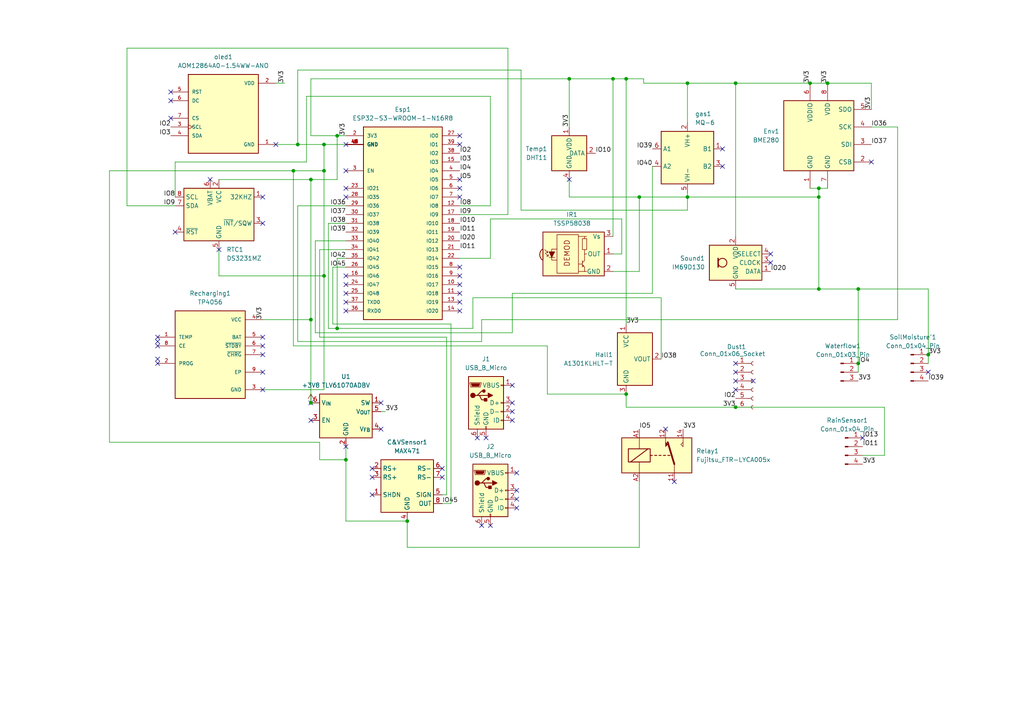
<source format=kicad_sch>
(kicad_sch
	(version 20231120)
	(generator "eeschema")
	(generator_version "8.0")
	(uuid "20967c0d-0dd2-48d7-95aa-d37bfae799a1")
	(paper "A4")
	(lib_symbols
		(symbol "AOM12864A0-1.54WW-ANO:AOM12864A0-1.54WW-ANO"
			(pin_names
				(offset 1.016)
			)
			(exclude_from_sim no)
			(in_bom yes)
			(on_board yes)
			(property "Reference" "DS"
				(at -10.16 10.922 0)
				(effects
					(font
						(size 1.27 1.27)
					)
					(justify left bottom)
				)
			)
			(property "Value" "AOM12864A0-1.54WW-ANO"
				(at -10.16 -15.24 0)
				(effects
					(font
						(size 1.27 1.27)
					)
					(justify left bottom)
				)
			)
			(property "Footprint" "AOM12864A0-1.54WW-ANO:LCD_AOM12864A0-1.54WW-ANO"
				(at 0 0 0)
				(effects
					(font
						(size 1.27 1.27)
					)
					(justify bottom)
					(hide yes)
				)
			)
			(property "Datasheet" ""
				(at 0 0 0)
				(effects
					(font
						(size 1.27 1.27)
					)
					(hide yes)
				)
			)
			(property "Description" ""
				(at 0 0 0)
				(effects
					(font
						(size 1.27 1.27)
					)
					(hide yes)
				)
			)
			(property "MF" "Orient Display"
				(at 0 0 0)
				(effects
					(font
						(size 1.27 1.27)
					)
					(justify bottom)
					(hide yes)
				)
			)
			(property "MAXIMUM_PACKAGE_HEIGHT" "5.5mm"
				(at 0 0 0)
				(effects
					(font
						(size 1.27 1.27)
					)
					(justify bottom)
					(hide yes)
				)
			)
			(property "Package" "None"
				(at 0 0 0)
				(effects
					(font
						(size 1.27 1.27)
					)
					(justify bottom)
					(hide yes)
				)
			)
			(property "Price" "None"
				(at 0 0 0)
				(effects
					(font
						(size 1.27 1.27)
					)
					(justify bottom)
					(hide yes)
				)
			)
			(property "Check_prices" "https://www.snapeda.com/parts/AOM12864A0-1.54WW-ANO/Orient+Display/view-part/?ref=eda"
				(at 0 0 0)
				(effects
					(font
						(size 1.27 1.27)
					)
					(justify bottom)
					(hide yes)
				)
			)
			(property "STANDARD" "Manufacturer Recommendations"
				(at 0 0 0)
				(effects
					(font
						(size 1.27 1.27)
					)
					(justify bottom)
					(hide yes)
				)
			)
			(property "PARTREV" "O"
				(at 0 0 0)
				(effects
					(font
						(size 1.27 1.27)
					)
					(justify bottom)
					(hide yes)
				)
			)
			(property "SnapEDA_Link" "https://www.snapeda.com/parts/AOM12864A0-1.54WW-ANO/Orient+Display/view-part/?ref=snap"
				(at 0 0 0)
				(effects
					(font
						(size 1.27 1.27)
					)
					(justify bottom)
					(hide yes)
				)
			)
			(property "MP" "AOM12864A0-1.54WW-ANO"
				(at 0 0 0)
				(effects
					(font
						(size 1.27 1.27)
					)
					(justify bottom)
					(hide yes)
				)
			)
			(property "Description_1" "\n                        \n                            Non-Touch Graphic LCD Display Module - White OLED SPI 1.54 (39.12mm) 128 x 64\n                        \n"
				(at 0 0 0)
				(effects
					(font
						(size 1.27 1.27)
					)
					(justify bottom)
					(hide yes)
				)
			)
			(property "Availability" "In Stock"
				(at 0 0 0)
				(effects
					(font
						(size 1.27 1.27)
					)
					(justify bottom)
					(hide yes)
				)
			)
			(property "MANUFACTURER" "Orient Display"
				(at 0 0 0)
				(effects
					(font
						(size 1.27 1.27)
					)
					(justify bottom)
					(hide yes)
				)
			)
			(symbol "AOM12864A0-1.54WW-ANO_0_0"
				(rectangle
					(start -10.16 -12.7)
					(end 10.16 10.16)
					(stroke
						(width 0.254)
						(type default)
					)
					(fill
						(type background)
					)
				)
				(pin power_in line
					(at 15.24 -10.16 180)
					(length 5.08)
					(name "GND"
						(effects
							(font
								(size 1.016 1.016)
							)
						)
					)
					(number "1"
						(effects
							(font
								(size 1.016 1.016)
							)
						)
					)
				)
				(pin power_in line
					(at 15.24 7.62 180)
					(length 5.08)
					(name "VDD"
						(effects
							(font
								(size 1.016 1.016)
							)
						)
					)
					(number "2"
						(effects
							(font
								(size 1.016 1.016)
							)
						)
					)
				)
				(pin input clock
					(at -15.24 -5.08 0)
					(length 5.08)
					(name "SCL"
						(effects
							(font
								(size 1.016 1.016)
							)
						)
					)
					(number "3"
						(effects
							(font
								(size 1.016 1.016)
							)
						)
					)
				)
				(pin bidirectional line
					(at -15.24 -7.62 0)
					(length 5.08)
					(name "SDA"
						(effects
							(font
								(size 1.016 1.016)
							)
						)
					)
					(number "4"
						(effects
							(font
								(size 1.016 1.016)
							)
						)
					)
				)
				(pin input line
					(at -15.24 5.08 0)
					(length 5.08)
					(name "RST"
						(effects
							(font
								(size 1.016 1.016)
							)
						)
					)
					(number "5"
						(effects
							(font
								(size 1.016 1.016)
							)
						)
					)
				)
				(pin input line
					(at -15.24 2.54 0)
					(length 5.08)
					(name "DC"
						(effects
							(font
								(size 1.016 1.016)
							)
						)
					)
					(number "6"
						(effects
							(font
								(size 1.016 1.016)
							)
						)
					)
				)
				(pin input line
					(at -15.24 -2.54 0)
					(length 5.08)
					(name "CS"
						(effects
							(font
								(size 1.016 1.016)
							)
						)
					)
					(number "7"
						(effects
							(font
								(size 1.016 1.016)
							)
						)
					)
				)
			)
		)
		(symbol "Amplifier_Current:MAX471"
			(exclude_from_sim no)
			(in_bom yes)
			(on_board yes)
			(property "Reference" "U"
				(at -7.62 8.89 0)
				(effects
					(font
						(size 1.27 1.27)
					)
					(justify left)
				)
			)
			(property "Value" "MAX471"
				(at 0 8.89 0)
				(effects
					(font
						(size 1.27 1.27)
					)
					(justify left)
				)
			)
			(property "Footprint" ""
				(at 0 0 0)
				(effects
					(font
						(size 1.27 1.27)
					)
					(hide yes)
				)
			)
			(property "Datasheet" "http://pdfserv.maximintegrated.com/en/ds/MAX471-MAX472.pdf"
				(at 0 0 0)
				(effects
					(font
						(size 1.27 1.27)
					)
					(hide yes)
				)
			)
			(property "Description" "Precision, High-Side, Current-Sense Amplifiers, DIP-8/SOIC-8"
				(at 0 0 0)
				(effects
					(font
						(size 1.27 1.27)
					)
					(hide yes)
				)
			)
			(property "ki_keywords" "current sense amplifier"
				(at 0 0 0)
				(effects
					(font
						(size 1.27 1.27)
					)
					(hide yes)
				)
			)
			(property "ki_fp_filters" "SOIC*3.9x4.9mm*P1.27mm* DIP*W7.62mm*"
				(at 0 0 0)
				(effects
					(font
						(size 1.27 1.27)
					)
					(hide yes)
				)
			)
			(symbol "MAX471_0_1"
				(rectangle
					(start -7.62 7.62)
					(end 7.62 -7.62)
					(stroke
						(width 0.254)
						(type default)
					)
					(fill
						(type background)
					)
				)
			)
			(symbol "MAX471_1_1"
				(pin input line
					(at -10.16 -2.54 0)
					(length 2.54)
					(name "SHDN"
						(effects
							(font
								(size 1.27 1.27)
							)
						)
					)
					(number "1"
						(effects
							(font
								(size 1.27 1.27)
							)
						)
					)
				)
				(pin input line
					(at -10.16 5.08 0)
					(length 2.54)
					(name "RS+"
						(effects
							(font
								(size 1.27 1.27)
							)
						)
					)
					(number "2"
						(effects
							(font
								(size 1.27 1.27)
							)
						)
					)
				)
				(pin input line
					(at -10.16 2.54 0)
					(length 2.54)
					(name "RS+"
						(effects
							(font
								(size 1.27 1.27)
							)
						)
					)
					(number "3"
						(effects
							(font
								(size 1.27 1.27)
							)
						)
					)
				)
				(pin power_in line
					(at 0 -10.16 90)
					(length 2.54)
					(name "GND"
						(effects
							(font
								(size 1.27 1.27)
							)
						)
					)
					(number "4"
						(effects
							(font
								(size 1.27 1.27)
							)
						)
					)
				)
				(pin open_collector line
					(at 10.16 -2.54 180)
					(length 2.54)
					(name "SIGN"
						(effects
							(font
								(size 1.27 1.27)
							)
						)
					)
					(number "5"
						(effects
							(font
								(size 1.27 1.27)
							)
						)
					)
				)
				(pin input line
					(at 10.16 5.08 180)
					(length 2.54)
					(name "RS-"
						(effects
							(font
								(size 1.27 1.27)
							)
						)
					)
					(number "6"
						(effects
							(font
								(size 1.27 1.27)
							)
						)
					)
				)
				(pin input line
					(at 10.16 2.54 180)
					(length 2.54)
					(name "RS-"
						(effects
							(font
								(size 1.27 1.27)
							)
						)
					)
					(number "7"
						(effects
							(font
								(size 1.27 1.27)
							)
						)
					)
				)
				(pin output line
					(at 10.16 -5.08 180)
					(length 2.54)
					(name "OUT"
						(effects
							(font
								(size 1.27 1.27)
							)
						)
					)
					(number "8"
						(effects
							(font
								(size 1.27 1.27)
							)
						)
					)
				)
			)
		)
		(symbol "Connector:Conn_01x03_Pin"
			(pin_names
				(offset 1.016) hide)
			(exclude_from_sim no)
			(in_bom yes)
			(on_board yes)
			(property "Reference" "J"
				(at 0 5.08 0)
				(effects
					(font
						(size 1.27 1.27)
					)
				)
			)
			(property "Value" "Conn_01x03_Pin"
				(at 0 -5.08 0)
				(effects
					(font
						(size 1.27 1.27)
					)
				)
			)
			(property "Footprint" ""
				(at 0 0 0)
				(effects
					(font
						(size 1.27 1.27)
					)
					(hide yes)
				)
			)
			(property "Datasheet" "~"
				(at 0 0 0)
				(effects
					(font
						(size 1.27 1.27)
					)
					(hide yes)
				)
			)
			(property "Description" "Generic connector, single row, 01x03, script generated"
				(at 0 0 0)
				(effects
					(font
						(size 1.27 1.27)
					)
					(hide yes)
				)
			)
			(property "ki_locked" ""
				(at 0 0 0)
				(effects
					(font
						(size 1.27 1.27)
					)
				)
			)
			(property "ki_keywords" "connector"
				(at 0 0 0)
				(effects
					(font
						(size 1.27 1.27)
					)
					(hide yes)
				)
			)
			(property "ki_fp_filters" "Connector*:*_1x??_*"
				(at 0 0 0)
				(effects
					(font
						(size 1.27 1.27)
					)
					(hide yes)
				)
			)
			(symbol "Conn_01x03_Pin_1_1"
				(polyline
					(pts
						(xy 1.27 -2.54) (xy 0.8636 -2.54)
					)
					(stroke
						(width 0.1524)
						(type default)
					)
					(fill
						(type none)
					)
				)
				(polyline
					(pts
						(xy 1.27 0) (xy 0.8636 0)
					)
					(stroke
						(width 0.1524)
						(type default)
					)
					(fill
						(type none)
					)
				)
				(polyline
					(pts
						(xy 1.27 2.54) (xy 0.8636 2.54)
					)
					(stroke
						(width 0.1524)
						(type default)
					)
					(fill
						(type none)
					)
				)
				(rectangle
					(start 0.8636 -2.413)
					(end 0 -2.667)
					(stroke
						(width 0.1524)
						(type default)
					)
					(fill
						(type outline)
					)
				)
				(rectangle
					(start 0.8636 0.127)
					(end 0 -0.127)
					(stroke
						(width 0.1524)
						(type default)
					)
					(fill
						(type outline)
					)
				)
				(rectangle
					(start 0.8636 2.667)
					(end 0 2.413)
					(stroke
						(width 0.1524)
						(type default)
					)
					(fill
						(type outline)
					)
				)
				(pin passive line
					(at 5.08 2.54 180)
					(length 3.81)
					(name "Pin_1"
						(effects
							(font
								(size 1.27 1.27)
							)
						)
					)
					(number "1"
						(effects
							(font
								(size 1.27 1.27)
							)
						)
					)
				)
				(pin passive line
					(at 5.08 0 180)
					(length 3.81)
					(name "Pin_2"
						(effects
							(font
								(size 1.27 1.27)
							)
						)
					)
					(number "2"
						(effects
							(font
								(size 1.27 1.27)
							)
						)
					)
				)
				(pin passive line
					(at 5.08 -2.54 180)
					(length 3.81)
					(name "Pin_3"
						(effects
							(font
								(size 1.27 1.27)
							)
						)
					)
					(number "3"
						(effects
							(font
								(size 1.27 1.27)
							)
						)
					)
				)
			)
		)
		(symbol "Connector:Conn_01x04_Pin"
			(pin_names
				(offset 1.016) hide)
			(exclude_from_sim no)
			(in_bom yes)
			(on_board yes)
			(property "Reference" "J"
				(at 0 5.08 0)
				(effects
					(font
						(size 1.27 1.27)
					)
				)
			)
			(property "Value" "Conn_01x04_Pin"
				(at 0 -7.62 0)
				(effects
					(font
						(size 1.27 1.27)
					)
				)
			)
			(property "Footprint" ""
				(at 0 0 0)
				(effects
					(font
						(size 1.27 1.27)
					)
					(hide yes)
				)
			)
			(property "Datasheet" "~"
				(at 0 0 0)
				(effects
					(font
						(size 1.27 1.27)
					)
					(hide yes)
				)
			)
			(property "Description" "Generic connector, single row, 01x04, script generated"
				(at 0 0 0)
				(effects
					(font
						(size 1.27 1.27)
					)
					(hide yes)
				)
			)
			(property "ki_locked" ""
				(at 0 0 0)
				(effects
					(font
						(size 1.27 1.27)
					)
				)
			)
			(property "ki_keywords" "connector"
				(at 0 0 0)
				(effects
					(font
						(size 1.27 1.27)
					)
					(hide yes)
				)
			)
			(property "ki_fp_filters" "Connector*:*_1x??_*"
				(at 0 0 0)
				(effects
					(font
						(size 1.27 1.27)
					)
					(hide yes)
				)
			)
			(symbol "Conn_01x04_Pin_1_1"
				(polyline
					(pts
						(xy 1.27 -5.08) (xy 0.8636 -5.08)
					)
					(stroke
						(width 0.1524)
						(type default)
					)
					(fill
						(type none)
					)
				)
				(polyline
					(pts
						(xy 1.27 -2.54) (xy 0.8636 -2.54)
					)
					(stroke
						(width 0.1524)
						(type default)
					)
					(fill
						(type none)
					)
				)
				(polyline
					(pts
						(xy 1.27 0) (xy 0.8636 0)
					)
					(stroke
						(width 0.1524)
						(type default)
					)
					(fill
						(type none)
					)
				)
				(polyline
					(pts
						(xy 1.27 2.54) (xy 0.8636 2.54)
					)
					(stroke
						(width 0.1524)
						(type default)
					)
					(fill
						(type none)
					)
				)
				(rectangle
					(start 0.8636 -4.953)
					(end 0 -5.207)
					(stroke
						(width 0.1524)
						(type default)
					)
					(fill
						(type outline)
					)
				)
				(rectangle
					(start 0.8636 -2.413)
					(end 0 -2.667)
					(stroke
						(width 0.1524)
						(type default)
					)
					(fill
						(type outline)
					)
				)
				(rectangle
					(start 0.8636 0.127)
					(end 0 -0.127)
					(stroke
						(width 0.1524)
						(type default)
					)
					(fill
						(type outline)
					)
				)
				(rectangle
					(start 0.8636 2.667)
					(end 0 2.413)
					(stroke
						(width 0.1524)
						(type default)
					)
					(fill
						(type outline)
					)
				)
				(pin passive line
					(at 5.08 2.54 180)
					(length 3.81)
					(name "Pin_1"
						(effects
							(font
								(size 1.27 1.27)
							)
						)
					)
					(number "1"
						(effects
							(font
								(size 1.27 1.27)
							)
						)
					)
				)
				(pin passive line
					(at 5.08 0 180)
					(length 3.81)
					(name "Pin_2"
						(effects
							(font
								(size 1.27 1.27)
							)
						)
					)
					(number "2"
						(effects
							(font
								(size 1.27 1.27)
							)
						)
					)
				)
				(pin passive line
					(at 5.08 -2.54 180)
					(length 3.81)
					(name "Pin_3"
						(effects
							(font
								(size 1.27 1.27)
							)
						)
					)
					(number "3"
						(effects
							(font
								(size 1.27 1.27)
							)
						)
					)
				)
				(pin passive line
					(at 5.08 -5.08 180)
					(length 3.81)
					(name "Pin_4"
						(effects
							(font
								(size 1.27 1.27)
							)
						)
					)
					(number "4"
						(effects
							(font
								(size 1.27 1.27)
							)
						)
					)
				)
			)
		)
		(symbol "Connector:Conn_01x06_Socket"
			(pin_names
				(offset 1.016) hide)
			(exclude_from_sim no)
			(in_bom yes)
			(on_board yes)
			(property "Reference" "J"
				(at 0 7.62 0)
				(effects
					(font
						(size 1.27 1.27)
					)
				)
			)
			(property "Value" "Conn_01x06_Socket"
				(at 0 -10.16 0)
				(effects
					(font
						(size 1.27 1.27)
					)
				)
			)
			(property "Footprint" ""
				(at 0 0 0)
				(effects
					(font
						(size 1.27 1.27)
					)
					(hide yes)
				)
			)
			(property "Datasheet" "~"
				(at 0 0 0)
				(effects
					(font
						(size 1.27 1.27)
					)
					(hide yes)
				)
			)
			(property "Description" "Generic connector, single row, 01x06, script generated"
				(at 0 0 0)
				(effects
					(font
						(size 1.27 1.27)
					)
					(hide yes)
				)
			)
			(property "ki_locked" ""
				(at 0 0 0)
				(effects
					(font
						(size 1.27 1.27)
					)
				)
			)
			(property "ki_keywords" "connector"
				(at 0 0 0)
				(effects
					(font
						(size 1.27 1.27)
					)
					(hide yes)
				)
			)
			(property "ki_fp_filters" "Connector*:*_1x??_*"
				(at 0 0 0)
				(effects
					(font
						(size 1.27 1.27)
					)
					(hide yes)
				)
			)
			(symbol "Conn_01x06_Socket_1_1"
				(arc
					(start 0 -7.112)
					(mid -0.5058 -7.62)
					(end 0 -8.128)
					(stroke
						(width 0.1524)
						(type default)
					)
					(fill
						(type none)
					)
				)
				(arc
					(start 0 -4.572)
					(mid -0.5058 -5.08)
					(end 0 -5.588)
					(stroke
						(width 0.1524)
						(type default)
					)
					(fill
						(type none)
					)
				)
				(arc
					(start 0 -2.032)
					(mid -0.5058 -2.54)
					(end 0 -3.048)
					(stroke
						(width 0.1524)
						(type default)
					)
					(fill
						(type none)
					)
				)
				(polyline
					(pts
						(xy -1.27 -7.62) (xy -0.508 -7.62)
					)
					(stroke
						(width 0.1524)
						(type default)
					)
					(fill
						(type none)
					)
				)
				(polyline
					(pts
						(xy -1.27 -5.08) (xy -0.508 -5.08)
					)
					(stroke
						(width 0.1524)
						(type default)
					)
					(fill
						(type none)
					)
				)
				(polyline
					(pts
						(xy -1.27 -2.54) (xy -0.508 -2.54)
					)
					(stroke
						(width 0.1524)
						(type default)
					)
					(fill
						(type none)
					)
				)
				(polyline
					(pts
						(xy -1.27 0) (xy -0.508 0)
					)
					(stroke
						(width 0.1524)
						(type default)
					)
					(fill
						(type none)
					)
				)
				(polyline
					(pts
						(xy -1.27 2.54) (xy -0.508 2.54)
					)
					(stroke
						(width 0.1524)
						(type default)
					)
					(fill
						(type none)
					)
				)
				(polyline
					(pts
						(xy -1.27 5.08) (xy -0.508 5.08)
					)
					(stroke
						(width 0.1524)
						(type default)
					)
					(fill
						(type none)
					)
				)
				(arc
					(start 0 0.508)
					(mid -0.5058 0)
					(end 0 -0.508)
					(stroke
						(width 0.1524)
						(type default)
					)
					(fill
						(type none)
					)
				)
				(arc
					(start 0 3.048)
					(mid -0.5058 2.54)
					(end 0 2.032)
					(stroke
						(width 0.1524)
						(type default)
					)
					(fill
						(type none)
					)
				)
				(arc
					(start 0 5.588)
					(mid -0.5058 5.08)
					(end 0 4.572)
					(stroke
						(width 0.1524)
						(type default)
					)
					(fill
						(type none)
					)
				)
				(pin passive line
					(at -5.08 5.08 0)
					(length 3.81)
					(name "Pin_1"
						(effects
							(font
								(size 1.27 1.27)
							)
						)
					)
					(number "1"
						(effects
							(font
								(size 1.27 1.27)
							)
						)
					)
				)
				(pin passive line
					(at -5.08 2.54 0)
					(length 3.81)
					(name "Pin_2"
						(effects
							(font
								(size 1.27 1.27)
							)
						)
					)
					(number "2"
						(effects
							(font
								(size 1.27 1.27)
							)
						)
					)
				)
				(pin passive line
					(at -5.08 0 0)
					(length 3.81)
					(name "Pin_3"
						(effects
							(font
								(size 1.27 1.27)
							)
						)
					)
					(number "3"
						(effects
							(font
								(size 1.27 1.27)
							)
						)
					)
				)
				(pin passive line
					(at -5.08 -2.54 0)
					(length 3.81)
					(name "Pin_4"
						(effects
							(font
								(size 1.27 1.27)
							)
						)
					)
					(number "4"
						(effects
							(font
								(size 1.27 1.27)
							)
						)
					)
				)
				(pin passive line
					(at -5.08 -5.08 0)
					(length 3.81)
					(name "Pin_5"
						(effects
							(font
								(size 1.27 1.27)
							)
						)
					)
					(number "5"
						(effects
							(font
								(size 1.27 1.27)
							)
						)
					)
				)
				(pin passive line
					(at -5.08 -7.62 0)
					(length 3.81)
					(name "Pin_6"
						(effects
							(font
								(size 1.27 1.27)
							)
						)
					)
					(number "6"
						(effects
							(font
								(size 1.27 1.27)
							)
						)
					)
				)
			)
		)
		(symbol "Connector:USB_B_Micro"
			(pin_names
				(offset 1.016)
			)
			(exclude_from_sim no)
			(in_bom yes)
			(on_board yes)
			(property "Reference" "J"
				(at -5.08 11.43 0)
				(effects
					(font
						(size 1.27 1.27)
					)
					(justify left)
				)
			)
			(property "Value" "USB_B_Micro"
				(at -5.08 8.89 0)
				(effects
					(font
						(size 1.27 1.27)
					)
					(justify left)
				)
			)
			(property "Footprint" ""
				(at 3.81 -1.27 0)
				(effects
					(font
						(size 1.27 1.27)
					)
					(hide yes)
				)
			)
			(property "Datasheet" "~"
				(at 3.81 -1.27 0)
				(effects
					(font
						(size 1.27 1.27)
					)
					(hide yes)
				)
			)
			(property "Description" "USB Micro Type B connector"
				(at 0 0 0)
				(effects
					(font
						(size 1.27 1.27)
					)
					(hide yes)
				)
			)
			(property "ki_keywords" "connector USB micro"
				(at 0 0 0)
				(effects
					(font
						(size 1.27 1.27)
					)
					(hide yes)
				)
			)
			(property "ki_fp_filters" "USB*"
				(at 0 0 0)
				(effects
					(font
						(size 1.27 1.27)
					)
					(hide yes)
				)
			)
			(symbol "USB_B_Micro_0_1"
				(rectangle
					(start -5.08 -7.62)
					(end 5.08 7.62)
					(stroke
						(width 0.254)
						(type default)
					)
					(fill
						(type background)
					)
				)
				(circle
					(center -3.81 2.159)
					(radius 0.635)
					(stroke
						(width 0.254)
						(type default)
					)
					(fill
						(type outline)
					)
				)
				(circle
					(center -0.635 3.429)
					(radius 0.381)
					(stroke
						(width 0.254)
						(type default)
					)
					(fill
						(type outline)
					)
				)
				(rectangle
					(start -0.127 -7.62)
					(end 0.127 -6.858)
					(stroke
						(width 0)
						(type default)
					)
					(fill
						(type none)
					)
				)
				(polyline
					(pts
						(xy -1.905 2.159) (xy 0.635 2.159)
					)
					(stroke
						(width 0.254)
						(type default)
					)
					(fill
						(type none)
					)
				)
				(polyline
					(pts
						(xy -3.175 2.159) (xy -2.54 2.159) (xy -1.27 3.429) (xy -0.635 3.429)
					)
					(stroke
						(width 0.254)
						(type default)
					)
					(fill
						(type none)
					)
				)
				(polyline
					(pts
						(xy -2.54 2.159) (xy -1.905 2.159) (xy -1.27 0.889) (xy 0 0.889)
					)
					(stroke
						(width 0.254)
						(type default)
					)
					(fill
						(type none)
					)
				)
				(polyline
					(pts
						(xy 0.635 2.794) (xy 0.635 1.524) (xy 1.905 2.159) (xy 0.635 2.794)
					)
					(stroke
						(width 0.254)
						(type default)
					)
					(fill
						(type outline)
					)
				)
				(polyline
					(pts
						(xy -4.318 5.588) (xy -1.778 5.588) (xy -2.032 4.826) (xy -4.064 4.826) (xy -4.318 5.588)
					)
					(stroke
						(width 0)
						(type default)
					)
					(fill
						(type outline)
					)
				)
				(polyline
					(pts
						(xy -4.699 5.842) (xy -4.699 5.588) (xy -4.445 4.826) (xy -4.445 4.572) (xy -1.651 4.572) (xy -1.651 4.826)
						(xy -1.397 5.588) (xy -1.397 5.842) (xy -4.699 5.842)
					)
					(stroke
						(width 0)
						(type default)
					)
					(fill
						(type none)
					)
				)
				(rectangle
					(start 0.254 1.27)
					(end -0.508 0.508)
					(stroke
						(width 0.254)
						(type default)
					)
					(fill
						(type outline)
					)
				)
				(rectangle
					(start 5.08 -5.207)
					(end 4.318 -4.953)
					(stroke
						(width 0)
						(type default)
					)
					(fill
						(type none)
					)
				)
				(rectangle
					(start 5.08 -2.667)
					(end 4.318 -2.413)
					(stroke
						(width 0)
						(type default)
					)
					(fill
						(type none)
					)
				)
				(rectangle
					(start 5.08 -0.127)
					(end 4.318 0.127)
					(stroke
						(width 0)
						(type default)
					)
					(fill
						(type none)
					)
				)
				(rectangle
					(start 5.08 4.953)
					(end 4.318 5.207)
					(stroke
						(width 0)
						(type default)
					)
					(fill
						(type none)
					)
				)
			)
			(symbol "USB_B_Micro_1_1"
				(pin power_out line
					(at 7.62 5.08 180)
					(length 2.54)
					(name "VBUS"
						(effects
							(font
								(size 1.27 1.27)
							)
						)
					)
					(number "1"
						(effects
							(font
								(size 1.27 1.27)
							)
						)
					)
				)
				(pin bidirectional line
					(at 7.62 -2.54 180)
					(length 2.54)
					(name "D-"
						(effects
							(font
								(size 1.27 1.27)
							)
						)
					)
					(number "2"
						(effects
							(font
								(size 1.27 1.27)
							)
						)
					)
				)
				(pin bidirectional line
					(at 7.62 0 180)
					(length 2.54)
					(name "D+"
						(effects
							(font
								(size 1.27 1.27)
							)
						)
					)
					(number "3"
						(effects
							(font
								(size 1.27 1.27)
							)
						)
					)
				)
				(pin passive line
					(at 7.62 -5.08 180)
					(length 2.54)
					(name "ID"
						(effects
							(font
								(size 1.27 1.27)
							)
						)
					)
					(number "4"
						(effects
							(font
								(size 1.27 1.27)
							)
						)
					)
				)
				(pin power_out line
					(at 0 -10.16 90)
					(length 2.54)
					(name "GND"
						(effects
							(font
								(size 1.27 1.27)
							)
						)
					)
					(number "5"
						(effects
							(font
								(size 1.27 1.27)
							)
						)
					)
				)
				(pin passive line
					(at -2.54 -10.16 90)
					(length 2.54)
					(name "Shield"
						(effects
							(font
								(size 1.27 1.27)
							)
						)
					)
					(number "6"
						(effects
							(font
								(size 1.27 1.27)
							)
						)
					)
				)
			)
		)
		(symbol "ESP32-S3-WROOM-1-N16R8:ESP32-S3-WROOM-1-N16R8"
			(pin_names
				(offset 1.016)
			)
			(exclude_from_sim no)
			(in_bom yes)
			(on_board yes)
			(property "Reference" "X"
				(at -1.27 5.08 0)
				(effects
					(font
						(size 1.27 1.27)
					)
					(justify left)
				)
			)
			(property "Value" "ESP32-S3-WROOM-1-N16R8"
				(at 0 0 0)
				(effects
					(font
						(size 1.27 1.27)
					)
					(justify bottom)
					(hide yes)
				)
			)
			(property "Footprint" "SMD"
				(at 0 0 0)
				(effects
					(font
						(size 1.27 1.27)
					)
					(justify bottom)
					(hide yes)
				)
			)
			(property "Datasheet" ""
				(at 0 0 0)
				(effects
					(font
						(size 1.27 1.27)
					)
					(hide yes)
				)
			)
			(property "Description" "SMD MODULE, ESP32-S3R8 WITH 3.3V"
				(at 0 0 0)
				(effects
					(font
						(size 1.27 1.27)
					)
					(justify bottom)
					(hide yes)
				)
			)
			(property "MF" "Espressif Systems"
				(at 0 0 0)
				(effects
					(font
						(size 1.27 1.27)
					)
					(justify bottom)
					(hide yes)
				)
			)
			(property "Package" "NON STANDARD Espressif Systems"
				(at 0 0 0)
				(effects
					(font
						(size 1.27 1.27)
					)
					(justify bottom)
					(hide yes)
				)
			)
			(property "SUPPLIER_PART_NUMBER" "1965-ESP32-S3-WROOM-1-N16R8CT-ND"
				(at 0 0 0)
				(effects
					(font
						(size 1.27 1.27)
					)
					(justify bottom)
					(hide yes)
				)
			)
			(property "Price" "None"
				(at 0 0 0)
				(effects
					(font
						(size 1.27 1.27)
					)
					(justify bottom)
					(hide yes)
				)
			)
			(property "Check_prices" "https://www.snapeda.com/parts/ESP32-S3-WROOM-1-N16R8/Espressif+Systems/view-part/?ref=eda"
				(at 0 0 0)
				(effects
					(font
						(size 1.27 1.27)
					)
					(justify bottom)
					(hide yes)
				)
			)
			(property "SUPPLIER" "Digikey"
				(at 0 0 0)
				(effects
					(font
						(size 1.27 1.27)
					)
					(justify bottom)
					(hide yes)
				)
			)
			(property "SnapEDA_Link" "https://www.snapeda.com/parts/ESP32-S3-WROOM-1-N16R8/Espressif+Systems/view-part/?ref=snap"
				(at 0 0 0)
				(effects
					(font
						(size 1.27 1.27)
					)
					(justify bottom)
					(hide yes)
				)
			)
			(property "MP" "ESP32-S3-WROOM-1-N16R8"
				(at 0 0 0)
				(effects
					(font
						(size 1.27 1.27)
					)
					(justify bottom)
					(hide yes)
				)
			)
			(property "Description_1" "\n                        \n                            Bluetooth, WiFi 802.11b/g/n, Bluetooth v5.0 Transceiver Module 2.4GHz PCB Trace Surface Mount\n                        \n"
				(at 0 0 0)
				(effects
					(font
						(size 1.27 1.27)
					)
					(justify bottom)
					(hide yes)
				)
			)
			(property "Availability" "In Stock"
				(at 0 0 0)
				(effects
					(font
						(size 1.27 1.27)
					)
					(justify bottom)
					(hide yes)
				)
			)
			(property "MANUFACTURER_PART_NUMBER" "ESP32-S3-WROOM-1-N16R8"
				(at 0 0 0)
				(effects
					(font
						(size 1.27 1.27)
					)
					(justify bottom)
					(hide yes)
				)
			)
			(symbol "ESP32-S3-WROOM-1-N16R8_0_0"
				(rectangle
					(start 0 -55.88)
					(end 22.86 0)
					(stroke
						(width 0.254)
						(type default)
					)
					(fill
						(type background)
					)
				)
				(pin bidirectional line
					(at -5.08 -5.08 0)
					(length 5.08)
					(name "GND"
						(effects
							(font
								(size 1.016 1.016)
							)
						)
					)
					(number "1"
						(effects
							(font
								(size 1.016 1.016)
							)
						)
					)
				)
				(pin bidirectional line
					(at 27.94 -45.72 180)
					(length 5.08)
					(name "IO17"
						(effects
							(font
								(size 1.016 1.016)
							)
						)
					)
					(number "10"
						(effects
							(font
								(size 1.016 1.016)
							)
						)
					)
				)
				(pin bidirectional line
					(at 27.94 -48.26 180)
					(length 5.08)
					(name "IO18"
						(effects
							(font
								(size 1.016 1.016)
							)
						)
					)
					(number "11"
						(effects
							(font
								(size 1.016 1.016)
							)
						)
					)
				)
				(pin bidirectional line
					(at 27.94 -22.86 180)
					(length 5.08)
					(name "IO8"
						(effects
							(font
								(size 1.016 1.016)
							)
						)
					)
					(number "12"
						(effects
							(font
								(size 1.016 1.016)
							)
						)
					)
				)
				(pin bidirectional line
					(at 27.94 -50.8 180)
					(length 5.08)
					(name "IO19"
						(effects
							(font
								(size 1.016 1.016)
							)
						)
					)
					(number "13"
						(effects
							(font
								(size 1.016 1.016)
							)
						)
					)
				)
				(pin bidirectional line
					(at 27.94 -53.34 180)
					(length 5.08)
					(name "IO20"
						(effects
							(font
								(size 1.016 1.016)
							)
						)
					)
					(number "14"
						(effects
							(font
								(size 1.016 1.016)
							)
						)
					)
				)
				(pin bidirectional line
					(at 27.94 -10.16 180)
					(length 5.08)
					(name "IO3"
						(effects
							(font
								(size 1.016 1.016)
							)
						)
					)
					(number "15"
						(effects
							(font
								(size 1.016 1.016)
							)
						)
					)
				)
				(pin bidirectional line
					(at -5.08 -43.18 0)
					(length 5.08)
					(name "IO46"
						(effects
							(font
								(size 1.016 1.016)
							)
						)
					)
					(number "16"
						(effects
							(font
								(size 1.016 1.016)
							)
						)
					)
				)
				(pin bidirectional line
					(at 27.94 -25.4 180)
					(length 5.08)
					(name "IO9"
						(effects
							(font
								(size 1.016 1.016)
							)
						)
					)
					(number "17"
						(effects
							(font
								(size 1.016 1.016)
							)
						)
					)
				)
				(pin bidirectional line
					(at 27.94 -27.94 180)
					(length 5.08)
					(name "IO10"
						(effects
							(font
								(size 1.016 1.016)
							)
						)
					)
					(number "18"
						(effects
							(font
								(size 1.016 1.016)
							)
						)
					)
				)
				(pin bidirectional line
					(at 27.94 -30.48 180)
					(length 5.08)
					(name "IO11"
						(effects
							(font
								(size 1.016 1.016)
							)
						)
					)
					(number "19"
						(effects
							(font
								(size 1.016 1.016)
							)
						)
					)
				)
				(pin bidirectional line
					(at -5.08 -2.54 0)
					(length 5.08)
					(name "3V3"
						(effects
							(font
								(size 1.016 1.016)
							)
						)
					)
					(number "2"
						(effects
							(font
								(size 1.016 1.016)
							)
						)
					)
				)
				(pin bidirectional line
					(at 27.94 -33.02 180)
					(length 5.08)
					(name "IO12"
						(effects
							(font
								(size 1.016 1.016)
							)
						)
					)
					(number "20"
						(effects
							(font
								(size 1.016 1.016)
							)
						)
					)
				)
				(pin bidirectional line
					(at 27.94 -35.56 180)
					(length 5.08)
					(name "IO13"
						(effects
							(font
								(size 1.016 1.016)
							)
						)
					)
					(number "21"
						(effects
							(font
								(size 1.016 1.016)
							)
						)
					)
				)
				(pin bidirectional line
					(at 27.94 -38.1 180)
					(length 5.08)
					(name "IO14"
						(effects
							(font
								(size 1.016 1.016)
							)
						)
					)
					(number "22"
						(effects
							(font
								(size 1.016 1.016)
							)
						)
					)
				)
				(pin bidirectional line
					(at -5.08 -17.78 0)
					(length 5.08)
					(name "IO21"
						(effects
							(font
								(size 1.016 1.016)
							)
						)
					)
					(number "23"
						(effects
							(font
								(size 1.016 1.016)
							)
						)
					)
				)
				(pin bidirectional line
					(at -5.08 -45.72 0)
					(length 5.08)
					(name "IO47"
						(effects
							(font
								(size 1.016 1.016)
							)
						)
					)
					(number "24"
						(effects
							(font
								(size 1.016 1.016)
							)
						)
					)
				)
				(pin bidirectional line
					(at -5.08 -48.26 0)
					(length 5.08)
					(name "IO48"
						(effects
							(font
								(size 1.016 1.016)
							)
						)
					)
					(number "25"
						(effects
							(font
								(size 1.016 1.016)
							)
						)
					)
				)
				(pin bidirectional line
					(at -5.08 -40.64 0)
					(length 5.08)
					(name "IO45"
						(effects
							(font
								(size 1.016 1.016)
							)
						)
					)
					(number "26"
						(effects
							(font
								(size 1.016 1.016)
							)
						)
					)
				)
				(pin bidirectional line
					(at 27.94 -2.54 180)
					(length 5.08)
					(name "IO0"
						(effects
							(font
								(size 1.016 1.016)
							)
						)
					)
					(number "27"
						(effects
							(font
								(size 1.016 1.016)
							)
						)
					)
				)
				(pin bidirectional line
					(at -5.08 -20.32 0)
					(length 5.08)
					(name "IO35"
						(effects
							(font
								(size 1.016 1.016)
							)
						)
					)
					(number "28"
						(effects
							(font
								(size 1.016 1.016)
							)
						)
					)
				)
				(pin bidirectional line
					(at -5.08 -22.86 0)
					(length 5.08)
					(name "IO36"
						(effects
							(font
								(size 1.016 1.016)
							)
						)
					)
					(number "29"
						(effects
							(font
								(size 1.016 1.016)
							)
						)
					)
				)
				(pin bidirectional line
					(at -5.08 -12.7 0)
					(length 5.08)
					(name "EN"
						(effects
							(font
								(size 1.016 1.016)
							)
						)
					)
					(number "3"
						(effects
							(font
								(size 1.016 1.016)
							)
						)
					)
				)
				(pin bidirectional line
					(at -5.08 -25.4 0)
					(length 5.08)
					(name "IO37"
						(effects
							(font
								(size 1.016 1.016)
							)
						)
					)
					(number "30"
						(effects
							(font
								(size 1.016 1.016)
							)
						)
					)
				)
				(pin bidirectional line
					(at -5.08 -27.94 0)
					(length 5.08)
					(name "IO38"
						(effects
							(font
								(size 1.016 1.016)
							)
						)
					)
					(number "31"
						(effects
							(font
								(size 1.016 1.016)
							)
						)
					)
				)
				(pin bidirectional line
					(at -5.08 -30.48 0)
					(length 5.08)
					(name "IO39"
						(effects
							(font
								(size 1.016 1.016)
							)
						)
					)
					(number "32"
						(effects
							(font
								(size 1.016 1.016)
							)
						)
					)
				)
				(pin bidirectional line
					(at -5.08 -33.02 0)
					(length 5.08)
					(name "IO40"
						(effects
							(font
								(size 1.016 1.016)
							)
						)
					)
					(number "33"
						(effects
							(font
								(size 1.016 1.016)
							)
						)
					)
				)
				(pin bidirectional line
					(at -5.08 -35.56 0)
					(length 5.08)
					(name "IO41"
						(effects
							(font
								(size 1.016 1.016)
							)
						)
					)
					(number "34"
						(effects
							(font
								(size 1.016 1.016)
							)
						)
					)
				)
				(pin bidirectional line
					(at -5.08 -38.1 0)
					(length 5.08)
					(name "IO42"
						(effects
							(font
								(size 1.016 1.016)
							)
						)
					)
					(number "35"
						(effects
							(font
								(size 1.016 1.016)
							)
						)
					)
				)
				(pin bidirectional line
					(at -5.08 -53.34 0)
					(length 5.08)
					(name "RXD0"
						(effects
							(font
								(size 1.016 1.016)
							)
						)
					)
					(number "36"
						(effects
							(font
								(size 1.016 1.016)
							)
						)
					)
				)
				(pin bidirectional line
					(at -5.08 -50.8 0)
					(length 5.08)
					(name "TXD0"
						(effects
							(font
								(size 1.016 1.016)
							)
						)
					)
					(number "37"
						(effects
							(font
								(size 1.016 1.016)
							)
						)
					)
				)
				(pin bidirectional line
					(at 27.94 -7.62 180)
					(length 5.08)
					(name "IO2"
						(effects
							(font
								(size 1.016 1.016)
							)
						)
					)
					(number "38"
						(effects
							(font
								(size 1.016 1.016)
							)
						)
					)
				)
				(pin bidirectional line
					(at 27.94 -5.08 180)
					(length 5.08)
					(name "IO1"
						(effects
							(font
								(size 1.016 1.016)
							)
						)
					)
					(number "39"
						(effects
							(font
								(size 1.016 1.016)
							)
						)
					)
				)
				(pin bidirectional line
					(at 27.94 -12.7 180)
					(length 5.08)
					(name "IO4"
						(effects
							(font
								(size 1.016 1.016)
							)
						)
					)
					(number "4"
						(effects
							(font
								(size 1.016 1.016)
							)
						)
					)
				)
				(pin bidirectional line
					(at -5.08 -5.08 0)
					(length 5.08)
					(name "GND"
						(effects
							(font
								(size 1.016 1.016)
							)
						)
					)
					(number "40"
						(effects
							(font
								(size 1.016 1.016)
							)
						)
					)
				)
				(pin bidirectional line
					(at -5.08 -5.08 0)
					(length 5.08)
					(name "GND"
						(effects
							(font
								(size 1.016 1.016)
							)
						)
					)
					(number "41"
						(effects
							(font
								(size 1.016 1.016)
							)
						)
					)
				)
				(pin bidirectional line
					(at -5.08 -5.08 0)
					(length 5.08)
					(name "GND"
						(effects
							(font
								(size 1.016 1.016)
							)
						)
					)
					(number "42"
						(effects
							(font
								(size 1.016 1.016)
							)
						)
					)
				)
				(pin bidirectional line
					(at -5.08 -5.08 0)
					(length 5.08)
					(name "GND"
						(effects
							(font
								(size 1.016 1.016)
							)
						)
					)
					(number "43"
						(effects
							(font
								(size 1.016 1.016)
							)
						)
					)
				)
				(pin bidirectional line
					(at -5.08 -5.08 0)
					(length 5.08)
					(name "GND"
						(effects
							(font
								(size 1.016 1.016)
							)
						)
					)
					(number "44"
						(effects
							(font
								(size 1.016 1.016)
							)
						)
					)
				)
				(pin bidirectional line
					(at -5.08 -5.08 0)
					(length 5.08)
					(name "GND"
						(effects
							(font
								(size 1.016 1.016)
							)
						)
					)
					(number "45"
						(effects
							(font
								(size 1.016 1.016)
							)
						)
					)
				)
				(pin bidirectional line
					(at -5.08 -5.08 0)
					(length 5.08)
					(name "GND"
						(effects
							(font
								(size 1.016 1.016)
							)
						)
					)
					(number "46"
						(effects
							(font
								(size 1.016 1.016)
							)
						)
					)
				)
				(pin bidirectional line
					(at -5.08 -5.08 0)
					(length 5.08)
					(name "GND"
						(effects
							(font
								(size 1.016 1.016)
							)
						)
					)
					(number "47"
						(effects
							(font
								(size 1.016 1.016)
							)
						)
					)
				)
				(pin bidirectional line
					(at -5.08 -5.08 0)
					(length 5.08)
					(name "GND"
						(effects
							(font
								(size 1.016 1.016)
							)
						)
					)
					(number "48"
						(effects
							(font
								(size 1.016 1.016)
							)
						)
					)
				)
				(pin bidirectional line
					(at -5.08 -5.08 0)
					(length 5.08)
					(name "GND"
						(effects
							(font
								(size 1.016 1.016)
							)
						)
					)
					(number "49"
						(effects
							(font
								(size 1.016 1.016)
							)
						)
					)
				)
				(pin bidirectional line
					(at 27.94 -15.24 180)
					(length 5.08)
					(name "IO5"
						(effects
							(font
								(size 1.016 1.016)
							)
						)
					)
					(number "5"
						(effects
							(font
								(size 1.016 1.016)
							)
						)
					)
				)
				(pin bidirectional line
					(at 27.94 -17.78 180)
					(length 5.08)
					(name "IO6"
						(effects
							(font
								(size 1.016 1.016)
							)
						)
					)
					(number "6"
						(effects
							(font
								(size 1.016 1.016)
							)
						)
					)
				)
				(pin bidirectional line
					(at 27.94 -20.32 180)
					(length 5.08)
					(name "IO7"
						(effects
							(font
								(size 1.016 1.016)
							)
						)
					)
					(number "7"
						(effects
							(font
								(size 1.016 1.016)
							)
						)
					)
				)
				(pin bidirectional line
					(at 27.94 -40.64 180)
					(length 5.08)
					(name "IO15"
						(effects
							(font
								(size 1.016 1.016)
							)
						)
					)
					(number "8"
						(effects
							(font
								(size 1.016 1.016)
							)
						)
					)
				)
				(pin bidirectional line
					(at 27.94 -43.18 180)
					(length 5.08)
					(name "IO16"
						(effects
							(font
								(size 1.016 1.016)
							)
						)
					)
					(number "9"
						(effects
							(font
								(size 1.016 1.016)
							)
						)
					)
				)
			)
		)
		(symbol "Regulator_Switching:TLV61070ADBV"
			(exclude_from_sim no)
			(in_bom yes)
			(on_board yes)
			(property "Reference" "U"
				(at -7.62 8.89 0)
				(effects
					(font
						(size 1.27 1.27)
					)
					(justify left)
				)
			)
			(property "Value" "TLV61070ADBV"
				(at 0 8.89 0)
				(effects
					(font
						(size 1.27 1.27)
					)
					(justify left)
				)
			)
			(property "Footprint" "Package_TO_SOT_SMD:SOT-23-6"
				(at 1.27 -6.35 0)
				(effects
					(font
						(size 1.27 1.27)
						(italic yes)
					)
					(justify left)
					(hide yes)
				)
			)
			(property "Datasheet" "https://www.ti.com/lit/ds/symlink/tlv61070a.pdf"
				(at 0 12.7 0)
				(effects
					(font
						(size 1.27 1.27)
					)
					(hide yes)
				)
			)
			(property "Description" "Boost Converter, 2.5A switch current limit, 2.2-5.5V Output Voltage, 0.5-5.5V Input Voltage, SOT-23-6"
				(at 0 0 0)
				(effects
					(font
						(size 1.27 1.27)
					)
					(hide yes)
				)
			)
			(property "ki_keywords" "Boost adjustable converter"
				(at 0 0 0)
				(effects
					(font
						(size 1.27 1.27)
					)
					(hide yes)
				)
			)
			(property "ki_fp_filters" "SOT?23*"
				(at 0 0 0)
				(effects
					(font
						(size 1.27 1.27)
					)
					(hide yes)
				)
			)
			(symbol "TLV61070ADBV_0_1"
				(rectangle
					(start -7.62 7.62)
					(end 7.62 -5.08)
					(stroke
						(width 0.254)
						(type default)
					)
					(fill
						(type background)
					)
				)
			)
			(symbol "TLV61070ADBV_1_1"
				(pin input line
					(at 10.16 5.08 180)
					(length 2.54)
					(name "SW"
						(effects
							(font
								(size 1.27 1.27)
							)
						)
					)
					(number "1"
						(effects
							(font
								(size 1.27 1.27)
							)
						)
					)
				)
				(pin power_in line
					(at 0 -7.62 90)
					(length 2.54)
					(name "GND"
						(effects
							(font
								(size 1.27 1.27)
							)
						)
					)
					(number "2"
						(effects
							(font
								(size 1.27 1.27)
							)
						)
					)
				)
				(pin input line
					(at -10.16 0 0)
					(length 2.54)
					(name "EN"
						(effects
							(font
								(size 1.27 1.27)
							)
						)
					)
					(number "3"
						(effects
							(font
								(size 1.27 1.27)
							)
						)
					)
				)
				(pin input line
					(at 10.16 -2.54 180)
					(length 2.54)
					(name "V_{FB}"
						(effects
							(font
								(size 1.27 1.27)
							)
						)
					)
					(number "4"
						(effects
							(font
								(size 1.27 1.27)
							)
						)
					)
				)
				(pin power_out line
					(at 10.16 2.54 180)
					(length 2.54)
					(name "V_{OUT}"
						(effects
							(font
								(size 1.27 1.27)
							)
						)
					)
					(number "5"
						(effects
							(font
								(size 1.27 1.27)
							)
						)
					)
				)
				(pin power_in line
					(at -10.16 5.08 0)
					(length 2.54)
					(name "V_{IN}"
						(effects
							(font
								(size 1.27 1.27)
							)
						)
					)
					(number "6"
						(effects
							(font
								(size 1.27 1.27)
							)
						)
					)
				)
			)
		)
		(symbol "Relay:Fujitsu_FTR-LYCA005x"
			(exclude_from_sim no)
			(in_bom yes)
			(on_board yes)
			(property "Reference" "K"
				(at 11.43 3.81 0)
				(effects
					(font
						(size 1.27 1.27)
					)
					(justify left)
				)
			)
			(property "Value" "Fujitsu_FTR-LYCA005x"
				(at 11.43 1.27 0)
				(effects
					(font
						(size 1.27 1.27)
					)
					(justify left)
				)
			)
			(property "Footprint" "Relay_THT:Relay_SPDT_Fujitsu_FTR-LYCA005x_FormC_Vertical"
				(at 11.43 -1.27 0)
				(effects
					(font
						(size 1.27 1.27)
					)
					(justify left)
					(hide yes)
				)
			)
			(property "Datasheet" "https://www.fujitsu.com/sg/imagesgig5/ftr-ly.pdf"
				(at 16.51 -3.81 0)
				(effects
					(font
						(size 1.27 1.27)
					)
					(justify left)
					(hide yes)
				)
			)
			(property "Description" "Relay, SPDT Form C, vertical mount, 5-60V coil, 6A, 250VAC, 28 x 5 x 15mm"
				(at 0 0 0)
				(effects
					(font
						(size 1.27 1.27)
					)
					(hide yes)
				)
			)
			(property "ki_keywords" "6A SPDT Relay"
				(at 0 0 0)
				(effects
					(font
						(size 1.27 1.27)
					)
					(hide yes)
				)
			)
			(property "ki_fp_filters" "Relay*Fujitsu*FTR?LYC*"
				(at 0 0 0)
				(effects
					(font
						(size 1.27 1.27)
					)
					(hide yes)
				)
			)
			(symbol "Fujitsu_FTR-LYCA005x_0_0"
				(polyline
					(pts
						(xy 7.62 5.08) (xy 7.62 2.54) (xy 6.985 3.175) (xy 7.62 3.81)
					)
					(stroke
						(width 0)
						(type default)
					)
					(fill
						(type none)
					)
				)
			)
			(symbol "Fujitsu_FTR-LYCA005x_0_1"
				(rectangle
					(start -10.16 5.08)
					(end 10.16 -5.08)
					(stroke
						(width 0.254)
						(type default)
					)
					(fill
						(type background)
					)
				)
				(rectangle
					(start -8.255 1.905)
					(end -1.905 -1.905)
					(stroke
						(width 0.254)
						(type default)
					)
					(fill
						(type none)
					)
				)
				(polyline
					(pts
						(xy -7.62 -1.905) (xy -2.54 1.905)
					)
					(stroke
						(width 0.254)
						(type default)
					)
					(fill
						(type none)
					)
				)
				(polyline
					(pts
						(xy -5.08 -5.08) (xy -5.08 -1.905)
					)
					(stroke
						(width 0)
						(type default)
					)
					(fill
						(type none)
					)
				)
				(polyline
					(pts
						(xy -5.08 5.08) (xy -5.08 1.905)
					)
					(stroke
						(width 0)
						(type default)
					)
					(fill
						(type none)
					)
				)
				(polyline
					(pts
						(xy -1.905 0) (xy -1.27 0)
					)
					(stroke
						(width 0.254)
						(type default)
					)
					(fill
						(type none)
					)
				)
				(polyline
					(pts
						(xy -0.635 0) (xy 0 0)
					)
					(stroke
						(width 0.254)
						(type default)
					)
					(fill
						(type none)
					)
				)
				(polyline
					(pts
						(xy 0.635 0) (xy 1.27 0)
					)
					(stroke
						(width 0.254)
						(type default)
					)
					(fill
						(type none)
					)
				)
				(polyline
					(pts
						(xy 1.905 0) (xy 2.54 0)
					)
					(stroke
						(width 0.254)
						(type default)
					)
					(fill
						(type none)
					)
				)
				(polyline
					(pts
						(xy 3.175 0) (xy 3.81 0)
					)
					(stroke
						(width 0.254)
						(type default)
					)
					(fill
						(type none)
					)
				)
				(polyline
					(pts
						(xy 5.08 -2.54) (xy 3.175 3.81)
					)
					(stroke
						(width 0.508)
						(type default)
					)
					(fill
						(type none)
					)
				)
				(polyline
					(pts
						(xy 5.08 -2.54) (xy 5.08 -5.08)
					)
					(stroke
						(width 0)
						(type default)
					)
					(fill
						(type none)
					)
				)
				(polyline
					(pts
						(xy 2.54 5.08) (xy 2.54 2.54) (xy 3.175 3.175) (xy 2.54 3.81)
					)
					(stroke
						(width 0)
						(type default)
					)
					(fill
						(type outline)
					)
				)
			)
			(symbol "Fujitsu_FTR-LYCA005x_1_1"
				(pin passive line
					(at 5.08 -7.62 90)
					(length 2.54)
					(name "~"
						(effects
							(font
								(size 1.27 1.27)
							)
						)
					)
					(number "11"
						(effects
							(font
								(size 1.27 1.27)
							)
						)
					)
				)
				(pin passive line
					(at 2.54 7.62 270)
					(length 2.54)
					(name "~"
						(effects
							(font
								(size 1.27 1.27)
							)
						)
					)
					(number "12"
						(effects
							(font
								(size 1.27 1.27)
							)
						)
					)
				)
				(pin passive line
					(at 7.62 7.62 270)
					(length 2.54)
					(name "~"
						(effects
							(font
								(size 1.27 1.27)
							)
						)
					)
					(number "14"
						(effects
							(font
								(size 1.27 1.27)
							)
						)
					)
				)
				(pin passive line
					(at -5.08 7.62 270)
					(length 2.54)
					(name "~"
						(effects
							(font
								(size 1.27 1.27)
							)
						)
					)
					(number "A1"
						(effects
							(font
								(size 1.27 1.27)
							)
						)
					)
				)
				(pin passive line
					(at -5.08 -7.62 90)
					(length 2.54)
					(name "~"
						(effects
							(font
								(size 1.27 1.27)
							)
						)
					)
					(number "A2"
						(effects
							(font
								(size 1.27 1.27)
							)
						)
					)
				)
			)
		)
		(symbol "Sensor:BME280"
			(exclude_from_sim no)
			(in_bom yes)
			(on_board yes)
			(property "Reference" "U"
				(at -8.89 11.43 0)
				(effects
					(font
						(size 1.27 1.27)
					)
				)
			)
			(property "Value" "BME280"
				(at 7.62 11.43 0)
				(effects
					(font
						(size 1.27 1.27)
					)
				)
			)
			(property "Footprint" "Package_LGA:Bosch_LGA-8_2.5x2.5mm_P0.65mm_ClockwisePinNumbering"
				(at 38.1 -11.43 0)
				(effects
					(font
						(size 1.27 1.27)
					)
					(hide yes)
				)
			)
			(property "Datasheet" "https://www.bosch-sensortec.com/media/boschsensortec/downloads/datasheets/bst-bme280-ds002.pdf"
				(at 0 -5.08 0)
				(effects
					(font
						(size 1.27 1.27)
					)
					(hide yes)
				)
			)
			(property "Description" "3-in-1 sensor, humidity, pressure, temperature, I2C and SPI interface, 1.71-3.6V, LGA-8"
				(at 0 0 0)
				(effects
					(font
						(size 1.27 1.27)
					)
					(hide yes)
				)
			)
			(property "ki_keywords" "Bosch pressure humidity temperature environment environmental measurement digital"
				(at 0 0 0)
				(effects
					(font
						(size 1.27 1.27)
					)
					(hide yes)
				)
			)
			(property "ki_fp_filters" "*LGA*2.5x2.5mm*P0.65mm*Clockwise*"
				(at 0 0 0)
				(effects
					(font
						(size 1.27 1.27)
					)
					(hide yes)
				)
			)
			(symbol "BME280_0_1"
				(rectangle
					(start -10.16 10.16)
					(end 10.16 -10.16)
					(stroke
						(width 0.254)
						(type default)
					)
					(fill
						(type background)
					)
				)
			)
			(symbol "BME280_1_1"
				(pin power_in line
					(at -2.54 -15.24 90)
					(length 5.08)
					(name "GND"
						(effects
							(font
								(size 1.27 1.27)
							)
						)
					)
					(number "1"
						(effects
							(font
								(size 1.27 1.27)
							)
						)
					)
				)
				(pin input line
					(at 15.24 -7.62 180)
					(length 5.08)
					(name "CSB"
						(effects
							(font
								(size 1.27 1.27)
							)
						)
					)
					(number "2"
						(effects
							(font
								(size 1.27 1.27)
							)
						)
					)
				)
				(pin bidirectional line
					(at 15.24 -2.54 180)
					(length 5.08)
					(name "SDI"
						(effects
							(font
								(size 1.27 1.27)
							)
						)
					)
					(number "3"
						(effects
							(font
								(size 1.27 1.27)
							)
						)
					)
				)
				(pin input line
					(at 15.24 2.54 180)
					(length 5.08)
					(name "SCK"
						(effects
							(font
								(size 1.27 1.27)
							)
						)
					)
					(number "4"
						(effects
							(font
								(size 1.27 1.27)
							)
						)
					)
				)
				(pin bidirectional line
					(at 15.24 7.62 180)
					(length 5.08)
					(name "SDO"
						(effects
							(font
								(size 1.27 1.27)
							)
						)
					)
					(number "5"
						(effects
							(font
								(size 1.27 1.27)
							)
						)
					)
				)
				(pin power_in line
					(at -2.54 15.24 270)
					(length 5.08)
					(name "VDDIO"
						(effects
							(font
								(size 1.27 1.27)
							)
						)
					)
					(number "6"
						(effects
							(font
								(size 1.27 1.27)
							)
						)
					)
				)
				(pin power_in line
					(at 2.54 -15.24 90)
					(length 5.08)
					(name "GND"
						(effects
							(font
								(size 1.27 1.27)
							)
						)
					)
					(number "7"
						(effects
							(font
								(size 1.27 1.27)
							)
						)
					)
				)
				(pin power_in line
					(at 2.54 15.24 270)
					(length 5.08)
					(name "VDD"
						(effects
							(font
								(size 1.27 1.27)
							)
						)
					)
					(number "8"
						(effects
							(font
								(size 1.27 1.27)
							)
						)
					)
				)
			)
		)
		(symbol "Sensor:DHT11"
			(exclude_from_sim no)
			(in_bom yes)
			(on_board yes)
			(property "Reference" "U"
				(at -3.81 6.35 0)
				(effects
					(font
						(size 1.27 1.27)
					)
				)
			)
			(property "Value" "DHT11"
				(at 3.81 6.35 0)
				(effects
					(font
						(size 1.27 1.27)
					)
				)
			)
			(property "Footprint" "Sensor:Aosong_DHT11_5.5x12.0_P2.54mm"
				(at 0 -10.16 0)
				(effects
					(font
						(size 1.27 1.27)
					)
					(hide yes)
				)
			)
			(property "Datasheet" "http://akizukidenshi.com/download/ds/aosong/DHT11.pdf"
				(at 3.81 6.35 0)
				(effects
					(font
						(size 1.27 1.27)
					)
					(hide yes)
				)
			)
			(property "Description" "3.3V to 5.5V, temperature and humidity module, DHT11"
				(at 0 0 0)
				(effects
					(font
						(size 1.27 1.27)
					)
					(hide yes)
				)
			)
			(property "ki_keywords" "digital sensor"
				(at 0 0 0)
				(effects
					(font
						(size 1.27 1.27)
					)
					(hide yes)
				)
			)
			(property "ki_fp_filters" "Aosong*DHT11*5.5x12.0*P2.54mm*"
				(at 0 0 0)
				(effects
					(font
						(size 1.27 1.27)
					)
					(hide yes)
				)
			)
			(symbol "DHT11_0_1"
				(rectangle
					(start -5.08 5.08)
					(end 5.08 -5.08)
					(stroke
						(width 0.254)
						(type default)
					)
					(fill
						(type background)
					)
				)
			)
			(symbol "DHT11_1_1"
				(pin power_in line
					(at 0 7.62 270)
					(length 2.54)
					(name "VDD"
						(effects
							(font
								(size 1.27 1.27)
							)
						)
					)
					(number "1"
						(effects
							(font
								(size 1.27 1.27)
							)
						)
					)
				)
				(pin bidirectional line
					(at 7.62 0 180)
					(length 2.54)
					(name "DATA"
						(effects
							(font
								(size 1.27 1.27)
							)
						)
					)
					(number "2"
						(effects
							(font
								(size 1.27 1.27)
							)
						)
					)
				)
				(pin no_connect line
					(at -5.08 0 0)
					(length 2.54) hide
					(name "NC"
						(effects
							(font
								(size 1.27 1.27)
							)
						)
					)
					(number "3"
						(effects
							(font
								(size 1.27 1.27)
							)
						)
					)
				)
				(pin power_in line
					(at 0 -7.62 90)
					(length 2.54)
					(name "GND"
						(effects
							(font
								(size 1.27 1.27)
							)
						)
					)
					(number "4"
						(effects
							(font
								(size 1.27 1.27)
							)
						)
					)
				)
			)
		)
		(symbol "Sensor_Audio:IM69D130"
			(pin_names
				(offset 0.254)
			)
			(exclude_from_sim no)
			(in_bom yes)
			(on_board yes)
			(property "Reference" "MK"
				(at -7.62 6.35 0)
				(effects
					(font
						(size 1.27 1.27)
					)
					(justify left)
				)
			)
			(property "Value" "IM69D130"
				(at 1.27 6.35 0)
				(effects
					(font
						(size 1.27 1.27)
					)
					(justify left)
				)
			)
			(property "Footprint" "Sensor_Audio:Infineon_PG-LLGA-5-1"
				(at 17.78 -7.62 0)
				(effects
					(font
						(size 1.27 1.27)
						(italic yes)
					)
					(hide yes)
				)
			)
			(property "Datasheet" "https://www.infineon.com/dgdl/Infineon-IM69D130-DS-v01_00-EN.pdf?fileId=5546d462602a9dc801607a0e46511a2e"
				(at 0 0 0)
				(effects
					(font
						(size 1.27 1.27)
					)
					(hide yes)
				)
			)
			(property "Description" "High performance digital XENSIV MEMS microphone, -36 dBFS Sensitivity, LLGA-5"
				(at 0 0 0)
				(effects
					(font
						(size 1.27 1.27)
					)
					(hide yes)
				)
			)
			(property "ki_keywords" "mems microphone"
				(at 0 0 0)
				(effects
					(font
						(size 1.27 1.27)
					)
					(hide yes)
				)
			)
			(property "ki_fp_filters" "Infineon*PG*LLGA*"
				(at 0 0 0)
				(effects
					(font
						(size 1.27 1.27)
					)
					(hide yes)
				)
			)
			(symbol "IM69D130_0_1"
				(rectangle
					(start -7.62 5.08)
					(end 7.62 -5.08)
					(stroke
						(width 0.254)
						(type default)
					)
					(fill
						(type background)
					)
				)
				(circle
					(center -3.81 0)
					(radius 1.27)
					(stroke
						(width 0.254)
						(type default)
					)
					(fill
						(type none)
					)
				)
				(polyline
					(pts
						(xy -5.08 1.27) (xy -5.08 -1.27)
					)
					(stroke
						(width 0.381)
						(type default)
					)
					(fill
						(type none)
					)
				)
			)
			(symbol "IM69D130_1_1"
				(pin output line
					(at 10.16 -2.54 180)
					(length 2.54)
					(name "DATA"
						(effects
							(font
								(size 1.27 1.27)
							)
						)
					)
					(number "1"
						(effects
							(font
								(size 1.27 1.27)
							)
						)
					)
				)
				(pin power_in line
					(at 0 7.62 270)
					(length 2.54)
					(name "VDD"
						(effects
							(font
								(size 1.27 1.27)
							)
						)
					)
					(number "2"
						(effects
							(font
								(size 1.27 1.27)
							)
						)
					)
				)
				(pin input line
					(at 10.16 0 180)
					(length 2.54)
					(name "CLOCK"
						(effects
							(font
								(size 1.27 1.27)
							)
						)
					)
					(number "3"
						(effects
							(font
								(size 1.27 1.27)
							)
						)
					)
				)
				(pin input line
					(at 10.16 2.54 180)
					(length 2.54)
					(name "SELECT"
						(effects
							(font
								(size 1.27 1.27)
							)
						)
					)
					(number "4"
						(effects
							(font
								(size 1.27 1.27)
							)
						)
					)
				)
				(pin power_in line
					(at 0 -7.62 90)
					(length 2.54)
					(name "GND"
						(effects
							(font
								(size 1.27 1.27)
							)
						)
					)
					(number "5"
						(effects
							(font
								(size 1.27 1.27)
							)
						)
					)
				)
			)
		)
		(symbol "Sensor_Gas:MQ-6"
			(exclude_from_sim no)
			(in_bom yes)
			(on_board yes)
			(property "Reference" "U"
				(at -6.35 8.89 0)
				(effects
					(font
						(size 1.27 1.27)
					)
				)
			)
			(property "Value" "MQ-6"
				(at 3.81 8.89 0)
				(effects
					(font
						(size 1.27 1.27)
					)
				)
			)
			(property "Footprint" "Sensor:MQ-6"
				(at 1.27 -11.43 0)
				(effects
					(font
						(size 1.27 1.27)
					)
					(hide yes)
				)
			)
			(property "Datasheet" "https://www.winsen-sensor.com/d/files/semiconductor/mq-6.pdf"
				(at 0 6.35 0)
				(effects
					(font
						(size 1.27 1.27)
					)
					(hide yes)
				)
			)
			(property "Description" "Semiconductor Sensor for Flammable Gas"
				(at 0 0 0)
				(effects
					(font
						(size 1.27 1.27)
					)
					(hide yes)
				)
			)
			(property "ki_keywords" "flammable gas sensor LPG"
				(at 0 0 0)
				(effects
					(font
						(size 1.27 1.27)
					)
					(hide yes)
				)
			)
			(property "ki_fp_filters" "*MQ*6*"
				(at 0 0 0)
				(effects
					(font
						(size 1.27 1.27)
					)
					(hide yes)
				)
			)
			(symbol "MQ-6_0_1"
				(rectangle
					(start -7.62 7.62)
					(end 7.62 -7.62)
					(stroke
						(width 0.254)
						(type default)
					)
					(fill
						(type background)
					)
				)
			)
			(symbol "MQ-6_1_1"
				(pin passive line
					(at 10.16 2.54 180)
					(length 2.54)
					(name "B1"
						(effects
							(font
								(size 1.27 1.27)
							)
						)
					)
					(number "1"
						(effects
							(font
								(size 1.27 1.27)
							)
						)
					)
				)
				(pin power_in line
					(at 0 10.16 270)
					(length 2.54)
					(name "VH+"
						(effects
							(font
								(size 1.27 1.27)
							)
						)
					)
					(number "2"
						(effects
							(font
								(size 1.27 1.27)
							)
						)
					)
				)
				(pin passive line
					(at 10.16 -2.54 180)
					(length 2.54)
					(name "B2"
						(effects
							(font
								(size 1.27 1.27)
							)
						)
					)
					(number "3"
						(effects
							(font
								(size 1.27 1.27)
							)
						)
					)
				)
				(pin passive line
					(at -10.16 -2.54 0)
					(length 2.54)
					(name "A2"
						(effects
							(font
								(size 1.27 1.27)
							)
						)
					)
					(number "4"
						(effects
							(font
								(size 1.27 1.27)
							)
						)
					)
				)
				(pin power_in line
					(at 0 -10.16 90)
					(length 2.54)
					(name "VH-"
						(effects
							(font
								(size 1.27 1.27)
							)
						)
					)
					(number "5"
						(effects
							(font
								(size 1.27 1.27)
							)
						)
					)
				)
				(pin passive line
					(at -10.16 2.54 0)
					(length 2.54)
					(name "A1"
						(effects
							(font
								(size 1.27 1.27)
							)
						)
					)
					(number "6"
						(effects
							(font
								(size 1.27 1.27)
							)
						)
					)
				)
			)
		)
		(symbol "Sensor_Magnetic:A1301KLHLT-T"
			(exclude_from_sim no)
			(in_bom yes)
			(on_board yes)
			(property "Reference" "U"
				(at 0 11.43 0)
				(effects
					(font
						(size 1.27 1.27)
					)
					(justify left)
				)
			)
			(property "Value" "A1301KLHLT-T"
				(at 0 8.89 0)
				(effects
					(font
						(size 1.27 1.27)
					)
					(justify left)
				)
			)
			(property "Footprint" "Package_TO_SOT_SMD:SOT-23W"
				(at 0 -8.89 0)
				(effects
					(font
						(size 1.27 1.27)
						(italic yes)
					)
					(justify left)
					(hide yes)
				)
			)
			(property "Datasheet" "http://www.allegromicro.com/~/media/Files/Datasheets/A1301-2-Datasheet.ashx"
				(at -2.54 0 0)
				(effects
					(font
						(size 1.27 1.27)
					)
					(hide yes)
				)
			)
			(property "Description" "Linear Hall Effect Sensor, SOT-23W"
				(at 0 0 0)
				(effects
					(font
						(size 1.27 1.27)
					)
					(hide yes)
				)
			)
			(property "ki_keywords" "hall switch"
				(at 0 0 0)
				(effects
					(font
						(size 1.27 1.27)
					)
					(hide yes)
				)
			)
			(property "ki_fp_filters" "SOT?23W*"
				(at 0 0 0)
				(effects
					(font
						(size 1.27 1.27)
					)
					(hide yes)
				)
			)
			(symbol "A1301KLHLT-T_0_1"
				(rectangle
					(start -5.08 7.62)
					(end 5.08 -7.62)
					(stroke
						(width 0.254)
						(type default)
					)
					(fill
						(type background)
					)
				)
			)
			(symbol "A1301KLHLT-T_1_1"
				(pin power_in line
					(at -2.54 10.16 270)
					(length 2.54)
					(name "VCC"
						(effects
							(font
								(size 1.27 1.27)
							)
						)
					)
					(number "1"
						(effects
							(font
								(size 1.27 1.27)
							)
						)
					)
				)
				(pin output line
					(at 7.62 0 180)
					(length 2.54)
					(name "VOUT"
						(effects
							(font
								(size 1.27 1.27)
							)
						)
					)
					(number "2"
						(effects
							(font
								(size 1.27 1.27)
							)
						)
					)
				)
				(pin power_in line
					(at -2.54 -10.16 90)
					(length 2.54)
					(name "GND"
						(effects
							(font
								(size 1.27 1.27)
							)
						)
					)
					(number "3"
						(effects
							(font
								(size 1.27 1.27)
							)
						)
					)
				)
			)
		)
		(symbol "Sensor_Proximity:TSSP58038"
			(pin_names
				(offset 1.016)
			)
			(exclude_from_sim no)
			(in_bom yes)
			(on_board yes)
			(property "Reference" "U"
				(at -10.16 7.62 0)
				(effects
					(font
						(size 1.27 1.27)
					)
					(justify left)
				)
			)
			(property "Value" "TSSP58038"
				(at -10.16 -7.62 0)
				(effects
					(font
						(size 1.27 1.27)
					)
					(justify left)
				)
			)
			(property "Footprint" "OptoDevice:Vishay_MINICAST-3Pin"
				(at -1.27 -9.525 0)
				(effects
					(font
						(size 1.27 1.27)
					)
					(hide yes)
				)
			)
			(property "Datasheet" "http://www.vishay.com/docs/82476/tssp58p38.pdf"
				(at 16.51 7.62 0)
				(effects
					(font
						(size 1.27 1.27)
					)
					(hide yes)
				)
			)
			(property "Description" "IR Detector for Mid Range Proximity Sensor"
				(at 0 0 0)
				(effects
					(font
						(size 1.27 1.27)
					)
					(hide yes)
				)
			)
			(property "ki_keywords" "opto IR receiver proximity sensor"
				(at 0 0 0)
				(effects
					(font
						(size 1.27 1.27)
					)
					(hide yes)
				)
			)
			(property "ki_fp_filters" "Vishay*MINICAST*"
				(at 0 0 0)
				(effects
					(font
						(size 1.27 1.27)
					)
					(hide yes)
				)
			)
			(symbol "TSSP58038_0_0"
				(arc
					(start -10.287 1.397)
					(mid -11.0899 -0.1852)
					(end -10.287 -1.778)
					(stroke
						(width 0.254)
						(type default)
					)
					(fill
						(type background)
					)
				)
				(polyline
					(pts
						(xy 1.905 -5.08) (xy 0.127 -5.08)
					)
					(stroke
						(width 0)
						(type default)
					)
					(fill
						(type none)
					)
				)
				(polyline
					(pts
						(xy 1.905 5.08) (xy 0.127 5.08)
					)
					(stroke
						(width 0)
						(type default)
					)
					(fill
						(type none)
					)
				)
				(text "DEMOD"
					(at -3.175 0.254 900)
					(effects
						(font
							(size 1.524 1.524)
						)
					)
				)
			)
			(symbol "TSSP58038_0_1"
				(rectangle
					(start -6.096 5.588)
					(end 0.127 -5.588)
					(stroke
						(width 0)
						(type default)
					)
					(fill
						(type none)
					)
				)
				(polyline
					(pts
						(xy -8.763 0.381) (xy -9.652 1.27)
					)
					(stroke
						(width 0)
						(type default)
					)
					(fill
						(type none)
					)
				)
				(polyline
					(pts
						(xy -8.763 0.381) (xy -9.271 0.381)
					)
					(stroke
						(width 0)
						(type default)
					)
					(fill
						(type none)
					)
				)
				(polyline
					(pts
						(xy -8.763 0.381) (xy -8.763 0.889)
					)
					(stroke
						(width 0)
						(type default)
					)
					(fill
						(type none)
					)
				)
				(polyline
					(pts
						(xy -8.636 -0.635) (xy -9.525 0.254)
					)
					(stroke
						(width 0)
						(type default)
					)
					(fill
						(type none)
					)
				)
				(polyline
					(pts
						(xy -8.636 -0.635) (xy -9.144 -0.635)
					)
					(stroke
						(width 0)
						(type default)
					)
					(fill
						(type none)
					)
				)
				(polyline
					(pts
						(xy -8.636 -0.635) (xy -8.636 -0.127)
					)
					(stroke
						(width 0)
						(type default)
					)
					(fill
						(type none)
					)
				)
				(polyline
					(pts
						(xy -8.382 -1.016) (xy -6.731 -1.016)
					)
					(stroke
						(width 0)
						(type default)
					)
					(fill
						(type none)
					)
				)
				(polyline
					(pts
						(xy 1.27 -2.921) (xy 0.127 -2.921)
					)
					(stroke
						(width 0)
						(type default)
					)
					(fill
						(type none)
					)
				)
				(polyline
					(pts
						(xy 1.27 -1.905) (xy 1.27 -3.81)
					)
					(stroke
						(width 0)
						(type default)
					)
					(fill
						(type none)
					)
				)
				(polyline
					(pts
						(xy 1.397 -3.556) (xy 1.524 -3.556)
					)
					(stroke
						(width 0)
						(type default)
					)
					(fill
						(type none)
					)
				)
				(polyline
					(pts
						(xy 1.651 -3.556) (xy 1.524 -3.556)
					)
					(stroke
						(width 0)
						(type default)
					)
					(fill
						(type none)
					)
				)
				(polyline
					(pts
						(xy 1.651 -3.556) (xy 1.651 -3.302)
					)
					(stroke
						(width 0)
						(type default)
					)
					(fill
						(type none)
					)
				)
				(polyline
					(pts
						(xy 1.905 0) (xy 1.905 1.27)
					)
					(stroke
						(width 0)
						(type default)
					)
					(fill
						(type none)
					)
				)
				(polyline
					(pts
						(xy 1.905 4.445) (xy 1.905 5.08) (xy 2.54 5.08)
					)
					(stroke
						(width 0)
						(type default)
					)
					(fill
						(type none)
					)
				)
				(polyline
					(pts
						(xy -8.382 0.635) (xy -6.731 0.635) (xy -7.62 -1.016) (xy -8.382 0.635)
					)
					(stroke
						(width 0)
						(type default)
					)
					(fill
						(type outline)
					)
				)
				(polyline
					(pts
						(xy -6.096 1.397) (xy -7.62 1.397) (xy -7.62 -1.778) (xy -6.096 -1.778)
					)
					(stroke
						(width 0)
						(type default)
					)
					(fill
						(type none)
					)
				)
				(polyline
					(pts
						(xy 1.27 -3.175) (xy 1.905 -3.81) (xy 1.905 -5.08) (xy 2.54 -5.08)
					)
					(stroke
						(width 0)
						(type default)
					)
					(fill
						(type none)
					)
				)
				(polyline
					(pts
						(xy 1.27 -2.54) (xy 1.905 -1.905) (xy 1.905 0) (xy 2.54 0)
					)
					(stroke
						(width 0)
						(type default)
					)
					(fill
						(type none)
					)
				)
				(rectangle
					(start 2.54 1.27)
					(end 1.27 4.445)
					(stroke
						(width 0)
						(type default)
					)
					(fill
						(type none)
					)
				)
				(rectangle
					(start 7.62 6.35)
					(end -10.16 -6.35)
					(stroke
						(width 0.254)
						(type default)
					)
					(fill
						(type background)
					)
				)
			)
			(symbol "TSSP58038_1_1"
				(pin output line
					(at 10.16 0 180)
					(length 2.54)
					(name "OUT"
						(effects
							(font
								(size 1.27 1.27)
							)
						)
					)
					(number "1"
						(effects
							(font
								(size 1.27 1.27)
							)
						)
					)
				)
				(pin power_in line
					(at 10.16 -5.08 180)
					(length 2.54)
					(name "GND"
						(effects
							(font
								(size 1.27 1.27)
							)
						)
					)
					(number "2"
						(effects
							(font
								(size 1.27 1.27)
							)
						)
					)
				)
				(pin power_in line
					(at 10.16 5.08 180)
					(length 2.54)
					(name "Vs"
						(effects
							(font
								(size 1.27 1.27)
							)
						)
					)
					(number "3"
						(effects
							(font
								(size 1.27 1.27)
							)
						)
					)
				)
			)
		)
		(symbol "TP4056:TP4056"
			(pin_names
				(offset 1.016)
			)
			(exclude_from_sim no)
			(in_bom yes)
			(on_board yes)
			(property "Reference" "U"
				(at -10.16 13.208 0)
				(effects
					(font
						(size 1.27 1.27)
					)
					(justify left bottom)
				)
			)
			(property "Value" "TP4056"
				(at -10.16 -15.24 0)
				(effects
					(font
						(size 1.27 1.27)
					)
					(justify left bottom)
				)
			)
			(property "Footprint" "TP4056:SOP127P600X175-9N"
				(at 0 0 0)
				(effects
					(font
						(size 1.27 1.27)
					)
					(justify bottom)
					(hide yes)
				)
			)
			(property "Datasheet" ""
				(at 0 0 0)
				(effects
					(font
						(size 1.27 1.27)
					)
					(hide yes)
				)
			)
			(property "Description" ""
				(at 0 0 0)
				(effects
					(font
						(size 1.27 1.27)
					)
					(hide yes)
				)
			)
			(property "MF" "NanJing Top Power ASIC Corp."
				(at 0 0 0)
				(effects
					(font
						(size 1.27 1.27)
					)
					(justify bottom)
					(hide yes)
				)
			)
			(property "MAXIMUM_PACKAGE_HEIGHT" "1.75mm"
				(at 0 0 0)
				(effects
					(font
						(size 1.27 1.27)
					)
					(justify bottom)
					(hide yes)
				)
			)
			(property "Package" "Package"
				(at 0 0 0)
				(effects
					(font
						(size 1.27 1.27)
					)
					(justify bottom)
					(hide yes)
				)
			)
			(property "Price" "None"
				(at 0 0 0)
				(effects
					(font
						(size 1.27 1.27)
					)
					(justify bottom)
					(hide yes)
				)
			)
			(property "Check_prices" "https://www.snapeda.com/parts/TP4056/NanJing+Top+Power+ASIC+Corp./view-part/?ref=eda"
				(at 0 0 0)
				(effects
					(font
						(size 1.27 1.27)
					)
					(justify bottom)
					(hide yes)
				)
			)
			(property "STANDARD" "IPC 7351B"
				(at 0 0 0)
				(effects
					(font
						(size 1.27 1.27)
					)
					(justify bottom)
					(hide yes)
				)
			)
			(property "SnapEDA_Link" "https://www.snapeda.com/parts/TP4056/NanJing+Top+Power+ASIC+Corp./view-part/?ref=snap"
				(at 0 0 0)
				(effects
					(font
						(size 1.27 1.27)
					)
					(justify bottom)
					(hide yes)
				)
			)
			(property "MP" "TP4056"
				(at 0 0 0)
				(effects
					(font
						(size 1.27 1.27)
					)
					(justify bottom)
					(hide yes)
				)
			)
			(property "Description_1" "\n                        \n                            Complete single cell Li-Ion battery with a constant current / constant voltage linear charger\n                        \n"
				(at 0 0 0)
				(effects
					(font
						(size 1.27 1.27)
					)
					(justify bottom)
					(hide yes)
				)
			)
			(property "Availability" "Not in stock"
				(at 0 0 0)
				(effects
					(font
						(size 1.27 1.27)
					)
					(justify bottom)
					(hide yes)
				)
			)
			(property "MANUFACTURER" "NanJing Top Power ASIC Corp."
				(at 0 0 0)
				(effects
					(font
						(size 1.27 1.27)
					)
					(justify bottom)
					(hide yes)
				)
			)
			(symbol "TP4056_0_0"
				(rectangle
					(start -10.16 -12.7)
					(end 10.16 12.7)
					(stroke
						(width 0.254)
						(type default)
					)
					(fill
						(type background)
					)
				)
				(pin input line
					(at -15.24 5.08 0)
					(length 5.08)
					(name "TEMP"
						(effects
							(font
								(size 1.016 1.016)
							)
						)
					)
					(number "1"
						(effects
							(font
								(size 1.016 1.016)
							)
						)
					)
				)
				(pin bidirectional line
					(at -15.24 -2.54 0)
					(length 5.08)
					(name "PROG"
						(effects
							(font
								(size 1.016 1.016)
							)
						)
					)
					(number "2"
						(effects
							(font
								(size 1.016 1.016)
							)
						)
					)
				)
				(pin power_in line
					(at 15.24 -10.16 180)
					(length 5.08)
					(name "GND"
						(effects
							(font
								(size 1.016 1.016)
							)
						)
					)
					(number "3"
						(effects
							(font
								(size 1.016 1.016)
							)
						)
					)
				)
				(pin power_in line
					(at 15.24 10.16 180)
					(length 5.08)
					(name "VCC"
						(effects
							(font
								(size 1.016 1.016)
							)
						)
					)
					(number "4"
						(effects
							(font
								(size 1.016 1.016)
							)
						)
					)
				)
				(pin output line
					(at 15.24 5.08 180)
					(length 5.08)
					(name "BAT"
						(effects
							(font
								(size 1.016 1.016)
							)
						)
					)
					(number "5"
						(effects
							(font
								(size 1.016 1.016)
							)
						)
					)
				)
				(pin output line
					(at 15.24 2.54 180)
					(length 5.08)
					(name "~{STDBY}"
						(effects
							(font
								(size 1.016 1.016)
							)
						)
					)
					(number "6"
						(effects
							(font
								(size 1.016 1.016)
							)
						)
					)
				)
				(pin output line
					(at 15.24 0 180)
					(length 5.08)
					(name "~{CHRG}"
						(effects
							(font
								(size 1.016 1.016)
							)
						)
					)
					(number "7"
						(effects
							(font
								(size 1.016 1.016)
							)
						)
					)
				)
				(pin input line
					(at -15.24 2.54 0)
					(length 5.08)
					(name "CE"
						(effects
							(font
								(size 1.016 1.016)
							)
						)
					)
					(number "8"
						(effects
							(font
								(size 1.016 1.016)
							)
						)
					)
				)
				(pin passive line
					(at 15.24 -5.08 180)
					(length 5.08)
					(name "EP"
						(effects
							(font
								(size 1.016 1.016)
							)
						)
					)
					(number "9"
						(effects
							(font
								(size 1.016 1.016)
							)
						)
					)
				)
			)
		)
		(symbol "Timer_RTC:DS3231MZ"
			(exclude_from_sim no)
			(in_bom yes)
			(on_board yes)
			(property "Reference" "U"
				(at -7.62 8.89 0)
				(effects
					(font
						(size 1.27 1.27)
					)
					(justify right)
				)
			)
			(property "Value" "DS3231MZ"
				(at 11.43 8.89 0)
				(effects
					(font
						(size 1.27 1.27)
					)
					(justify right)
				)
			)
			(property "Footprint" "Package_SO:SOIC-8_3.9x4.9mm_P1.27mm"
				(at 0 -12.7 0)
				(effects
					(font
						(size 1.27 1.27)
					)
					(hide yes)
				)
			)
			(property "Datasheet" "http://datasheets.maximintegrated.com/en/ds/DS3231M.pdf"
				(at 0 -15.24 0)
				(effects
					(font
						(size 1.27 1.27)
					)
					(hide yes)
				)
			)
			(property "Description" "±5ppm, I2C Real-Time Clock SOIC-8"
				(at 0 0 0)
				(effects
					(font
						(size 1.27 1.27)
					)
					(hide yes)
				)
			)
			(property "ki_keywords" "RTC TCXO Realtime Time Clock MEMS I2C"
				(at 0 0 0)
				(effects
					(font
						(size 1.27 1.27)
					)
					(hide yes)
				)
			)
			(property "ki_fp_filters" "SOIC*3.9x4.9mm*P1.27mm*"
				(at 0 0 0)
				(effects
					(font
						(size 1.27 1.27)
					)
					(hide yes)
				)
			)
			(symbol "DS3231MZ_0_1"
				(rectangle
					(start -10.16 7.62)
					(end 10.16 -7.62)
					(stroke
						(width 0.254)
						(type default)
					)
					(fill
						(type background)
					)
				)
			)
			(symbol "DS3231MZ_1_1"
				(pin open_collector line
					(at 12.7 5.08 180)
					(length 2.54)
					(name "32KHZ"
						(effects
							(font
								(size 1.27 1.27)
							)
						)
					)
					(number "1"
						(effects
							(font
								(size 1.27 1.27)
							)
						)
					)
				)
				(pin power_in line
					(at 0 10.16 270)
					(length 2.54)
					(name "VCC"
						(effects
							(font
								(size 1.27 1.27)
							)
						)
					)
					(number "2"
						(effects
							(font
								(size 1.27 1.27)
							)
						)
					)
				)
				(pin open_collector line
					(at 12.7 -2.54 180)
					(length 2.54)
					(name "~{INT}/SQW"
						(effects
							(font
								(size 1.27 1.27)
							)
						)
					)
					(number "3"
						(effects
							(font
								(size 1.27 1.27)
							)
						)
					)
				)
				(pin bidirectional line
					(at -12.7 -5.08 0)
					(length 2.54)
					(name "~{RST}"
						(effects
							(font
								(size 1.27 1.27)
							)
						)
					)
					(number "4"
						(effects
							(font
								(size 1.27 1.27)
							)
						)
					)
				)
				(pin power_in line
					(at 0 -10.16 90)
					(length 2.54)
					(name "GND"
						(effects
							(font
								(size 1.27 1.27)
							)
						)
					)
					(number "5"
						(effects
							(font
								(size 1.27 1.27)
							)
						)
					)
				)
				(pin power_in line
					(at -2.54 10.16 270)
					(length 2.54)
					(name "VBAT"
						(effects
							(font
								(size 1.27 1.27)
							)
						)
					)
					(number "6"
						(effects
							(font
								(size 1.27 1.27)
							)
						)
					)
				)
				(pin bidirectional line
					(at -12.7 2.54 0)
					(length 2.54)
					(name "SDA"
						(effects
							(font
								(size 1.27 1.27)
							)
						)
					)
					(number "7"
						(effects
							(font
								(size 1.27 1.27)
							)
						)
					)
				)
				(pin input line
					(at -12.7 5.08 0)
					(length 2.54)
					(name "SCL"
						(effects
							(font
								(size 1.27 1.27)
							)
						)
					)
					(number "8"
						(effects
							(font
								(size 1.27 1.27)
							)
						)
					)
				)
			)
		)
		(symbol "power:+3V8"
			(power)
			(pin_numbers hide)
			(pin_names
				(offset 0) hide)
			(exclude_from_sim no)
			(in_bom yes)
			(on_board yes)
			(property "Reference" "#PWR"
				(at 0 -3.81 0)
				(effects
					(font
						(size 1.27 1.27)
					)
					(hide yes)
				)
			)
			(property "Value" "+3V8"
				(at 0 3.556 0)
				(effects
					(font
						(size 1.27 1.27)
					)
				)
			)
			(property "Footprint" ""
				(at 0 0 0)
				(effects
					(font
						(size 1.27 1.27)
					)
					(hide yes)
				)
			)
			(property "Datasheet" ""
				(at 0 0 0)
				(effects
					(font
						(size 1.27 1.27)
					)
					(hide yes)
				)
			)
			(property "Description" "Power symbol creates a global label with name \"+3V8\""
				(at 0 0 0)
				(effects
					(font
						(size 1.27 1.27)
					)
					(hide yes)
				)
			)
			(property "ki_keywords" "global power"
				(at 0 0 0)
				(effects
					(font
						(size 1.27 1.27)
					)
					(hide yes)
				)
			)
			(symbol "+3V8_0_1"
				(polyline
					(pts
						(xy -0.762 1.27) (xy 0 2.54)
					)
					(stroke
						(width 0)
						(type default)
					)
					(fill
						(type none)
					)
				)
				(polyline
					(pts
						(xy 0 0) (xy 0 2.54)
					)
					(stroke
						(width 0)
						(type default)
					)
					(fill
						(type none)
					)
				)
				(polyline
					(pts
						(xy 0 2.54) (xy 0.762 1.27)
					)
					(stroke
						(width 0)
						(type default)
					)
					(fill
						(type none)
					)
				)
			)
			(symbol "+3V8_1_1"
				(pin power_in line
					(at 0 0 90)
					(length 0)
					(name "~"
						(effects
							(font
								(size 1.27 1.27)
							)
						)
					)
					(number "1"
						(effects
							(font
								(size 1.27 1.27)
							)
						)
					)
				)
			)
		)
	)
	(junction
		(at 248.92 83.82)
		(diameter 0)
		(color 0 0 0 0)
		(uuid "0d762cb9-829c-44f0-8a68-36a610e1fb21")
	)
	(junction
		(at 234.95 24.13)
		(diameter 0)
		(color 0 0 0 0)
		(uuid "123c1460-5c04-48bb-9dfe-cbd02f6d7937")
	)
	(junction
		(at 248.92 105.41)
		(diameter 0)
		(color 0 0 0 0)
		(uuid "131d956c-e70d-4238-8ffe-23ec5fb44e9b")
	)
	(junction
		(at 85.09 49.53)
		(diameter 0)
		(color 0 0 0 0)
		(uuid "2128dd9b-8457-4b51-9d5d-f8698a7538a2")
	)
	(junction
		(at 97.79 95.25)
		(diameter 0)
		(color 0 0 0 0)
		(uuid "22d46d1a-4691-48f0-8254-bcb271d68d0f")
	)
	(junction
		(at 118.11 151.13)
		(diameter 0)
		(color 0 0 0 0)
		(uuid "29ec82a2-eb28-4844-9862-750a1aaca84d")
	)
	(junction
		(at 93.98 41.91)
		(diameter 0)
		(color 0 0 0 0)
		(uuid "2c60300b-8a17-4861-ba26-fb01ab57191b")
	)
	(junction
		(at 90.17 92.71)
		(diameter 0)
		(color 0 0 0 0)
		(uuid "33e8ed09-49e6-4603-a356-125f890a2d3d")
	)
	(junction
		(at 181.61 22.86)
		(diameter 0)
		(color 0 0 0 0)
		(uuid "3afc0d10-cd8a-48cc-9e32-25bdb35268c1")
	)
	(junction
		(at 90.17 52.07)
		(diameter 0)
		(color 0 0 0 0)
		(uuid "3f62dbdf-d8ad-4d2f-99dc-4c4cc0a7b2c3")
	)
	(junction
		(at 93.98 80.01)
		(diameter 0)
		(color 0 0 0 0)
		(uuid "427c6421-f298-4cb7-a143-f03b9f4b831a")
	)
	(junction
		(at 213.36 118.11)
		(diameter 0)
		(color 0 0 0 0)
		(uuid "4a66d61d-a37d-4983-bf64-d8fb6986051f")
	)
	(junction
		(at 177.8 22.86)
		(diameter 0)
		(color 0 0 0 0)
		(uuid "553ca015-94ee-40dd-a57b-53d3965ca655")
	)
	(junction
		(at 165.1 22.86)
		(diameter 0)
		(color 0 0 0 0)
		(uuid "6828877d-5d08-4472-a150-654852c550bf")
	)
	(junction
		(at 199.39 24.13)
		(diameter 0)
		(color 0 0 0 0)
		(uuid "6c4a6d16-4cd4-4867-8e31-3fb1d7873b89")
	)
	(junction
		(at 240.03 24.13)
		(diameter 0)
		(color 0 0 0 0)
		(uuid "7eaf98da-8777-4fa1-81f2-f31a56d8ca83")
	)
	(junction
		(at 100.33 133.35)
		(diameter 0)
		(color 0 0 0 0)
		(uuid "826c9747-ad42-4b3e-a5c3-c54f2d749734")
	)
	(junction
		(at 237.49 57.15)
		(diameter 0)
		(color 0 0 0 0)
		(uuid "96b5eb0f-743e-4256-8b69-5e95f5755d83")
	)
	(junction
		(at 97.79 39.37)
		(diameter 0)
		(color 0 0 0 0)
		(uuid "9925fc93-3b54-45e4-b228-abeea0246bf5")
	)
	(junction
		(at 199.39 57.15)
		(diameter 0)
		(color 0 0 0 0)
		(uuid "9b6835f9-028f-4090-b22c-63c351d27e45")
	)
	(junction
		(at 181.61 114.3)
		(diameter 0)
		(color 0 0 0 0)
		(uuid "a0434283-4d1c-4f98-a9a5-4d6f3e5e8a4d")
	)
	(junction
		(at 213.36 24.13)
		(diameter 0)
		(color 0 0 0 0)
		(uuid "adca1c8c-bb5e-4bf3-8efe-63004fd0f577")
	)
	(junction
		(at 269.24 102.87)
		(diameter 0)
		(color 0 0 0 0)
		(uuid "ca406720-9308-480e-9146-6a3477565404")
	)
	(junction
		(at 185.42 57.15)
		(diameter 0)
		(color 0 0 0 0)
		(uuid "d3bd11c8-09e2-4437-b868-65b9c97ccb7f")
	)
	(junction
		(at 86.36 41.91)
		(diameter 0)
		(color 0 0 0 0)
		(uuid "d3d33373-1d9b-4d88-8446-67671ed789dc")
	)
	(junction
		(at 90.17 116.84)
		(diameter 0)
		(color 0 0 0 0)
		(uuid "e4f158fb-decd-4b79-9a36-5d6e7e2d7ffc")
	)
	(junction
		(at 237.49 54.61)
		(diameter 0)
		(color 0 0 0 0)
		(uuid "e7f1ff4f-8666-4bb7-b3a1-7d8b85c83635")
	)
	(junction
		(at 93.98 49.53)
		(diameter 0)
		(color 0 0 0 0)
		(uuid "ebd1049c-f0fb-45e3-9d79-b94c3fb7fba6")
	)
	(junction
		(at 237.49 83.82)
		(diameter 0)
		(color 0 0 0 0)
		(uuid "ed20991b-806f-47f1-ac9c-f50df639dae6")
	)
	(no_connect
		(at 213.36 107.95)
		(uuid "017136c8-88f8-45d2-98b3-f846af06b8f1")
	)
	(no_connect
		(at 133.35 57.15)
		(uuid "03766a55-8a1b-40f3-b265-333f6b6f47e0")
	)
	(no_connect
		(at 49.53 34.29)
		(uuid "0985d071-12a2-41bd-bd78-2d4f8be3a411")
	)
	(no_connect
		(at 76.2 113.03)
		(uuid "114b6658-813d-4c69-9f27-793ae9ba07ef")
	)
	(no_connect
		(at 49.53 29.21)
		(uuid "13e5c610-f1ce-46cd-9c9f-c9f0a9c730c6")
	)
	(no_connect
		(at 218.44 110.49)
		(uuid "148c392b-cf0a-45f1-a4dc-b13c9dfd3ced")
	)
	(no_connect
		(at 149.86 147.32)
		(uuid "19a3effa-be49-45da-8232-1fde27fd106b")
	)
	(no_connect
		(at 100.33 87.63)
		(uuid "1e4338fb-9246-43ca-a2eb-c62d49d751ee")
	)
	(no_connect
		(at 269.24 107.95)
		(uuid "1ec43ff1-ad9d-4de9-bfc0-b9769d074da9")
	)
	(no_connect
		(at 133.35 87.63)
		(uuid "1f0176b2-15b8-4ff9-acc8-449b7d8b40c1")
	)
	(no_connect
		(at 100.33 49.53)
		(uuid "1f6afab2-9030-4a5e-806a-2aad418d91dc")
	)
	(no_connect
		(at 213.36 105.41)
		(uuid "22ac7e81-5cda-4868-8d2a-4c39beef9c0a")
	)
	(no_connect
		(at 100.33 80.01)
		(uuid "243a9d3d-b40d-422b-8bb2-f86b1915c94a")
	)
	(no_connect
		(at 139.7 152.4)
		(uuid "24f86d54-43e1-4cc7-ac2c-5bfd92f6982c")
	)
	(no_connect
		(at 45.72 105.41)
		(uuid "28bef94d-8845-4bf5-9add-14e2b2ea06bd")
	)
	(no_connect
		(at 128.27 138.43)
		(uuid "2a75da15-c88f-4be5-9486-f143f6582d6f")
	)
	(no_connect
		(at 133.35 54.61)
		(uuid "2c587bd0-cf4c-4dcc-9642-233c0280e634")
	)
	(no_connect
		(at 50.8 67.31)
		(uuid "2e03b2a3-1b8d-4728-9da6-474aebb0405d")
	)
	(no_connect
		(at 100.33 129.54)
		(uuid "303b86c4-aad8-4bd6-832b-c23a3c8dc0fe")
	)
	(no_connect
		(at 110.49 116.84)
		(uuid "3157d407-fbb0-4914-8abd-46d84c9b725c")
	)
	(no_connect
		(at 100.33 41.91)
		(uuid "34d11d67-cc51-4e89-8350-fbad82616186")
	)
	(no_connect
		(at 133.35 80.01)
		(uuid "408c117e-f552-4d33-81f4-facc16f8e8af")
	)
	(no_connect
		(at 76.2 107.95)
		(uuid "451a929b-41f3-44cf-8d9e-bf8be820a023")
	)
	(no_connect
		(at 148.59 111.76)
		(uuid "47f5007f-f6ee-4959-b4e5-d8ec0401664c")
	)
	(no_connect
		(at 76.2 100.33)
		(uuid "4ef6e0e5-4708-495e-b55d-babc4f5d3b84")
	)
	(no_connect
		(at 165.1 52.07)
		(uuid "57119400-a243-4d9d-b1ac-56e61c3a093f")
	)
	(no_connect
		(at 100.33 54.61)
		(uuid "6090897d-3d68-4597-aa68-9cc67202e1c5")
	)
	(no_connect
		(at 107.95 135.89)
		(uuid "67dbed1f-1fdd-4aec-a03c-2a3468bb7d85")
	)
	(no_connect
		(at 209.55 48.26)
		(uuid "68539f9b-ee3b-47b6-a0da-89a7ab5b1a6f")
	)
	(no_connect
		(at 76.2 102.87)
		(uuid "6da9d029-4593-4733-8480-2d2b8d98746e")
	)
	(no_connect
		(at 110.49 124.46)
		(uuid "6dd987f6-abd5-4bf5-8fdb-81243ccca5d9")
	)
	(no_connect
		(at 138.43 127)
		(uuid "6f262986-cce0-4ee9-b91f-55a3f882c9a3")
	)
	(no_connect
		(at 90.17 116.84)
		(uuid "79466a19-b992-4975-b341-7d5f30cd6f4f")
	)
	(no_connect
		(at 76.2 64.77)
		(uuid "796a52cd-211b-4a79-b790-0cea87c84a00")
	)
	(no_connect
		(at 63.5 72.39)
		(uuid "811bb222-9f84-45af-bdbe-33dba7674560")
	)
	(no_connect
		(at 193.04 124.46)
		(uuid "81476657-958e-45fc-80d9-6f8436a43a29")
	)
	(no_connect
		(at 90.17 121.92)
		(uuid "82e7ff0a-334d-4b3f-9d29-3b9fb49069f9")
	)
	(no_connect
		(at 100.33 57.15)
		(uuid "83fe9066-6271-4d61-870b-84e9aa9d266e")
	)
	(no_connect
		(at 107.95 143.51)
		(uuid "84e7145d-d940-4b5b-b373-00a84bbe5281")
	)
	(no_connect
		(at 100.33 85.09)
		(uuid "88a7dd5f-9759-46e9-bf57-c9bb708d79c2")
	)
	(no_connect
		(at 133.35 39.37)
		(uuid "890cee5e-7113-4d84-bf73-366a4ee600a8")
	)
	(no_connect
		(at 128.27 135.89)
		(uuid "8d91fd28-3c54-4872-8e28-1c6481ceb127")
	)
	(no_connect
		(at 209.55 43.18)
		(uuid "933285d9-12b3-420a-9339-6bc1978adea4")
	)
	(no_connect
		(at 133.35 77.47)
		(uuid "95effbc0-1029-48ad-b991-95ab19e8a73a")
	)
	(no_connect
		(at 250.19 127)
		(uuid "990352f5-ceee-4798-8da5-23283ca89bbf")
	)
	(no_connect
		(at 223.52 76.2)
		(uuid "99a7a488-35b1-47fd-b453-6de6957c86ef")
	)
	(no_connect
		(at 195.58 139.7)
		(uuid "99a98a6a-8a63-4210-ba49-d711303f9676")
	)
	(no_connect
		(at 149.86 142.24)
		(uuid "9beec48f-1552-4e31-bb21-ac1d68e61e0d")
	)
	(no_connect
		(at 49.53 26.67)
		(uuid "a72d1341-6721-45d0-acc1-80c8f630d721")
	)
	(no_connect
		(at 133.35 90.17)
		(uuid "a9b5a9f8-1173-4f1f-94cd-925ae21fa9e3")
	)
	(no_connect
		(at 213.36 110.49)
		(uuid "a9ff4782-36c5-4834-b746-1fba77060a7b")
	)
	(no_connect
		(at 45.72 104.14)
		(uuid "ada1bb39-499e-45cb-a717-3d6ef4837aec")
	)
	(no_connect
		(at 133.35 41.91)
		(uuid "b35be95a-a6de-40ec-9371-f49f89a0924d")
	)
	(no_connect
		(at 140.97 127)
		(uuid "b36c1cca-20ce-4790-ad9e-a284c3345c78")
	)
	(no_connect
		(at 133.35 52.07)
		(uuid "b877efe1-0af0-46b2-af64-f1c608c04f11")
	)
	(no_connect
		(at 213.36 113.03)
		(uuid "c65c4e89-e979-4fa1-963e-cf5c477b3f2b")
	)
	(no_connect
		(at 45.72 97.79)
		(uuid "c6c9b3d6-cdf6-4aa2-ad51-5787f8fa874a")
	)
	(no_connect
		(at 133.35 82.55)
		(uuid "c89692a2-a2f6-4e1a-ad0d-78ddefd62535")
	)
	(no_connect
		(at 45.72 99.06)
		(uuid "c8f84730-f22f-4cac-b8d4-9367bfc88b41")
	)
	(no_connect
		(at 149.86 144.78)
		(uuid "c9a72a79-c7fa-44c6-bf94-84e50a1bb0bc")
	)
	(no_connect
		(at 80.01 41.91)
		(uuid "d3bc88e8-d347-4a2f-ab95-ba0cd138738e")
	)
	(no_connect
		(at 133.35 85.09)
		(uuid "d6fdf563-e840-4288-9853-e3cbdf0d7ba4")
	)
	(no_connect
		(at 223.52 73.66)
		(uuid "da5f7345-275e-45e8-be38-92b96abf486a")
	)
	(no_connect
		(at 76.2 97.79)
		(uuid "dffc0fec-6b62-497f-9b94-402ecb555ac9")
	)
	(no_connect
		(at 148.59 116.84)
		(uuid "e3739c81-3a15-4b0c-9104-7f378992f811")
	)
	(no_connect
		(at 148.59 121.92)
		(uuid "e68e6f76-45ad-4d4c-afb8-ebd0ecfb934b")
	)
	(no_connect
		(at 252.73 46.99)
		(uuid "e99f1809-c67f-4455-bc87-a631a8d71c4b")
	)
	(no_connect
		(at 148.59 119.38)
		(uuid "ea90f4ae-e300-4233-9a65-d2405f88ebfe")
	)
	(no_connect
		(at 107.95 138.43)
		(uuid "eaef6507-b146-4aa9-b3f6-7badc1216ee8")
	)
	(no_connect
		(at 149.86 137.16)
		(uuid "ebb9f3db-e2c3-4bfb-a9bc-2b5ed4ba33f2")
	)
	(no_connect
		(at 142.24 152.4)
		(uuid "ebc67ddf-16a9-4a07-a0b7-bf7d271bc3a5")
	)
	(no_connect
		(at 45.72 100.33)
		(uuid "ec77ac1b-d593-4302-b0b0-09e92f44246c")
	)
	(no_connect
		(at 100.33 82.55)
		(uuid "f200ed8d-16c0-4f2d-adfa-09b3c5211403")
	)
	(no_connect
		(at 60.96 52.07)
		(uuid "f66f8dcf-d99c-472d-a47f-6d956702b015")
	)
	(no_connect
		(at 76.2 57.15)
		(uuid "fcbfaddd-bc9d-47c1-87ba-a78e64658369")
	)
	(no_connect
		(at 100.33 90.17)
		(uuid "fdeebc79-73f8-4f10-ba14-b73513e122bc")
	)
	(wire
		(pts
			(xy 90.17 92.71) (xy 90.17 116.84)
		)
		(stroke
			(width 0)
			(type default)
		)
		(uuid "01fe9963-c26f-442f-9a05-4822ca9ecb28")
	)
	(wire
		(pts
			(xy 96.52 77.47) (xy 100.33 77.47)
		)
		(stroke
			(width 0)
			(type default)
		)
		(uuid "0444a924-8672-4f70-8779-5bdf4ac6e49d")
	)
	(wire
		(pts
			(xy 93.98 41.91) (xy 93.98 49.53)
		)
		(stroke
			(width 0)
			(type default)
		)
		(uuid "0568ca4e-e8ef-478b-9058-a594828b8a34")
	)
	(wire
		(pts
			(xy 180.34 73.66) (xy 180.34 63.5)
		)
		(stroke
			(width 0)
			(type default)
		)
		(uuid "06108d2a-89a9-4a7b-941c-3191d066b7af")
	)
	(wire
		(pts
			(xy 158.75 114.3) (xy 158.75 100.33)
		)
		(stroke
			(width 0)
			(type default)
		)
		(uuid "06de2226-e623-4909-8424-0a39d159c194")
	)
	(wire
		(pts
			(xy 92.71 97.79) (xy 92.71 72.39)
		)
		(stroke
			(width 0)
			(type default)
		)
		(uuid "085aecf8-5d86-4761-aaeb-3b012e2a7245")
	)
	(wire
		(pts
			(xy 165.1 52.07) (xy 165.1 57.15)
		)
		(stroke
			(width 0)
			(type default)
		)
		(uuid "09e45ead-0f51-4dba-92d6-a0784f6a1067")
	)
	(wire
		(pts
			(xy 185.42 57.15) (xy 199.39 57.15)
		)
		(stroke
			(width 0)
			(type default)
		)
		(uuid "0b562ed5-0ca7-439a-ba47-1acf0cebbe64")
	)
	(wire
		(pts
			(xy 151.13 20.32) (xy 86.36 20.32)
		)
		(stroke
			(width 0)
			(type default)
		)
		(uuid "0b5c3d64-9374-477e-8cde-18adde02bfc0")
	)
	(wire
		(pts
			(xy 181.61 118.11) (xy 181.61 114.3)
		)
		(stroke
			(width 0)
			(type default)
		)
		(uuid "0c144d2d-991a-44ea-ae15-938e85e1ba92")
	)
	(wire
		(pts
			(xy 234.95 24.13) (xy 240.03 24.13)
		)
		(stroke
			(width 0)
			(type default)
		)
		(uuid "0e17075a-d34e-4023-8d58-27132d77a488")
	)
	(wire
		(pts
			(xy 177.8 22.86) (xy 177.8 68.58)
		)
		(stroke
			(width 0)
			(type default)
		)
		(uuid "0e38a004-cf86-41c4-b8f7-fd07df6f05ab")
	)
	(wire
		(pts
			(xy 213.36 83.82) (xy 237.49 83.82)
		)
		(stroke
			(width 0)
			(type default)
		)
		(uuid "0f16f4bc-2a74-4b76-b55a-ca85354ebf32")
	)
	(wire
		(pts
			(xy 199.39 24.13) (xy 186.69 24.13)
		)
		(stroke
			(width 0)
			(type default)
		)
		(uuid "1034e84e-80f7-47cf-bc13-0a7254879206")
	)
	(wire
		(pts
			(xy 91.44 69.85) (xy 100.33 69.85)
		)
		(stroke
			(width 0)
			(type default)
		)
		(uuid "1d27f57a-e929-4752-acef-e1c3cc617571")
	)
	(wire
		(pts
			(xy 148.59 96.52) (xy 91.44 96.52)
		)
		(stroke
			(width 0)
			(type default)
		)
		(uuid "1d526a55-fee0-43c6-af06-b91201275053")
	)
	(wire
		(pts
			(xy 165.1 22.86) (xy 165.1 36.83)
		)
		(stroke
			(width 0)
			(type default)
		)
		(uuid "1e060fec-ca3b-48d5-970a-1cbe7fa3ab7a")
	)
	(wire
		(pts
			(xy 213.36 24.13) (xy 213.36 68.58)
		)
		(stroke
			(width 0)
			(type default)
		)
		(uuid "20cf2198-8d8c-4db2-a6cc-623c7d1887f4")
	)
	(wire
		(pts
			(xy 92.71 128.27) (xy 92.71 133.35)
		)
		(stroke
			(width 0)
			(type default)
		)
		(uuid "2629eda8-d725-4f02-ae03-22bbdc8d4446")
	)
	(wire
		(pts
			(xy 133.35 62.23) (xy 147.32 62.23)
		)
		(stroke
			(width 0)
			(type default)
		)
		(uuid "272dbe40-d8f0-4d49-a2a5-41e96a7f5be0")
	)
	(wire
		(pts
			(xy 189.23 85.09) (xy 148.59 85.09)
		)
		(stroke
			(width 0)
			(type default)
		)
		(uuid "27acb3db-0432-474a-af3f-14606124b724")
	)
	(wire
		(pts
			(xy 100.33 151.13) (xy 100.33 133.35)
		)
		(stroke
			(width 0)
			(type default)
		)
		(uuid "27d7a68e-30bd-42b7-a0f2-d21931ceecc0")
	)
	(wire
		(pts
			(xy 250.19 132.08) (xy 256.54 132.08)
		)
		(stroke
			(width 0)
			(type default)
		)
		(uuid "2915cfbb-cbe9-4e8d-aa89-8ab8e58733ea")
	)
	(wire
		(pts
			(xy 90.17 52.07) (xy 97.79 52.07)
		)
		(stroke
			(width 0)
			(type default)
		)
		(uuid "2c078379-9bb1-4954-87c1-3b6078ae6fa5")
	)
	(wire
		(pts
			(xy 213.36 24.13) (xy 199.39 24.13)
		)
		(stroke
			(width 0)
			(type default)
		)
		(uuid "30e96053-87e8-4653-8491-2310c42e2d24")
	)
	(wire
		(pts
			(xy 50.8 59.69) (xy 36.83 59.69)
		)
		(stroke
			(width 0)
			(type default)
		)
		(uuid "35d62fbb-ed0e-497d-9f8a-58055fa735d7")
	)
	(wire
		(pts
			(xy 137.16 86.36) (xy 137.16 95.25)
		)
		(stroke
			(width 0)
			(type default)
		)
		(uuid "3867f0e5-9bba-44e8-9248-175de7fc63fc")
	)
	(wire
		(pts
			(xy 199.39 57.15) (xy 199.39 60.96)
		)
		(stroke
			(width 0)
			(type default)
		)
		(uuid "38d2729c-2b1e-4240-aa70-e5bed5391db8")
	)
	(wire
		(pts
			(xy 50.8 46.99) (xy 88.9 46.99)
		)
		(stroke
			(width 0)
			(type default)
		)
		(uuid "393b660e-f9c6-439a-b7e5-c6db5a338fff")
	)
	(wire
		(pts
			(xy 256.54 118.11) (xy 213.36 118.11)
		)
		(stroke
			(width 0)
			(type default)
		)
		(uuid "3e4b557f-7555-438d-8b23-0e03d83c608d")
	)
	(wire
		(pts
			(xy 165.1 22.86) (xy 90.17 22.86)
		)
		(stroke
			(width 0)
			(type default)
		)
		(uuid "3fdd1b7c-dfd0-4247-b4e8-af3348d83f81")
	)
	(wire
		(pts
			(xy 100.33 41.91) (xy 93.98 41.91)
		)
		(stroke
			(width 0)
			(type default)
		)
		(uuid "40c513bd-18d8-4560-9740-29d8b903c893")
	)
	(wire
		(pts
			(xy 31.75 49.53) (xy 31.75 128.27)
		)
		(stroke
			(width 0)
			(type default)
		)
		(uuid "41608caf-ecc8-4995-be1d-f5edd1641342")
	)
	(wire
		(pts
			(xy 177.8 73.66) (xy 180.34 73.66)
		)
		(stroke
			(width 0)
			(type default)
		)
		(uuid "4209a553-4a96-4a4c-9bf0-c2b763c495ac")
	)
	(wire
		(pts
			(xy 142.24 27.94) (xy 142.24 59.69)
		)
		(stroke
			(width 0)
			(type default)
		)
		(uuid "43738762-23f6-4683-ad69-eba94a680b06")
	)
	(wire
		(pts
			(xy 186.69 22.86) (xy 181.61 22.86)
		)
		(stroke
			(width 0)
			(type default)
		)
		(uuid "449c6fa1-5405-4280-bdb3-5b263ca5f6e6")
	)
	(wire
		(pts
			(xy 248.92 83.82) (xy 237.49 83.82)
		)
		(stroke
			(width 0)
			(type default)
		)
		(uuid "47c7c255-1701-44a7-83b4-b1f52399f924")
	)
	(wire
		(pts
			(xy 147.32 13.97) (xy 147.32 62.23)
		)
		(stroke
			(width 0)
			(type default)
		)
		(uuid "48edf0bd-460d-4b1f-aee2-7e86c6894758")
	)
	(wire
		(pts
			(xy 97.79 95.25) (xy 137.16 95.25)
		)
		(stroke
			(width 0)
			(type default)
		)
		(uuid "4a76065d-d9f6-4d77-9eb9-9ff2d6e84ec8")
	)
	(wire
		(pts
			(xy 142.24 59.69) (xy 133.35 59.69)
		)
		(stroke
			(width 0)
			(type default)
		)
		(uuid "4d7c39a6-10fe-4a44-9cfb-760ece7b5ccc")
	)
	(wire
		(pts
			(xy 86.36 41.91) (xy 93.98 41.91)
		)
		(stroke
			(width 0)
			(type default)
		)
		(uuid "4dfb89cb-35b0-49a6-9e35-d1df8c947ddd")
	)
	(wire
		(pts
			(xy 129.54 143.51) (xy 129.54 97.79)
		)
		(stroke
			(width 0)
			(type default)
		)
		(uuid "51e235d6-abbd-457d-8ce8-13ac8207d35f")
	)
	(wire
		(pts
			(xy 181.61 22.86) (xy 177.8 22.86)
		)
		(stroke
			(width 0)
			(type default)
		)
		(uuid "53e3310a-eeaa-4785-927c-68069d705842")
	)
	(wire
		(pts
			(xy 63.5 80.01) (xy 93.98 80.01)
		)
		(stroke
			(width 0)
			(type default)
		)
		(uuid "550b438c-0a28-496e-80d9-1e4a2b1b94f5")
	)
	(wire
		(pts
			(xy 260.35 36.83) (xy 260.35 92.71)
		)
		(stroke
			(width 0)
			(type default)
		)
		(uuid "55c88f87-1cb0-465b-bd5a-3dd405d27dc0")
	)
	(wire
		(pts
			(xy 252.73 31.75) (xy 252.73 24.13)
		)
		(stroke
			(width 0)
			(type default)
		)
		(uuid "57e5d515-f531-4fcf-8ec9-07f484ffc023")
	)
	(wire
		(pts
			(xy 50.8 57.15) (xy 50.8 46.99)
		)
		(stroke
			(width 0)
			(type default)
		)
		(uuid "59145e7e-2f26-4126-9627-32daff756ad2")
	)
	(wire
		(pts
			(xy 139.7 92.71) (xy 139.7 99.06)
		)
		(stroke
			(width 0)
			(type default)
		)
		(uuid "5a11b026-9eb7-4513-88f4-83be573587f0")
	)
	(wire
		(pts
			(xy 92.71 72.39) (xy 100.33 72.39)
		)
		(stroke
			(width 0)
			(type default)
		)
		(uuid "5c69f698-dbd6-4cf3-a071-f0eb12b66b5d")
	)
	(wire
		(pts
			(xy 248.92 107.95) (xy 248.92 105.41)
		)
		(stroke
			(width 0)
			(type default)
		)
		(uuid "5f99b0f3-e029-4f0f-882c-76a05a6eeba5")
	)
	(wire
		(pts
			(xy 92.71 133.35) (xy 100.33 133.35)
		)
		(stroke
			(width 0)
			(type default)
		)
		(uuid "6021d748-4f13-4cfe-82f0-bc3b68415494")
	)
	(wire
		(pts
			(xy 260.35 92.71) (xy 139.7 92.71)
		)
		(stroke
			(width 0)
			(type default)
		)
		(uuid "60b4c216-1ba1-4bea-a519-4a3527dc6a1e")
	)
	(wire
		(pts
			(xy 97.79 52.07) (xy 97.79 39.37)
		)
		(stroke
			(width 0)
			(type default)
		)
		(uuid "662289f2-d073-4a03-8bfd-a229004985a8")
	)
	(wire
		(pts
			(xy 128.27 146.05) (xy 130.81 146.05)
		)
		(stroke
			(width 0)
			(type default)
		)
		(uuid "69a82a8a-3e03-4923-97c0-73c83187116a")
	)
	(wire
		(pts
			(xy 95.25 95.25) (xy 95.25 64.77)
		)
		(stroke
			(width 0)
			(type default)
		)
		(uuid "6ab84e73-4cba-4519-8f55-6992b7b17673")
	)
	(wire
		(pts
			(xy 90.17 52.07) (xy 90.17 92.71)
		)
		(stroke
			(width 0)
			(type default)
		)
		(uuid "6b1ff8b9-50cb-439c-af33-a3a295cb06d0")
	)
	(wire
		(pts
			(xy 129.54 97.79) (xy 92.71 97.79)
		)
		(stroke
			(width 0)
			(type default)
		)
		(uuid "6c5663de-ad5a-47f9-ba32-c15feef197a4")
	)
	(wire
		(pts
			(xy 185.42 78.74) (xy 185.42 57.15)
		)
		(stroke
			(width 0)
			(type default)
		)
		(uuid "6d1fd736-848b-4900-9cd3-1b765b34374f")
	)
	(wire
		(pts
			(xy 128.27 143.51) (xy 129.54 143.51)
		)
		(stroke
			(width 0)
			(type default)
		)
		(uuid "708f2e7c-548e-462b-8808-4428b514f5fc")
	)
	(wire
		(pts
			(xy 97.79 39.37) (xy 100.33 39.37)
		)
		(stroke
			(width 0)
			(type default)
		)
		(uuid "71121c81-59e9-4868-83c4-49c44e47bf84")
	)
	(wire
		(pts
			(xy 185.42 158.75) (xy 118.11 158.75)
		)
		(stroke
			(width 0)
			(type default)
		)
		(uuid "7132dc67-bf0a-4865-b7c5-ebbc94dfcf54")
	)
	(wire
		(pts
			(xy 177.8 22.86) (xy 165.1 22.86)
		)
		(stroke
			(width 0)
			(type default)
		)
		(uuid "729dcd1f-2494-407e-a42c-a013c9233b6c")
	)
	(wire
		(pts
			(xy 248.92 105.41) (xy 248.92 83.82)
		)
		(stroke
			(width 0)
			(type default)
		)
		(uuid "73ff9081-e748-4f28-9b9e-539773bd0b53")
	)
	(wire
		(pts
			(xy 234.95 54.61) (xy 237.49 54.61)
		)
		(stroke
			(width 0)
			(type default)
		)
		(uuid "755b7a62-d00e-48c5-bd49-29f8fa19a50b")
	)
	(wire
		(pts
			(xy 130.81 93.98) (xy 96.52 93.98)
		)
		(stroke
			(width 0)
			(type default)
		)
		(uuid "78219448-cb8f-4949-9dc2-61509ce3de13")
	)
	(wire
		(pts
			(xy 118.11 158.75) (xy 118.11 151.13)
		)
		(stroke
			(width 0)
			(type default)
		)
		(uuid "78dd972d-bd15-41ec-99d2-efa4d70ca8a0")
	)
	(wire
		(pts
			(xy 130.81 146.05) (xy 130.81 93.98)
		)
		(stroke
			(width 0)
			(type default)
		)
		(uuid "7b3ff115-9c69-4ecc-be55-9de0b73c61d7")
	)
	(wire
		(pts
			(xy 181.61 93.98) (xy 181.61 22.86)
		)
		(stroke
			(width 0)
			(type default)
		)
		(uuid "7c69851e-3fc5-4830-9515-df0186a152f9")
	)
	(wire
		(pts
			(xy 97.79 95.25) (xy 97.79 74.93)
		)
		(stroke
			(width 0)
			(type default)
		)
		(uuid "800b3d38-02be-42da-bd79-2bf728e18389")
	)
	(wire
		(pts
			(xy 269.24 83.82) (xy 248.92 83.82)
		)
		(stroke
			(width 0)
			(type default)
		)
		(uuid "829ade53-5cc8-417e-b3d6-a5b637c2a0a6")
	)
	(wire
		(pts
			(xy 85.09 49.53) (xy 31.75 49.53)
		)
		(stroke
			(width 0)
			(type default)
		)
		(uuid "83a46907-b56a-49a4-a139-9a74f7bfc020")
	)
	(wire
		(pts
			(xy 177.8 78.74) (xy 185.42 78.74)
		)
		(stroke
			(width 0)
			(type default)
		)
		(uuid "862b3afd-9a21-4fd9-8495-4d59c1f77233")
	)
	(wire
		(pts
			(xy 158.75 100.33) (xy 85.09 100.33)
		)
		(stroke
			(width 0)
			(type default)
		)
		(uuid "87c3f1fc-cc8c-4ca4-8dfd-ae23d8ea2053")
	)
	(wire
		(pts
			(xy 199.39 57.15) (xy 237.49 57.15)
		)
		(stroke
			(width 0)
			(type default)
		)
		(uuid "889f129b-a9be-4b17-aaea-ee45e34e4715")
	)
	(wire
		(pts
			(xy 96.52 93.98) (xy 96.52 77.47)
		)
		(stroke
			(width 0)
			(type default)
		)
		(uuid "88f45c43-b394-451d-9a36-d8ebfbe065c6")
	)
	(wire
		(pts
			(xy 199.39 55.88) (xy 199.39 57.15)
		)
		(stroke
			(width 0)
			(type default)
		)
		(uuid "8c3b3c47-2f06-4f6d-8ae4-f92578fc0348")
	)
	(wire
		(pts
			(xy 237.49 54.61) (xy 240.03 54.61)
		)
		(stroke
			(width 0)
			(type default)
		)
		(uuid "9484d283-3d99-41a9-8991-592790cdb403")
	)
	(wire
		(pts
			(xy 237.49 54.61) (xy 237.49 57.15)
		)
		(stroke
			(width 0)
			(type default)
		)
		(uuid "98be58aa-4048-4e64-ae04-e26ac59d52fd")
	)
	(wire
		(pts
			(xy 36.83 59.69) (xy 36.83 13.97)
		)
		(stroke
			(width 0)
			(type default)
		)
		(uuid "98ef3fa0-2ff7-4de7-abfc-c8a725da722d")
	)
	(wire
		(pts
			(xy 199.39 60.96) (xy 151.13 60.96)
		)
		(stroke
			(width 0)
			(type default)
		)
		(uuid "992467fb-705d-48de-9773-a2273e51693b")
	)
	(wire
		(pts
			(xy 199.39 24.13) (xy 199.39 35.56)
		)
		(stroke
			(width 0)
			(type default)
		)
		(uuid "a0d9c7b1-06de-436b-b12e-7fdc89dab564")
	)
	(wire
		(pts
			(xy 86.36 99.06) (xy 86.36 59.69)
		)
		(stroke
			(width 0)
			(type default)
		)
		(uuid "a120b14c-5775-4c6a-b11f-87264c059083")
	)
	(wire
		(pts
			(xy 93.98 49.53) (xy 85.09 49.53)
		)
		(stroke
			(width 0)
			(type default)
		)
		(uuid "a1595344-56b4-4137-b134-f4d2cba7aa7d")
	)
	(wire
		(pts
			(xy 90.17 39.37) (xy 97.79 39.37)
		)
		(stroke
			(width 0)
			(type default)
		)
		(uuid "a478f30d-590f-482e-ac17-73f91d7e418c")
	)
	(wire
		(pts
			(xy 76.2 113.03) (xy 93.98 113.03)
		)
		(stroke
			(width 0)
			(type default)
		)
		(uuid "a5b2a487-dff9-46c9-bb1d-542d039330b5")
	)
	(wire
		(pts
			(xy 93.98 113.03) (xy 93.98 80.01)
		)
		(stroke
			(width 0)
			(type default)
		)
		(uuid "a87d7cbf-36f8-4d16-9689-5a8a52459458")
	)
	(wire
		(pts
			(xy 63.5 72.39) (xy 63.5 80.01)
		)
		(stroke
			(width 0)
			(type default)
		)
		(uuid "aadefac1-d29a-441c-8e53-eb9bcd0c8815")
	)
	(wire
		(pts
			(xy 181.61 114.3) (xy 158.75 114.3)
		)
		(stroke
			(width 0)
			(type default)
		)
		(uuid "ac240a14-3d24-4420-8ea8-f485ec79cb4a")
	)
	(wire
		(pts
			(xy 93.98 80.01) (xy 93.98 49.53)
		)
		(stroke
			(width 0)
			(type default)
		)
		(uuid "ad9c5c0c-52dd-43d0-ac75-9aebc6d4b501")
	)
	(wire
		(pts
			(xy 80.01 41.91) (xy 86.36 41.91)
		)
		(stroke
			(width 0)
			(type default)
		)
		(uuid "af0d5901-7bb9-42c1-9c38-5b12edc805cc")
	)
	(wire
		(pts
			(xy 88.9 46.99) (xy 88.9 27.94)
		)
		(stroke
			(width 0)
			(type default)
		)
		(uuid "b114b789-a1d3-4e1c-8b75-fe1c9860b424")
	)
	(wire
		(pts
			(xy 165.1 57.15) (xy 185.42 57.15)
		)
		(stroke
			(width 0)
			(type default)
		)
		(uuid "b4ed8c58-75d9-431f-b07a-d4324082ea1c")
	)
	(wire
		(pts
			(xy 95.25 64.77) (xy 100.33 64.77)
		)
		(stroke
			(width 0)
			(type default)
		)
		(uuid "b60d5f7d-f5c3-490a-a8b7-b4a16f9dbaaa")
	)
	(wire
		(pts
			(xy 269.24 102.87) (xy 269.24 83.82)
		)
		(stroke
			(width 0)
			(type default)
		)
		(uuid "b9caea03-4e53-45da-ad80-bda623adeaa3")
	)
	(wire
		(pts
			(xy 148.59 85.09) (xy 148.59 96.52)
		)
		(stroke
			(width 0)
			(type default)
		)
		(uuid "ba4cd948-11eb-4e32-90ca-8403e46c5173")
	)
	(wire
		(pts
			(xy 213.36 118.11) (xy 181.61 118.11)
		)
		(stroke
			(width 0)
			(type default)
		)
		(uuid "bc65baea-c3a4-4b2e-9d6a-a0c0d66358b4")
	)
	(wire
		(pts
			(xy 142.24 74.93) (xy 133.35 74.93)
		)
		(stroke
			(width 0)
			(type default)
		)
		(uuid "be85a740-d924-4930-9cfd-567da5f29fe2")
	)
	(wire
		(pts
			(xy 97.79 74.93) (xy 100.33 74.93)
		)
		(stroke
			(width 0)
			(type default)
		)
		(uuid "c3acc00c-2412-48a7-b195-4941663f286d")
	)
	(wire
		(pts
			(xy 80.01 24.13) (xy 82.55 24.13)
		)
		(stroke
			(width 0)
			(type default)
		)
		(uuid "c52f0c81-ea1c-4e32-b0cb-0f00b86b8990")
	)
	(wire
		(pts
			(xy 237.49 83.82) (xy 237.49 57.15)
		)
		(stroke
			(width 0)
			(type default)
		)
		(uuid "c69037bd-f5ba-495e-b18c-f6723531c7b0")
	)
	(wire
		(pts
			(xy 91.44 96.52) (xy 91.44 69.85)
		)
		(stroke
			(width 0)
			(type default)
		)
		(uuid "c8410a32-ec48-4619-91ff-c28cf1fc5d53")
	)
	(wire
		(pts
			(xy 95.25 95.25) (xy 97.79 95.25)
		)
		(stroke
			(width 0)
			(type default)
		)
		(uuid "ca627e77-031c-4e9c-92cc-80277a7ca801")
	)
	(wire
		(pts
			(xy 86.36 20.32) (xy 86.36 41.91)
		)
		(stroke
			(width 0)
			(type default)
		)
		(uuid "cadc8b85-c357-400d-a2e9-5e05096ee1ea")
	)
	(wire
		(pts
			(xy 186.69 24.13) (xy 186.69 22.86)
		)
		(stroke
			(width 0)
			(type default)
		)
		(uuid "cc99adf1-7b9b-43d8-84cc-145518973675")
	)
	(wire
		(pts
			(xy 234.95 24.13) (xy 213.36 24.13)
		)
		(stroke
			(width 0)
			(type default)
		)
		(uuid "ccf17c98-9b10-460e-9ce5-f4247f4a3fe9")
	)
	(wire
		(pts
			(xy 118.11 151.13) (xy 100.33 151.13)
		)
		(stroke
			(width 0)
			(type default)
		)
		(uuid "cf328131-57be-42f4-bb15-c75a6c133cc3")
	)
	(wire
		(pts
			(xy 90.17 22.86) (xy 90.17 39.37)
		)
		(stroke
			(width 0)
			(type default)
		)
		(uuid "cf6f2d1b-97f7-435f-8bdd-2153d0802f9c")
	)
	(wire
		(pts
			(xy 100.33 133.35) (xy 100.33 129.54)
		)
		(stroke
			(width 0)
			(type default)
		)
		(uuid "cfdf1f4e-6efa-418c-b8ec-71ea495b1d87")
	)
	(wire
		(pts
			(xy 111.76 119.38) (xy 110.49 119.38)
		)
		(stroke
			(width 0)
			(type default)
		)
		(uuid "d2317669-9f6c-4d78-8013-c11e4f14cbcc")
	)
	(wire
		(pts
			(xy 252.73 24.13) (xy 240.03 24.13)
		)
		(stroke
			(width 0)
			(type default)
		)
		(uuid "d4555f2b-8aa0-4874-91dc-235e28b46b3e")
	)
	(wire
		(pts
			(xy 189.23 48.26) (xy 189.23 85.09)
		)
		(stroke
			(width 0)
			(type default)
		)
		(uuid "da2c252b-8633-4298-8ac1-adedcf892f12")
	)
	(wire
		(pts
			(xy 139.7 99.06) (xy 86.36 99.06)
		)
		(stroke
			(width 0)
			(type default)
		)
		(uuid "dbc7b555-b565-462e-9e24-bb831a87bad6")
	)
	(wire
		(pts
			(xy 142.24 63.5) (xy 142.24 74.93)
		)
		(stroke
			(width 0)
			(type default)
		)
		(uuid "e044f05d-82e4-4ab4-9721-5be14a7cba6e")
	)
	(wire
		(pts
			(xy 86.36 59.69) (xy 100.33 59.69)
		)
		(stroke
			(width 0)
			(type default)
		)
		(uuid "e0990c01-1c5c-4972-b965-8eab76c5ac83")
	)
	(wire
		(pts
			(xy 76.2 92.71) (xy 90.17 92.71)
		)
		(stroke
			(width 0)
			(type default)
		)
		(uuid "e0c9f57d-a4d4-409b-a8fd-7d94c8e31e77")
	)
	(wire
		(pts
			(xy 185.42 139.7) (xy 185.42 158.75)
		)
		(stroke
			(width 0)
			(type default)
		)
		(uuid "e3dc11d8-e8e1-488d-a3e0-5707abc25fb1")
	)
	(wire
		(pts
			(xy 85.09 100.33) (xy 85.09 49.53)
		)
		(stroke
			(width 0)
			(type default)
		)
		(uuid "e443a6c0-3113-4fab-8b23-a945464d146e")
	)
	(wire
		(pts
			(xy 36.83 13.97) (xy 147.32 13.97)
		)
		(stroke
			(width 0)
			(type default)
		)
		(uuid "e5ffbd15-595a-4479-bb48-fe368e9b887b")
	)
	(wire
		(pts
			(xy 88.9 27.94) (xy 142.24 27.94)
		)
		(stroke
			(width 0)
			(type default)
		)
		(uuid "e9081267-b4ae-47dd-a00d-2e551a3b095e")
	)
	(wire
		(pts
			(xy 180.34 63.5) (xy 142.24 63.5)
		)
		(stroke
			(width 0)
			(type default)
		)
		(uuid "ea108e3c-7cfa-45b4-b72a-912f6f62896f")
	)
	(wire
		(pts
			(xy 252.73 36.83) (xy 260.35 36.83)
		)
		(stroke
			(width 0)
			(type default)
		)
		(uuid "f4a4b32b-1fe4-4fbb-a7bd-b84bdc108052")
	)
	(wire
		(pts
			(xy 151.13 60.96) (xy 151.13 20.32)
		)
		(stroke
			(width 0)
			(type default)
		)
		(uuid "f4cce2de-8ab9-46a9-b7fa-4edfae227fb2")
	)
	(wire
		(pts
			(xy 269.24 105.41) (xy 269.24 102.87)
		)
		(stroke
			(width 0)
			(type default)
		)
		(uuid "f89819fe-491c-40d6-9b75-da1a761d8bc4")
	)
	(wire
		(pts
			(xy 191.77 86.36) (xy 137.16 86.36)
		)
		(stroke
			(width 0)
			(type default)
		)
		(uuid "f9139d54-104a-462a-9a99-92ce1646709a")
	)
	(wire
		(pts
			(xy 31.75 128.27) (xy 92.71 128.27)
		)
		(stroke
			(width 0)
			(type default)
		)
		(uuid "fa09516e-401c-459a-bdf6-2b7819554108")
	)
	(wire
		(pts
			(xy 191.77 104.14) (xy 191.77 86.36)
		)
		(stroke
			(width 0)
			(type default)
		)
		(uuid "fca4cec0-ee81-49ac-ac71-4bf013ca8536")
	)
	(wire
		(pts
			(xy 63.5 52.07) (xy 90.17 52.07)
		)
		(stroke
			(width 0)
			(type default)
		)
		(uuid "fd929307-0421-46c2-bf0e-80fa40b89ad6")
	)
	(wire
		(pts
			(xy 256.54 132.08) (xy 256.54 118.11)
		)
		(stroke
			(width 0)
			(type default)
		)
		(uuid "fdadcae3-49f9-4505-b802-33da4cf48c34")
	)
	(label "IO20"
		(at 133.35 69.85 0)
		(fields_autoplaced yes)
		(effects
			(font
				(size 1.27 1.27)
			)
			(justify left bottom)
		)
		(uuid "0128b529-ed67-44a8-8b05-64a7910d0336")
	)
	(label "3V3"
		(at 181.61 93.98 0)
		(fields_autoplaced yes)
		(effects
			(font
				(size 1.27 1.27)
			)
			(justify left bottom)
		)
		(uuid "08202cc1-6ff7-4017-b882-ea512354e4ef")
	)
	(label "IO4"
		(at 248.92 105.41 0)
		(fields_autoplaced yes)
		(effects
			(font
				(size 1.27 1.27)
			)
			(justify left bottom)
		)
		(uuid "0e3b1470-77a5-4604-806c-d1ff68c8c49c")
	)
	(label "IO9"
		(at 133.35 62.23 0)
		(fields_autoplaced yes)
		(effects
			(font
				(size 1.27 1.27)
			)
			(justify left bottom)
		)
		(uuid "11209470-1338-4d71-bda0-7d35c36af9e1")
	)
	(label "IO4"
		(at 133.35 49.53 0)
		(fields_autoplaced yes)
		(effects
			(font
				(size 1.27 1.27)
			)
			(justify left bottom)
		)
		(uuid "159281bb-61d6-4349-93c8-9130f8a076e8")
	)
	(label "IO9"
		(at 50.8 59.69 180)
		(fields_autoplaced yes)
		(effects
			(font
				(size 1.27 1.27)
			)
			(justify right bottom)
		)
		(uuid "1812b494-648f-49cb-b576-41d033a89ea0")
	)
	(label "IO39"
		(at 100.33 67.31 180)
		(fields_autoplaced yes)
		(effects
			(font
				(size 1.27 1.27)
			)
			(justify right bottom)
		)
		(uuid "1cb1d02c-c677-4243-b0fa-f9390780c106")
	)
	(label "3V3"
		(at 198.12 124.46 0)
		(fields_autoplaced yes)
		(effects
			(font
				(size 1.27 1.27)
			)
			(justify left bottom)
		)
		(uuid "28182bbc-30cd-45d0-9ef7-79f67a398d99")
	)
	(label "IO8"
		(at 50.8 57.15 180)
		(fields_autoplaced yes)
		(effects
			(font
				(size 1.27 1.27)
			)
			(justify right bottom)
		)
		(uuid "2bbd785f-a48d-4114-b95d-03e85e8045de")
	)
	(label "3V3"
		(at 165.1 36.83 90)
		(fields_autoplaced yes)
		(effects
			(font
				(size 1.27 1.27)
			)
			(justify left bottom)
		)
		(uuid "326dab02-e5ee-4519-9272-d2d6a89b94d0")
	)
	(label "IO8"
		(at 133.35 59.69 0)
		(fields_autoplaced yes)
		(effects
			(font
				(size 1.27 1.27)
			)
			(justify left bottom)
		)
		(uuid "3c118491-7ef1-461a-b08e-261ecad82976")
	)
	(label "3V3"
		(at 82.55 24.13 90)
		(fields_autoplaced yes)
		(effects
			(font
				(size 1.27 1.27)
			)
			(justify left bottom)
		)
		(uuid "3d9091ed-e192-4a57-8391-350e582e4431")
	)
	(label "IO11"
		(at 250.19 129.54 0)
		(fields_autoplaced yes)
		(effects
			(font
				(size 1.27 1.27)
			)
			(justify left bottom)
		)
		(uuid "49f71718-b3e4-4435-8aab-7b03f4e85826")
	)
	(label "IO3"
		(at 133.35 46.99 0)
		(fields_autoplaced yes)
		(effects
			(font
				(size 1.27 1.27)
			)
			(justify left bottom)
		)
		(uuid "4f67203b-9888-444e-8e8e-ef4c35cfa8e0")
	)
	(label "IO5"
		(at 133.35 52.07 0)
		(fields_autoplaced yes)
		(effects
			(font
				(size 1.27 1.27)
			)
			(justify left bottom)
		)
		(uuid "5103bf32-98a8-42df-8da5-4c72f9d4a6c7")
	)
	(label "IO13"
		(at 250.19 127 0)
		(fields_autoplaced yes)
		(effects
			(font
				(size 1.27 1.27)
			)
			(justify left bottom)
		)
		(uuid "54d21d64-8233-4b96-8694-af0f06c9a25f")
	)
	(label "IO36"
		(at 100.33 59.69 180)
		(fields_autoplaced yes)
		(effects
			(font
				(size 1.27 1.27)
			)
			(justify right bottom)
		)
		(uuid "5c957ab8-4c4f-4501-85a0-8f5285f9e8ab")
	)
	(label "IO45"
		(at 100.33 77.47 180)
		(fields_autoplaced yes)
		(effects
			(font
				(size 1.27 1.27)
			)
			(justify right bottom)
		)
		(uuid "6105fef7-81e7-4f09-9b36-2394a038bac0")
	)
	(label "3V3"
		(at 252.73 31.75 90)
		(fields_autoplaced yes)
		(effects
			(font
				(size 1.27 1.27)
			)
			(justify left bottom)
		)
		(uuid "610b47a7-fed6-40d2-a5d0-9315d5dc4dbf")
	)
	(label "3V3"
		(at 234.95 24.13 90)
		(fields_autoplaced yes)
		(effects
			(font
				(size 1.27 1.27)
			)
			(justify left bottom)
		)
		(uuid "613479dc-0a29-4ada-b3cb-3d2df9f355d6")
	)
	(label "IO39"
		(at 189.23 43.18 180)
		(fields_autoplaced yes)
		(effects
			(font
				(size 1.27 1.27)
			)
			(justify right bottom)
		)
		(uuid "632e21eb-23d8-4fce-9b97-7b447bb0d725")
	)
	(label "IO45"
		(at 128.27 146.05 0)
		(fields_autoplaced yes)
		(effects
			(font
				(size 1.27 1.27)
			)
			(justify left bottom)
		)
		(uuid "679cecb7-9567-4c45-b057-2b9d1927b557")
	)
	(label "IO2"
		(at 133.35 44.45 0)
		(fields_autoplaced yes)
		(effects
			(font
				(size 1.27 1.27)
			)
			(justify left bottom)
		)
		(uuid "736a26db-c56d-448e-ad6d-120baf147530")
	)
	(label "IO37"
		(at 252.73 41.91 0)
		(fields_autoplaced yes)
		(effects
			(font
				(size 1.27 1.27)
			)
			(justify left bottom)
		)
		(uuid "75a6a08c-9be0-480a-aefb-2a7920457527")
	)
	(label "3V3"
		(at 269.24 102.87 0)
		(fields_autoplaced yes)
		(effects
			(font
				(size 1.27 1.27)
			)
			(justify left bottom)
		)
		(uuid "792e6f82-a1fd-4873-bfb2-9c6a468b72b6")
	)
	(label "IO2"
		(at 213.36 115.57 180)
		(fields_autoplaced yes)
		(effects
			(font
				(size 1.27 1.27)
			)
			(justify right bottom)
		)
		(uuid "7d0d6d3d-7a63-42c8-bf87-906efd53509a")
	)
	(label "IO38"
		(at 191.77 104.14 0)
		(fields_autoplaced yes)
		(effects
			(font
				(size 1.27 1.27)
			)
			(justify left bottom)
		)
		(uuid "7f1e1a44-00cc-4b2b-a129-8eae764c3d3d")
	)
	(label "IO36"
		(at 252.73 36.83 0)
		(fields_autoplaced yes)
		(effects
			(font
				(size 1.27 1.27)
			)
			(justify left bottom)
		)
		(uuid "7fafa928-d8f4-4051-995a-14b89b515174")
	)
	(label "IO20"
		(at 223.52 78.74 0)
		(fields_autoplaced yes)
		(effects
			(font
				(size 1.27 1.27)
			)
			(justify left bottom)
		)
		(uuid "8184f40c-449a-41ca-ad19-374025ff5b19")
	)
	(label "3V3"
		(at 76.2 92.71 90)
		(fields_autoplaced yes)
		(effects
			(font
				(size 1.27 1.27)
			)
			(justify left bottom)
		)
		(uuid "8babe51e-8944-49a0-a0eb-500caa92072b")
	)
	(label "IO2"
		(at 49.53 36.83 180)
		(fields_autoplaced yes)
		(effects
			(font
				(size 1.27 1.27)
			)
			(justify right bottom)
		)
		(uuid "8c42d4f6-89b7-4417-bba5-150a2b78f1a8")
	)
	(label "IO38"
		(at 100.33 64.77 180)
		(fields_autoplaced yes)
		(effects
			(font
				(size 1.27 1.27)
			)
			(justify right bottom)
		)
		(uuid "8e22c70f-fad3-4054-ac9f-89af673fc268")
	)
	(label "IO40"
		(at 189.23 48.26 180)
		(fields_autoplaced yes)
		(effects
			(font
				(size 1.27 1.27)
			)
			(justify right bottom)
		)
		(uuid "9d3281bb-3aa8-4886-8f85-909a05476300")
	)
	(label "IO5"
		(at 185.42 124.46 0)
		(fields_autoplaced yes)
		(effects
			(font
				(size 1.27 1.27)
			)
			(justify left bottom)
		)
		(uuid "a320fa55-ab5e-4ef0-9adc-8d2987be4a93")
	)
	(label "3V3"
		(at 250.19 134.62 0)
		(fields_autoplaced yes)
		(effects
			(font
				(size 1.27 1.27)
			)
			(justify left bottom)
		)
		(uuid "a811b79e-15ac-4239-85e7-3068376b66ec")
	)
	(label "IO11"
		(at 133.35 72.39 0)
		(fields_autoplaced yes)
		(effects
			(font
				(size 1.27 1.27)
			)
			(justify left bottom)
		)
		(uuid "af1eea83-0cad-4df3-948f-76954e3a5a5b")
	)
	(label "IO11"
		(at 133.35 67.31 0)
		(fields_autoplaced yes)
		(effects
			(font
				(size 1.27 1.27)
			)
			(justify left bottom)
		)
		(uuid "afc8243d-5a8b-4f43-88a0-03d8851a429b")
	)
	(label "IO37"
		(at 100.33 62.23 180)
		(fields_autoplaced yes)
		(effects
			(font
				(size 1.27 1.27)
			)
			(justify right bottom)
		)
		(uuid "b08ae2cc-8d9b-4db8-8a25-e90b9045144d")
	)
	(label "3V3"
		(at 100.33 39.37 90)
		(fields_autoplaced yes)
		(effects
			(font
				(size 1.27 1.27)
			)
			(justify left bottom)
		)
		(uuid "b2713ad6-97e2-4b43-85e4-34f3212708cc")
	)
	(label "3V3"
		(at 213.36 118.11 180)
		(fields_autoplaced yes)
		(effects
			(font
				(size 1.27 1.27)
			)
			(justify right bottom)
		)
		(uuid "c26eb4bd-cc65-4df3-a5f6-e86b1139999c")
	)
	(label "IO10"
		(at 172.72 44.45 0)
		(fields_autoplaced yes)
		(effects
			(font
				(size 1.27 1.27)
			)
			(justify left bottom)
		)
		(uuid "c31a8012-a337-42f3-b618-7b517e84477c")
	)
	(label "IO10"
		(at 133.35 64.77 0)
		(fields_autoplaced yes)
		(effects
			(font
				(size 1.27 1.27)
			)
			(justify left bottom)
		)
		(uuid "cac6aea6-6db8-4537-a217-a80cf33d4f48")
	)
	(label "IO3"
		(at 49.53 39.37 180)
		(fields_autoplaced yes)
		(effects
			(font
				(size 1.27 1.27)
			)
			(justify right bottom)
		)
		(uuid "e3484674-ef86-4244-a723-a646a3373ee4")
	)
	(label "IO42"
		(at 100.33 74.93 180)
		(fields_autoplaced yes)
		(effects
			(font
				(size 1.27 1.27)
			)
			(justify right bottom)
		)
		(uuid "e9131f58-b034-4095-a083-efb937f3266f")
	)
	(label "3V3"
		(at 248.92 110.49 0)
		(fields_autoplaced yes)
		(effects
			(font
				(size 1.27 1.27)
			)
			(justify left bottom)
		)
		(uuid "edca9a17-b656-4563-b3bb-b75265f7a1cf")
	)
	(label "IO39"
		(at 269.24 110.49 0)
		(fields_autoplaced yes)
		(effects
			(font
				(size 1.27 1.27)
			)
			(justify left bottom)
		)
		(uuid "f070042b-9b91-4073-a5c7-56b7af689ee3")
	)
	(label "3V3"
		(at 111.76 119.38 0)
		(fields_autoplaced yes)
		(effects
			(font
				(size 1.27 1.27)
			)
			(justify left bottom)
		)
		(uuid "f67e6a8b-31e7-40b9-8d48-6600cc59c5c9")
	)
	(label "3V3"
		(at 240.03 24.13 90)
		(fields_autoplaced yes)
		(effects
			(font
				(size 1.27 1.27)
			)
			(justify left bottom)
		)
		(uuid "fb8fc7fd-a830-4f3e-81a4-2d5ab58ece16")
	)
	(symbol
		(lib_id "power:+3V8")
		(at 90.17 116.84 0)
		(unit 1)
		(exclude_from_sim no)
		(in_bom yes)
		(on_board yes)
		(dnp no)
		(fields_autoplaced yes)
		(uuid "0303a610-48d8-4409-8ff0-212e11733199")
		(property "Reference" "#PWR020"
			(at 90.17 120.65 0)
			(effects
				(font
					(size 1.27 1.27)
				)
				(hide yes)
			)
		)
		(property "Value" "+3V8"
			(at 90.17 111.76 0)
			(effects
				(font
					(size 1.27 1.27)
				)
			)
		)
		(property "Footprint" ""
			(at 90.17 116.84 0)
			(effects
				(font
					(size 1.27 1.27)
				)
				(hide yes)
			)
		)
		(property "Datasheet" ""
			(at 90.17 116.84 0)
			(effects
				(font
					(size 1.27 1.27)
				)
				(hide yes)
			)
		)
		(property "Description" "Power symbol creates a global label with name \"+3V8\""
			(at 90.17 116.84 0)
			(effects
				(font
					(size 1.27 1.27)
				)
				(hide yes)
			)
		)
		(pin "1"
			(uuid "5205d2b9-fd19-49c5-a11c-7bd50dc59b95")
		)
		(instances
			(project ""
				(path "/20967c0d-0dd2-48d7-95aa-d37bfae799a1"
					(reference "#PWR020")
					(unit 1)
				)
			)
		)
	)
	(symbol
		(lib_id "Relay:Fujitsu_FTR-LYCA005x")
		(at 190.5 132.08 0)
		(unit 1)
		(exclude_from_sim no)
		(in_bom yes)
		(on_board yes)
		(dnp no)
		(fields_autoplaced yes)
		(uuid "056281b1-076a-4a4d-96a1-10c6d507afb4")
		(property "Reference" "Relay1"
			(at 201.93 130.8099 0)
			(effects
				(font
					(size 1.27 1.27)
				)
				(justify left)
			)
		)
		(property "Value" "Fujitsu_FTR-LYCA005x"
			(at 201.93 133.3499 0)
			(effects
				(font
					(size 1.27 1.27)
				)
				(justify left)
			)
		)
		(property "Footprint" "Relay_THT:Relay_SPDT_Fujitsu_FTR-LYCA005x_FormC_Vertical"
			(at 201.93 133.35 0)
			(effects
				(font
					(size 1.27 1.27)
				)
				(justify left)
				(hide yes)
			)
		)
		(property "Datasheet" "https://www.fujitsu.com/sg/imagesgig5/ftr-ly.pdf"
			(at 207.01 135.89 0)
			(effects
				(font
					(size 1.27 1.27)
				)
				(justify left)
				(hide yes)
			)
		)
		(property "Description" "Relay, SPDT Form C, vertical mount, 5-60V coil, 6A, 250VAC, 28 x 5 x 15mm"
			(at 190.5 132.08 0)
			(effects
				(font
					(size 1.27 1.27)
				)
				(hide yes)
			)
		)
		(pin "11"
			(uuid "1dc58608-eb0d-4350-8e2f-5a1e8ec38761")
		)
		(pin "A2"
			(uuid "89dc63cf-1d70-4da2-b1bd-ef5a0a49068e")
		)
		(pin "14"
			(uuid "55de1053-e861-4442-9730-ed1ac3429939")
		)
		(pin "A1"
			(uuid "269bc916-3f82-44c1-959c-38c1e692aa3f")
		)
		(pin "12"
			(uuid "5fbc106c-fb38-4409-b1e4-a4346c7c7547")
		)
		(instances
			(project ""
				(path "/20967c0d-0dd2-48d7-95aa-d37bfae799a1"
					(reference "Relay1")
					(unit 1)
				)
			)
		)
	)
	(symbol
		(lib_id "Sensor_Proximity:TSSP58038")
		(at 167.64 73.66 0)
		(unit 1)
		(exclude_from_sim no)
		(in_bom yes)
		(on_board yes)
		(dnp no)
		(fields_autoplaced yes)
		(uuid "066ca8d3-5085-4c7c-8f77-30041f3cb678")
		(property "Reference" "IR1"
			(at 165.905 62.23 0)
			(effects
				(font
					(size 1.27 1.27)
				)
			)
		)
		(property "Value" "TSSP58038"
			(at 165.905 64.77 0)
			(effects
				(font
					(size 1.27 1.27)
				)
			)
		)
		(property "Footprint" "OptoDevice:Vishay_MINICAST-3Pin"
			(at 166.37 83.185 0)
			(effects
				(font
					(size 1.27 1.27)
				)
				(hide yes)
			)
		)
		(property "Datasheet" "http://www.vishay.com/docs/82476/tssp58p38.pdf"
			(at 184.15 66.04 0)
			(effects
				(font
					(size 1.27 1.27)
				)
				(hide yes)
			)
		)
		(property "Description" "IR Detector for Mid Range Proximity Sensor"
			(at 167.64 73.66 0)
			(effects
				(font
					(size 1.27 1.27)
				)
				(hide yes)
			)
		)
		(pin "3"
			(uuid "bc518d7a-27fc-4d53-afa8-32457ff9cf73")
		)
		(pin "2"
			(uuid "a6146007-9536-4ed4-97f8-cd728d318888")
		)
		(pin "1"
			(uuid "c3c742d0-acaa-47cf-a1c2-00b67d846842")
		)
		(instances
			(project ""
				(path "/20967c0d-0dd2-48d7-95aa-d37bfae799a1"
					(reference "IR1")
					(unit 1)
				)
			)
		)
	)
	(symbol
		(lib_id "Sensor_Audio:IM69D130")
		(at 213.36 76.2 0)
		(unit 1)
		(exclude_from_sim no)
		(in_bom yes)
		(on_board yes)
		(dnp no)
		(fields_autoplaced yes)
		(uuid "0e8a5934-3f98-42cb-ad97-7023171d86c1")
		(property "Reference" "Sound1"
			(at 204.47 74.9299 0)
			(effects
				(font
					(size 1.27 1.27)
				)
				(justify right)
			)
		)
		(property "Value" "IM69D130"
			(at 204.47 77.4699 0)
			(effects
				(font
					(size 1.27 1.27)
				)
				(justify right)
			)
		)
		(property "Footprint" "Sensor_Audio:Infineon_PG-LLGA-5-1"
			(at 231.14 83.82 0)
			(effects
				(font
					(size 1.27 1.27)
					(italic yes)
				)
				(hide yes)
			)
		)
		(property "Datasheet" "https://www.infineon.com/dgdl/Infineon-IM69D130-DS-v01_00-EN.pdf?fileId=5546d462602a9dc801607a0e46511a2e"
			(at 213.36 76.2 0)
			(effects
				(font
					(size 1.27 1.27)
				)
				(hide yes)
			)
		)
		(property "Description" "High performance digital XENSIV MEMS microphone, -36 dBFS Sensitivity, LLGA-5"
			(at 213.36 76.2 0)
			(effects
				(font
					(size 1.27 1.27)
				)
				(hide yes)
			)
		)
		(pin "5"
			(uuid "5eddad0f-a6f5-4073-8316-b1b8a15ee3ed")
		)
		(pin "2"
			(uuid "ab5e1bca-95e4-4728-bb3b-02f943ae704d")
		)
		(pin "3"
			(uuid "6b0f0408-585f-4611-8263-30281b77808e")
		)
		(pin "1"
			(uuid "22ffa9ff-b756-4941-9a53-a38a2d6c7739")
		)
		(pin "4"
			(uuid "bc39c1a6-2f0c-43c7-8450-716574304530")
		)
		(instances
			(project ""
				(path "/20967c0d-0dd2-48d7-95aa-d37bfae799a1"
					(reference "Sound1")
					(unit 1)
				)
			)
		)
	)
	(symbol
		(lib_id "Connector:Conn_01x06_Socket")
		(at 218.44 110.49 0)
		(unit 1)
		(exclude_from_sim no)
		(in_bom yes)
		(on_board yes)
		(dnp no)
		(uuid "260846bf-6301-4bb5-a9c4-b562f2b0ad00")
		(property "Reference" "Dust1"
			(at 210.82 100.584 0)
			(effects
				(font
					(size 1.27 1.27)
				)
				(justify left)
			)
		)
		(property "Value" "Conn_01x06_Socket"
			(at 202.946 102.616 0)
			(effects
				(font
					(size 1.27 1.27)
				)
				(justify left)
			)
		)
		(property "Footprint" ""
			(at 218.44 110.49 0)
			(effects
				(font
					(size 1.27 1.27)
				)
				(hide yes)
			)
		)
		(property "Datasheet" "~"
			(at 218.44 110.49 0)
			(effects
				(font
					(size 1.27 1.27)
				)
				(hide yes)
			)
		)
		(property "Description" "Generic connector, single row, 01x06, script generated"
			(at 218.44 110.49 0)
			(effects
				(font
					(size 1.27 1.27)
				)
				(hide yes)
			)
		)
		(pin "1"
			(uuid "c9c70974-00c8-494c-a2e4-31e356ec85eb")
		)
		(pin "5"
			(uuid "1c47ae2a-cc8d-41ab-8632-ca9886378487")
		)
		(pin "3"
			(uuid "6127dd93-e01b-43c7-b07c-df705196cb4a")
		)
		(pin "4"
			(uuid "60dfd6e4-9903-440b-94c5-f40f4e10f2fc")
		)
		(pin "2"
			(uuid "23200ed0-c8c8-42fa-83c9-b7954e36f67b")
		)
		(pin "6"
			(uuid "f7c3ff3a-17d3-44bf-84a0-a44b198a90f9")
		)
		(instances
			(project ""
				(path "/20967c0d-0dd2-48d7-95aa-d37bfae799a1"
					(reference "Dust1")
					(unit 1)
				)
			)
		)
	)
	(symbol
		(lib_id "Sensor_Magnetic:A1301KLHLT-T")
		(at 184.15 104.14 0)
		(unit 1)
		(exclude_from_sim no)
		(in_bom yes)
		(on_board yes)
		(dnp no)
		(fields_autoplaced yes)
		(uuid "278ebb5a-ede2-43bf-9d29-622e78b57b07")
		(property "Reference" "Hall1"
			(at 177.8 102.8699 0)
			(effects
				(font
					(size 1.27 1.27)
				)
				(justify right)
			)
		)
		(property "Value" "A1301KLHLT-T"
			(at 177.8 105.4099 0)
			(effects
				(font
					(size 1.27 1.27)
				)
				(justify right)
			)
		)
		(property "Footprint" "Package_TO_SOT_SMD:SOT-23W"
			(at 184.15 113.03 0)
			(effects
				(font
					(size 1.27 1.27)
					(italic yes)
				)
				(justify left)
				(hide yes)
			)
		)
		(property "Datasheet" "http://www.allegromicro.com/~/media/Files/Datasheets/A1301-2-Datasheet.ashx"
			(at 181.61 104.14 0)
			(effects
				(font
					(size 1.27 1.27)
				)
				(hide yes)
			)
		)
		(property "Description" "Linear Hall Effect Sensor, SOT-23W"
			(at 184.15 104.14 0)
			(effects
				(font
					(size 1.27 1.27)
				)
				(hide yes)
			)
		)
		(pin "2"
			(uuid "dd1942f9-434b-4699-ade2-b5754df20588")
		)
		(pin "3"
			(uuid "b4829296-d2d0-4f93-b91b-677ed4856dc1")
		)
		(pin "1"
			(uuid "cd7630f1-6f7f-40bc-9011-7eab94820c44")
		)
		(instances
			(project ""
				(path "/20967c0d-0dd2-48d7-95aa-d37bfae799a1"
					(reference "Hall1")
					(unit 1)
				)
			)
		)
	)
	(symbol
		(lib_id "Sensor:BME280")
		(at 237.49 39.37 0)
		(unit 1)
		(exclude_from_sim no)
		(in_bom yes)
		(on_board yes)
		(dnp no)
		(fields_autoplaced yes)
		(uuid "37a39dc3-0f9a-4e70-9b4e-90d49deb1edd")
		(property "Reference" "Env1"
			(at 226.06 38.0999 0)
			(effects
				(font
					(size 1.27 1.27)
				)
				(justify right)
			)
		)
		(property "Value" "BME280"
			(at 226.06 40.6399 0)
			(effects
				(font
					(size 1.27 1.27)
				)
				(justify right)
			)
		)
		(property "Footprint" "Package_LGA:Bosch_LGA-8_2.5x2.5mm_P0.65mm_ClockwisePinNumbering"
			(at 275.59 50.8 0)
			(effects
				(font
					(size 1.27 1.27)
				)
				(hide yes)
			)
		)
		(property "Datasheet" "https://www.bosch-sensortec.com/media/boschsensortec/downloads/datasheets/bst-bme280-ds002.pdf"
			(at 237.49 44.45 0)
			(effects
				(font
					(size 1.27 1.27)
				)
				(hide yes)
			)
		)
		(property "Description" "3-in-1 sensor, humidity, pressure, temperature, I2C and SPI interface, 1.71-3.6V, LGA-8"
			(at 237.49 39.37 0)
			(effects
				(font
					(size 1.27 1.27)
				)
				(hide yes)
			)
		)
		(pin "8"
			(uuid "61e215d7-594f-4986-9150-936142d69934")
		)
		(pin "4"
			(uuid "a2a1ccd4-242c-4b11-9834-efe896d770ba")
		)
		(pin "3"
			(uuid "8fcd4e2d-f730-43a4-a2cc-c1dfe3343e43")
		)
		(pin "2"
			(uuid "24e2e92b-e3d7-47f2-87f7-83b3dc2b3bd2")
		)
		(pin "6"
			(uuid "d408afa6-8009-4cbf-b0d8-32837e495c21")
		)
		(pin "1"
			(uuid "64f15ab4-7485-4629-b8cc-52df3668b05f")
		)
		(pin "7"
			(uuid "cd520288-6775-4520-9a2a-797b0ef11082")
		)
		(pin "5"
			(uuid "e6ea680b-dbed-4ef7-ab76-fc56c6242de5")
		)
		(instances
			(project ""
				(path "/20967c0d-0dd2-48d7-95aa-d37bfae799a1"
					(reference "Env1")
					(unit 1)
				)
			)
		)
	)
	(symbol
		(lib_id "Connector:Conn_01x04_Pin")
		(at 245.11 129.54 0)
		(unit 1)
		(exclude_from_sim no)
		(in_bom yes)
		(on_board yes)
		(dnp no)
		(fields_autoplaced yes)
		(uuid "391c6d23-4253-4ebb-954e-536befec3373")
		(property "Reference" "RainSensor1"
			(at 245.745 121.92 0)
			(effects
				(font
					(size 1.27 1.27)
				)
			)
		)
		(property "Value" "Conn_01x04_Pin"
			(at 245.745 124.46 0)
			(effects
				(font
					(size 1.27 1.27)
				)
			)
		)
		(property "Footprint" ""
			(at 245.11 129.54 0)
			(effects
				(font
					(size 1.27 1.27)
				)
				(hide yes)
			)
		)
		(property "Datasheet" "~"
			(at 245.11 129.54 0)
			(effects
				(font
					(size 1.27 1.27)
				)
				(hide yes)
			)
		)
		(property "Description" "Generic connector, single row, 01x04, script generated"
			(at 245.11 129.54 0)
			(effects
				(font
					(size 1.27 1.27)
				)
				(hide yes)
			)
		)
		(pin "4"
			(uuid "e4bad686-390a-4fb7-a503-4a411d98564d")
		)
		(pin "2"
			(uuid "44ee9932-b232-467d-9421-a06ba1afdd21")
		)
		(pin "1"
			(uuid "5879c38a-0dd6-4843-8297-f53603a88c07")
		)
		(pin "3"
			(uuid "ddcfbb96-3ca5-47d1-81b0-89b6a2012d96")
		)
		(instances
			(project "Unplugged"
				(path "/20967c0d-0dd2-48d7-95aa-d37bfae799a1"
					(reference "RainSensor1")
					(unit 1)
				)
			)
		)
	)
	(symbol
		(lib_id "Connector:Conn_01x03_Pin")
		(at 243.84 107.95 0)
		(unit 1)
		(exclude_from_sim no)
		(in_bom yes)
		(on_board yes)
		(dnp no)
		(fields_autoplaced yes)
		(uuid "44a79796-e122-46bc-b242-941d5d6f424a")
		(property "Reference" "Waterflow1"
			(at 244.475 100.33 0)
			(effects
				(font
					(size 1.27 1.27)
				)
			)
		)
		(property "Value" "Conn_01x03_Pin"
			(at 244.475 102.87 0)
			(effects
				(font
					(size 1.27 1.27)
				)
			)
		)
		(property "Footprint" ""
			(at 243.84 107.95 0)
			(effects
				(font
					(size 1.27 1.27)
				)
				(hide yes)
			)
		)
		(property "Datasheet" "~"
			(at 243.84 107.95 0)
			(effects
				(font
					(size 1.27 1.27)
				)
				(hide yes)
			)
		)
		(property "Description" "Generic connector, single row, 01x03, script generated"
			(at 243.84 107.95 0)
			(effects
				(font
					(size 1.27 1.27)
				)
				(hide yes)
			)
		)
		(pin "3"
			(uuid "fff07efb-eded-45b8-9f8a-ea92e5c5ebfa")
		)
		(pin "2"
			(uuid "69f569ec-d05b-46f3-9da4-c9a52287b1d0")
		)
		(pin "1"
			(uuid "773ce285-961b-4f83-8a6c-1efd68b48485")
		)
		(instances
			(project ""
				(path "/20967c0d-0dd2-48d7-95aa-d37bfae799a1"
					(reference "Waterflow1")
					(unit 1)
				)
			)
		)
	)
	(symbol
		(lib_id "Timer_RTC:DS3231MZ")
		(at 63.5 62.23 0)
		(unit 1)
		(exclude_from_sim no)
		(in_bom yes)
		(on_board yes)
		(dnp no)
		(fields_autoplaced yes)
		(uuid "501baa1d-f9d7-4298-9d33-efa4578866b1")
		(property "Reference" "RTC1"
			(at 65.6941 72.39 0)
			(effects
				(font
					(size 1.27 1.27)
				)
				(justify left)
			)
		)
		(property "Value" "DS3231MZ"
			(at 65.6941 74.93 0)
			(effects
				(font
					(size 1.27 1.27)
				)
				(justify left)
			)
		)
		(property "Footprint" "Package_SO:SOIC-8_3.9x4.9mm_P1.27mm"
			(at 63.5 74.93 0)
			(effects
				(font
					(size 1.27 1.27)
				)
				(hide yes)
			)
		)
		(property "Datasheet" "http://datasheets.maximintegrated.com/en/ds/DS3231M.pdf"
			(at 63.5 77.47 0)
			(effects
				(font
					(size 1.27 1.27)
				)
				(hide yes)
			)
		)
		(property "Description" "±5ppm, I2C Real-Time Clock SOIC-8"
			(at 63.5 62.23 0)
			(effects
				(font
					(size 1.27 1.27)
				)
				(hide yes)
			)
		)
		(pin "3"
			(uuid "87f8a16b-73d2-427d-b790-c8d9c55b1e27")
		)
		(pin "1"
			(uuid "3589f7b5-e5cf-4dac-b162-5bee8bd93f97")
		)
		(pin "7"
			(uuid "c90bbe54-750d-42f3-8451-fe1e3c831748")
		)
		(pin "2"
			(uuid "044085e9-9aaf-41c7-a91b-087fbca0b3df")
		)
		(pin "8"
			(uuid "50955adb-8556-4dbf-8d68-2d1d64b16f9b")
		)
		(pin "4"
			(uuid "0a217809-3f06-4b90-b764-ac38c0394927")
		)
		(pin "6"
			(uuid "995db627-333f-43c9-ba55-039f3658d364")
		)
		(pin "5"
			(uuid "7217eb34-b83c-4a42-b643-9ef9a80f914e")
		)
		(instances
			(project ""
				(path "/20967c0d-0dd2-48d7-95aa-d37bfae799a1"
					(reference "RTC1")
					(unit 1)
				)
			)
		)
	)
	(symbol
		(lib_id "ESP32-S3-WROOM-1-N16R8:ESP32-S3-WROOM-1-N16R8")
		(at 105.41 36.83 0)
		(unit 1)
		(exclude_from_sim no)
		(in_bom yes)
		(on_board yes)
		(dnp no)
		(fields_autoplaced yes)
		(uuid "51da4b77-2e1b-4b3c-ba99-6b8543b9af6d")
		(property "Reference" "Esp1"
			(at 116.84 31.75 0)
			(effects
				(font
					(size 1.27 1.27)
				)
			)
		)
		(property "Value" "ESP32-S3-WROOM-1-N16R8"
			(at 116.84 34.29 0)
			(effects
				(font
					(size 1.27 1.27)
				)
			)
		)
		(property "Footprint" "ESP32-S3-WROOM-1-N16R8:ESP32S3WROOM1N8R2"
			(at 105.41 36.83 0)
			(effects
				(font
					(size 1.27 1.27)
				)
				(justify bottom)
				(hide yes)
			)
		)
		(property "Datasheet" ""
			(at 105.41 36.83 0)
			(effects
				(font
					(size 1.27 1.27)
				)
				(hide yes)
			)
		)
		(property "Description" ""
			(at 105.41 36.83 0)
			(effects
				(font
					(size 1.27 1.27)
				)
				(hide yes)
			)
		)
		(property "MF" "Espressif Systems"
			(at 105.41 36.83 0)
			(effects
				(font
					(size 1.27 1.27)
				)
				(justify bottom)
				(hide yes)
			)
		)
		(property "DESCRIPTION" "SMD MODULE, ESP32-S3R8 WITH 3.3V"
			(at 105.41 36.83 0)
			(effects
				(font
					(size 1.27 1.27)
				)
				(justify bottom)
				(hide yes)
			)
		)
		(property "Package" "NON STANDARD Espressif Systems"
			(at 105.41 36.83 0)
			(effects
				(font
					(size 1.27 1.27)
				)
				(justify bottom)
				(hide yes)
			)
		)
		(property "SUPPLIER_PART_NUMBER" "1965-ESP32-S3-WROOM-1-N16R8CT-ND"
			(at 105.41 36.83 0)
			(effects
				(font
					(size 1.27 1.27)
				)
				(justify bottom)
				(hide yes)
			)
		)
		(property "Price" "None"
			(at 105.41 36.83 0)
			(effects
				(font
					(size 1.27 1.27)
				)
				(justify bottom)
				(hide yes)
			)
		)
		(property "Check_prices" "https://www.snapeda.com/parts/ESP32-S3-WROOM-1-N16R8/Espressif+Systems/view-part/?ref=eda"
			(at 105.41 36.83 0)
			(effects
				(font
					(size 1.27 1.27)
				)
				(justify bottom)
				(hide yes)
			)
		)
		(property "VALUE" "ESP32-S3-WROOM-1-N16R8"
			(at 105.41 36.83 0)
			(effects
				(font
					(size 1.27 1.27)
				)
				(justify bottom)
				(hide yes)
			)
		)
		(property "SUPPLIER" "Digikey"
			(at 105.41 36.83 0)
			(effects
				(font
					(size 1.27 1.27)
				)
				(justify bottom)
				(hide yes)
			)
		)
		(property "SnapEDA_Link" "https://www.snapeda.com/parts/ESP32-S3-WROOM-1-N16R8/Espressif+Systems/view-part/?ref=snap"
			(at 105.41 36.83 0)
			(effects
				(font
					(size 1.27 1.27)
				)
				(justify bottom)
				(hide yes)
			)
		)
		(property "MP" "ESP32-S3-WROOM-1-N16R8"
			(at 105.41 36.83 0)
			(effects
				(font
					(size 1.27 1.27)
				)
				(justify bottom)
				(hide yes)
			)
		)
		(property "FOOTPRINT" "SMD"
			(at 105.41 36.83 0)
			(effects
				(font
					(size 1.27 1.27)
				)
				(justify bottom)
				(hide yes)
			)
		)
		(property "Description_1" "\n                        \n                            Bluetooth, WiFi 802.11b/g/n, Bluetooth v5.0 Transceiver Module 2.4GHz PCB Trace Surface Mount\n                        \n"
			(at 105.41 36.83 0)
			(effects
				(font
					(size 1.27 1.27)
				)
				(justify bottom)
				(hide yes)
			)
		)
		(property "Availability" "In Stock"
			(at 105.41 36.83 0)
			(effects
				(font
					(size 1.27 1.27)
				)
				(justify bottom)
				(hide yes)
			)
		)
		(property "MANUFACTURER_PART_NUMBER" "ESP32-S3-WROOM-1-N16R8"
			(at 105.41 36.83 0)
			(effects
				(font
					(size 1.27 1.27)
				)
				(justify bottom)
				(hide yes)
			)
		)
		(pin "33"
			(uuid "1162beb3-879c-42d9-82bd-0191078eefcd")
		)
		(pin "4"
			(uuid "a1146789-15a7-4c53-9648-2d66486d572b")
		)
		(pin "3"
			(uuid "bc05d829-08b9-4388-a400-29f9ce08d5e6")
		)
		(pin "12"
			(uuid "c4a35899-251b-4b4d-a69d-873b27a69bda")
		)
		(pin "11"
			(uuid "0f3c8fde-ce57-422c-9d0f-40795eaf5b5c")
		)
		(pin "16"
			(uuid "f29fd510-48d2-4736-9f81-b12e43c4e815")
		)
		(pin "26"
			(uuid "a686a45f-91ff-4876-b613-d6a8483082f9")
		)
		(pin "22"
			(uuid "3a840838-37f3-46f3-bc94-96bdc95284c7")
		)
		(pin "27"
			(uuid "bd363ef0-c0a8-4d3b-a5d6-2efc1175aaac")
		)
		(pin "28"
			(uuid "d6551541-478a-4599-81de-9cb6045d8751")
		)
		(pin "29"
			(uuid "9395ab7b-acc6-418f-bf19-c6d6ee7cb567")
		)
		(pin "36"
			(uuid "ebfc2197-f4e4-49c6-81c3-93bda09a3863")
		)
		(pin "31"
			(uuid "d6fa692f-b57c-48be-a5f3-bb3c7893e9a1")
		)
		(pin "37"
			(uuid "3543da57-561b-48de-8d7b-1a2b23b9b4fe")
		)
		(pin "39"
			(uuid "d30b0e41-5fad-44b2-9117-0586fc0d30e5")
		)
		(pin "17"
			(uuid "766956f9-f192-491b-9b62-00f1ae57064d")
		)
		(pin "7"
			(uuid "153c0d53-da66-4c1f-9f43-2c272d663785")
		)
		(pin "19"
			(uuid "a2acdae1-7dc7-44ce-aa6c-50bb9860ce16")
		)
		(pin "2"
			(uuid "75daa512-aa80-48ad-8805-57359d2ad8ed")
		)
		(pin "32"
			(uuid "c4c8fa8d-7267-462a-9324-a704d4ee5ed9")
		)
		(pin "42"
			(uuid "4402baee-3cd9-41e3-bf43-626cf6669f45")
		)
		(pin "45"
			(uuid "ea02bbee-26e8-404e-a16e-6cdaa08e03bb")
		)
		(pin "5"
			(uuid "160e6a1c-c473-4446-83cf-44ab961323c3")
		)
		(pin "46"
			(uuid "578706f0-a9b2-4100-9bca-ba7efade0ceb")
		)
		(pin "10"
			(uuid "2f80706e-38e0-473c-8d77-7c9fd70ec125")
		)
		(pin "30"
			(uuid "dc67cff9-8501-49d1-81c5-5161d02890c8")
		)
		(pin "25"
			(uuid "32d470b1-95f6-4355-9c33-cc07c7e21026")
		)
		(pin "1"
			(uuid "eb124828-a218-437b-a4d6-0a7373480b98")
		)
		(pin "14"
			(uuid "b092d0d8-f8b6-4956-96e6-b2b928fa2b24")
		)
		(pin "20"
			(uuid "0140ffaf-e2ed-4504-aba5-7b5ad9144f34")
		)
		(pin "23"
			(uuid "076b8ab5-0285-4187-8c05-d769de078479")
		)
		(pin "24"
			(uuid "2d0c6398-4be7-469e-8caa-61a8f8d63ec6")
		)
		(pin "49"
			(uuid "68977b96-78e5-41e5-aa49-69aa3cdc7d61")
		)
		(pin "13"
			(uuid "77b0f2aa-1e30-4935-9052-8ba92ff751e7")
		)
		(pin "48"
			(uuid "74215648-b21d-4867-abe0-d4140f8fe837")
		)
		(pin "18"
			(uuid "103d9da8-573c-4814-96f1-e96ca8ac1faf")
		)
		(pin "38"
			(uuid "22dfcde0-8373-4a13-b969-cbcf50eb7a34")
		)
		(pin "35"
			(uuid "d020049f-0638-46ba-a420-9e84c71f3088")
		)
		(pin "15"
			(uuid "5ec7ca83-2ef3-47f5-8813-7bb442b92b71")
		)
		(pin "21"
			(uuid "df17adcc-02cd-4045-9e78-75668e99164c")
		)
		(pin "34"
			(uuid "e0dd0de3-73d0-4d41-9c0e-9b330e69a6d1")
		)
		(pin "40"
			(uuid "a685afef-3a24-4a43-a53e-94fd481f1872")
		)
		(pin "44"
			(uuid "3f4c6f28-9a55-47ba-8e77-c474fe333def")
		)
		(pin "8"
			(uuid "673c0683-b245-40fa-943a-df8e1512fd30")
		)
		(pin "9"
			(uuid "2776d9bf-3bae-448b-a032-9924fbb021f5")
		)
		(pin "43"
			(uuid "f0a2c583-8ef3-4ba0-91ce-d2e1b67ec727")
		)
		(pin "47"
			(uuid "cddcab69-5caf-4e91-aad5-9d7fc32fe0f8")
		)
		(pin "41"
			(uuid "5d5c36d1-1b07-486b-8754-725aac219824")
		)
		(pin "6"
			(uuid "b4161277-ca93-43d3-aefa-29edb394ff76")
		)
		(instances
			(project ""
				(path "/20967c0d-0dd2-48d7-95aa-d37bfae799a1"
					(reference "Esp1")
					(unit 1)
				)
			)
		)
	)
	(symbol
		(lib_id "Sensor_Gas:MQ-6")
		(at 199.39 45.72 0)
		(unit 1)
		(exclude_from_sim no)
		(in_bom yes)
		(on_board yes)
		(dnp no)
		(fields_autoplaced yes)
		(uuid "52531990-e291-4214-88e4-c87061597601")
		(property "Reference" "gas1"
			(at 201.5841 33.02 0)
			(effects
				(font
					(size 1.27 1.27)
				)
				(justify left)
			)
		)
		(property "Value" "MQ-6"
			(at 201.5841 35.56 0)
			(effects
				(font
					(size 1.27 1.27)
				)
				(justify left)
			)
		)
		(property "Footprint" "Sensor:MQ-6"
			(at 200.66 57.15 0)
			(effects
				(font
					(size 1.27 1.27)
				)
				(hide yes)
			)
		)
		(property "Datasheet" "https://www.winsen-sensor.com/d/files/semiconductor/mq-6.pdf"
			(at 199.39 39.37 0)
			(effects
				(font
					(size 1.27 1.27)
				)
				(hide yes)
			)
		)
		(property "Description" "Semiconductor Sensor for Flammable Gas"
			(at 199.39 45.72 0)
			(effects
				(font
					(size 1.27 1.27)
				)
				(hide yes)
			)
		)
		(pin "5"
			(uuid "d120a951-01b6-4939-b93b-de1a42f81861")
		)
		(pin "3"
			(uuid "d1436c98-9958-45ee-9e90-5f98580aaa1d")
		)
		(pin "2"
			(uuid "2deafcf5-4b91-4734-aa3d-6af910a4aa7e")
		)
		(pin "4"
			(uuid "36f8f394-0627-4893-9969-7916066dc222")
		)
		(pin "1"
			(uuid "55ff7ca6-77f9-41b4-a342-1abd617d3861")
		)
		(pin "6"
			(uuid "e0044af8-d086-43a2-9554-f58178316c6a")
		)
		(instances
			(project ""
				(path "/20967c0d-0dd2-48d7-95aa-d37bfae799a1"
					(reference "gas1")
					(unit 1)
				)
			)
		)
	)
	(symbol
		(lib_id "TP4056:TP4056")
		(at 60.96 102.87 0)
		(unit 1)
		(exclude_from_sim no)
		(in_bom yes)
		(on_board yes)
		(dnp no)
		(fields_autoplaced yes)
		(uuid "5abc0a08-100b-46ee-9950-49df63ae8a3d")
		(property "Reference" "Recharging1"
			(at 60.96 85.09 0)
			(effects
				(font
					(size 1.27 1.27)
				)
			)
		)
		(property "Value" "TP4056"
			(at 60.96 87.63 0)
			(effects
				(font
					(size 1.27 1.27)
				)
			)
		)
		(property "Footprint" "TP4056:SOP127P600X175-9N"
			(at 60.96 102.87 0)
			(effects
				(font
					(size 1.27 1.27)
				)
				(justify bottom)
				(hide yes)
			)
		)
		(property "Datasheet" ""
			(at 60.96 102.87 0)
			(effects
				(font
					(size 1.27 1.27)
				)
				(hide yes)
			)
		)
		(property "Description" ""
			(at 60.96 102.87 0)
			(effects
				(font
					(size 1.27 1.27)
				)
				(hide yes)
			)
		)
		(property "MF" "NanJing Top Power ASIC Corp."
			(at 60.96 102.87 0)
			(effects
				(font
					(size 1.27 1.27)
				)
				(justify bottom)
				(hide yes)
			)
		)
		(property "MAXIMUM_PACKAGE_HEIGHT" "1.75mm"
			(at 60.96 102.87 0)
			(effects
				(font
					(size 1.27 1.27)
				)
				(justify bottom)
				(hide yes)
			)
		)
		(property "Package" "Package"
			(at 60.96 102.87 0)
			(effects
				(font
					(size 1.27 1.27)
				)
				(justify bottom)
				(hide yes)
			)
		)
		(property "Price" "None"
			(at 60.96 102.87 0)
			(effects
				(font
					(size 1.27 1.27)
				)
				(justify bottom)
				(hide yes)
			)
		)
		(property "Check_prices" "https://www.snapeda.com/parts/TP4056/NanJing+Top+Power+ASIC+Corp./view-part/?ref=eda"
			(at 60.96 102.87 0)
			(effects
				(font
					(size 1.27 1.27)
				)
				(justify bottom)
				(hide yes)
			)
		)
		(property "STANDARD" "IPC 7351B"
			(at 60.96 102.87 0)
			(effects
				(font
					(size 1.27 1.27)
				)
				(justify bottom)
				(hide yes)
			)
		)
		(property "SnapEDA_Link" "https://www.snapeda.com/parts/TP4056/NanJing+Top+Power+ASIC+Corp./view-part/?ref=snap"
			(at 60.96 102.87 0)
			(effects
				(font
					(size 1.27 1.27)
				)
				(justify bottom)
				(hide yes)
			)
		)
		(property "MP" "TP4056"
			(at 60.96 102.87 0)
			(effects
				(font
					(size 1.27 1.27)
				)
				(justify bottom)
				(hide yes)
			)
		)
		(property "Description_1" "\n                        \n                            Complete single cell Li-Ion battery with a constant current / constant voltage linear charger\n                        \n"
			(at 60.96 102.87 0)
			(effects
				(font
					(size 1.27 1.27)
				)
				(justify bottom)
				(hide yes)
			)
		)
		(property "Availability" "Not in stock"
			(at 60.96 102.87 0)
			(effects
				(font
					(size 1.27 1.27)
				)
				(justify bottom)
				(hide yes)
			)
		)
		(property "MANUFACTURER" "NanJing Top Power ASIC Corp."
			(at 60.96 102.87 0)
			(effects
				(font
					(size 1.27 1.27)
				)
				(justify bottom)
				(hide yes)
			)
		)
		(pin "2"
			(uuid "c9abe6fc-dc6e-4881-b639-28dcf537b029")
		)
		(pin "4"
			(uuid "a2c9570e-ff81-4427-a971-85b0bc6c17d8")
		)
		(pin "9"
			(uuid "cb084793-a823-472b-b471-64f384eb881d")
		)
		(pin "1"
			(uuid "c96db883-9d58-490a-89cb-4489fdc6d871")
		)
		(pin "5"
			(uuid "7908f2a2-5c7d-4382-bc1c-adaaa8fb9475")
		)
		(pin "7"
			(uuid "3b1544b4-2a38-4755-8a3d-9beb5ee8826a")
		)
		(pin "8"
			(uuid "84970002-6449-426d-8720-2f30979fc33a")
		)
		(pin "3"
			(uuid "ff8017e3-1f43-4fff-bbd1-27858f3412ec")
		)
		(pin "6"
			(uuid "1c908576-aacb-4031-adc3-cfaff0a9398f")
		)
		(instances
			(project ""
				(path "/20967c0d-0dd2-48d7-95aa-d37bfae799a1"
					(reference "Recharging1")
					(unit 1)
				)
			)
		)
	)
	(symbol
		(lib_id "Regulator_Switching:TLV61070ADBV")
		(at 100.33 121.92 0)
		(unit 1)
		(exclude_from_sim no)
		(in_bom yes)
		(on_board yes)
		(dnp no)
		(fields_autoplaced yes)
		(uuid "5bd71846-b0fb-420e-8b40-cfa07e40999a")
		(property "Reference" "U1"
			(at 100.33 109.22 0)
			(effects
				(font
					(size 1.27 1.27)
				)
			)
		)
		(property "Value" "TLV61070ADBV"
			(at 100.33 111.76 0)
			(effects
				(font
					(size 1.27 1.27)
				)
			)
		)
		(property "Footprint" "Package_TO_SOT_SMD:SOT-23-6"
			(at 101.6 128.27 0)
			(effects
				(font
					(size 1.27 1.27)
					(italic yes)
				)
				(justify left)
				(hide yes)
			)
		)
		(property "Datasheet" "https://www.ti.com/lit/ds/symlink/tlv61070a.pdf"
			(at 100.33 109.22 0)
			(effects
				(font
					(size 1.27 1.27)
				)
				(hide yes)
			)
		)
		(property "Description" "Boost Converter, 2.5A switch current limit, 2.2-5.5V Output Voltage, 0.5-5.5V Input Voltage, SOT-23-6"
			(at 100.33 121.92 0)
			(effects
				(font
					(size 1.27 1.27)
				)
				(hide yes)
			)
		)
		(pin "2"
			(uuid "6a0c9980-20b6-49b7-b9cf-f026a8f4ff51")
		)
		(pin "4"
			(uuid "0080a11e-f2df-4f6a-9af5-55e59972f254")
		)
		(pin "3"
			(uuid "f310a91c-1b21-4260-884a-b657c618260d")
		)
		(pin "6"
			(uuid "417857d1-ee6d-4c37-bc38-984f22083cbe")
		)
		(pin "1"
			(uuid "4825a2fc-5a20-428b-8ff1-718a15c2d576")
		)
		(pin "5"
			(uuid "ca48605e-a194-4c7e-9596-d1710eccf489")
		)
		(instances
			(project ""
				(path "/20967c0d-0dd2-48d7-95aa-d37bfae799a1"
					(reference "U1")
					(unit 1)
				)
			)
		)
	)
	(symbol
		(lib_id "AOM12864A0-1.54WW-ANO:AOM12864A0-1.54WW-ANO")
		(at 64.77 31.75 0)
		(unit 1)
		(exclude_from_sim no)
		(in_bom yes)
		(on_board yes)
		(dnp no)
		(fields_autoplaced yes)
		(uuid "aca096ab-6e4d-4c40-b538-2ce1e5606ef6")
		(property "Reference" "oled1"
			(at 64.77 16.51 0)
			(effects
				(font
					(size 1.27 1.27)
				)
			)
		)
		(property "Value" "AOM12864A0-1.54WW-ANO"
			(at 64.77 19.05 0)
			(effects
				(font
					(size 1.27 1.27)
				)
			)
		)
		(property "Footprint" "AOM12864A0-1.54WW-ANO:LCD_AOM12864A0-1.54WW-ANO"
			(at 64.77 31.75 0)
			(effects
				(font
					(size 1.27 1.27)
				)
				(justify bottom)
				(hide yes)
			)
		)
		(property "Datasheet" ""
			(at 64.77 31.75 0)
			(effects
				(font
					(size 1.27 1.27)
				)
				(hide yes)
			)
		)
		(property "Description" ""
			(at 64.77 31.75 0)
			(effects
				(font
					(size 1.27 1.27)
				)
				(hide yes)
			)
		)
		(property "MF" "Orient Display"
			(at 64.77 31.75 0)
			(effects
				(font
					(size 1.27 1.27)
				)
				(justify bottom)
				(hide yes)
			)
		)
		(property "MAXIMUM_PACKAGE_HEIGHT" "5.5mm"
			(at 64.77 31.75 0)
			(effects
				(font
					(size 1.27 1.27)
				)
				(justify bottom)
				(hide yes)
			)
		)
		(property "Package" "None"
			(at 64.77 31.75 0)
			(effects
				(font
					(size 1.27 1.27)
				)
				(justify bottom)
				(hide yes)
			)
		)
		(property "Price" "None"
			(at 64.77 31.75 0)
			(effects
				(font
					(size 1.27 1.27)
				)
				(justify bottom)
				(hide yes)
			)
		)
		(property "Check_prices" "https://www.snapeda.com/parts/AOM12864A0-1.54WW-ANO/Orient+Display/view-part/?ref=eda"
			(at 64.77 31.75 0)
			(effects
				(font
					(size 1.27 1.27)
				)
				(justify bottom)
				(hide yes)
			)
		)
		(property "STANDARD" "Manufacturer Recommendations"
			(at 64.77 31.75 0)
			(effects
				(font
					(size 1.27 1.27)
				)
				(justify bottom)
				(hide yes)
			)
		)
		(property "PARTREV" "O"
			(at 64.77 31.75 0)
			(effects
				(font
					(size 1.27 1.27)
				)
				(justify bottom)
				(hide yes)
			)
		)
		(property "SnapEDA_Link" "https://www.snapeda.com/parts/AOM12864A0-1.54WW-ANO/Orient+Display/view-part/?ref=snap"
			(at 64.77 31.75 0)
			(effects
				(font
					(size 1.27 1.27)
				)
				(justify bottom)
				(hide yes)
			)
		)
		(property "MP" "AOM12864A0-1.54WW-ANO"
			(at 64.77 31.75 0)
			(effects
				(font
					(size 1.27 1.27)
				)
				(justify bottom)
				(hide yes)
			)
		)
		(property "Description_1" "\n                        \n                            Non-Touch Graphic LCD Display Module - White OLED SPI 1.54 (39.12mm) 128 x 64\n                        \n"
			(at 64.77 31.75 0)
			(effects
				(font
					(size 1.27 1.27)
				)
				(justify bottom)
				(hide yes)
			)
		)
		(property "Availability" "In Stock"
			(at 64.77 31.75 0)
			(effects
				(font
					(size 1.27 1.27)
				)
				(justify bottom)
				(hide yes)
			)
		)
		(property "MANUFACTURER" "Orient Display"
			(at 64.77 31.75 0)
			(effects
				(font
					(size 1.27 1.27)
				)
				(justify bottom)
				(hide yes)
			)
		)
		(pin "4"
			(uuid "2d5291b1-24d8-4b58-96c5-310a5e0a1af7")
		)
		(pin "7"
			(uuid "1a714553-10d5-4a78-a743-9bb2d3070dc2")
		)
		(pin "1"
			(uuid "e577762a-ccc8-4c24-a064-6aac856bb9b4")
		)
		(pin "2"
			(uuid "e6a2b4d7-3466-4b24-9fb4-25443cd413c3")
		)
		(pin "5"
			(uuid "e0f8ec8e-dacd-4dff-a6ca-82d78912b069")
		)
		(pin "3"
			(uuid "1e699ece-f212-4bc0-abf7-b0848a1a2554")
		)
		(pin "6"
			(uuid "217681f9-f79f-4d83-b0c1-db580294778a")
		)
		(instances
			(project ""
				(path "/20967c0d-0dd2-48d7-95aa-d37bfae799a1"
					(reference "oled1")
					(unit 1)
				)
			)
		)
	)
	(symbol
		(lib_id "Connector:USB_B_Micro")
		(at 142.24 142.24 0)
		(unit 1)
		(exclude_from_sim no)
		(in_bom yes)
		(on_board yes)
		(dnp no)
		(fields_autoplaced yes)
		(uuid "bf673328-3e66-445d-be72-9b50397accfa")
		(property "Reference" "J2"
			(at 142.24 129.54 0)
			(effects
				(font
					(size 1.27 1.27)
				)
			)
		)
		(property "Value" "USB_B_Micro"
			(at 142.24 132.08 0)
			(effects
				(font
					(size 1.27 1.27)
				)
			)
		)
		(property "Footprint" "Connector_USB:USB_Micro-B_Amphenol_10118194_Horizontal"
			(at 146.05 143.51 0)
			(effects
				(font
					(size 1.27 1.27)
				)
				(hide yes)
			)
		)
		(property "Datasheet" "~"
			(at 146.05 143.51 0)
			(effects
				(font
					(size 1.27 1.27)
				)
				(hide yes)
			)
		)
		(property "Description" "USB Micro Type B connector"
			(at 142.24 142.24 0)
			(effects
				(font
					(size 1.27 1.27)
				)
				(hide yes)
			)
		)
		(pin "2"
			(uuid "0d7c0549-7d8b-45bb-a2ac-51afa6301cc9")
		)
		(pin "4"
			(uuid "c39b55c7-60e4-4e36-82f2-397dc115ba0e")
		)
		(pin "3"
			(uuid "e2b5aacf-819e-48c2-a214-719eb57c1b79")
		)
		(pin "1"
			(uuid "52d7b8ad-2d09-4656-8186-c1ca0fd45559")
		)
		(pin "5"
			(uuid "105f5c38-c154-40ce-a635-e1177578d8ff")
		)
		(pin "6"
			(uuid "8bc72654-60a4-4d98-9e1e-a8edcfe2eace")
		)
		(instances
			(project "Unplugged"
				(path "/20967c0d-0dd2-48d7-95aa-d37bfae799a1"
					(reference "J2")
					(unit 1)
				)
			)
		)
	)
	(symbol
		(lib_id "Amplifier_Current:MAX471")
		(at 118.11 140.97 0)
		(unit 1)
		(exclude_from_sim no)
		(in_bom yes)
		(on_board yes)
		(dnp no)
		(fields_autoplaced yes)
		(uuid "c05485e2-6e1d-4b17-8c3c-f2420047cacd")
		(property "Reference" "C&VSensor1"
			(at 118.11 128.27 0)
			(effects
				(font
					(size 1.27 1.27)
				)
			)
		)
		(property "Value" "MAX471"
			(at 118.11 130.81 0)
			(effects
				(font
					(size 1.27 1.27)
				)
			)
		)
		(property "Footprint" ""
			(at 118.11 140.97 0)
			(effects
				(font
					(size 1.27 1.27)
				)
				(hide yes)
			)
		)
		(property "Datasheet" "http://pdfserv.maximintegrated.com/en/ds/MAX471-MAX472.pdf"
			(at 118.11 140.97 0)
			(effects
				(font
					(size 1.27 1.27)
				)
				(hide yes)
			)
		)
		(property "Description" "Precision, High-Side, Current-Sense Amplifiers, DIP-8/SOIC-8"
			(at 118.11 140.97 0)
			(effects
				(font
					(size 1.27 1.27)
				)
				(hide yes)
			)
		)
		(pin "3"
			(uuid "cb33553a-cd8c-41a2-96e5-ceebb6dbf585")
		)
		(pin "7"
			(uuid "19a15dfb-bb88-47b4-975a-66a44e8e9fc1")
		)
		(pin "1"
			(uuid "10d68b1b-3e9b-4053-a113-f8e3f0ae8643")
		)
		(pin "4"
			(uuid "260b980e-dfe9-4ce1-9e74-8afd7eeae345")
		)
		(pin "8"
			(uuid "ba51e2fa-3b08-41cf-b7b9-4104ee6f5a95")
		)
		(pin "5"
			(uuid "7d5a8722-c948-43b5-963a-695703348b38")
		)
		(pin "2"
			(uuid "bc5ac8c0-043f-4e09-af85-b66c6c8e9b43")
		)
		(pin "6"
			(uuid "027b3e4c-3a11-4964-9696-b98092db1be6")
		)
		(instances
			(project ""
				(path "/20967c0d-0dd2-48d7-95aa-d37bfae799a1"
					(reference "C&VSensor1")
					(unit 1)
				)
			)
		)
	)
	(symbol
		(lib_id "Connector:Conn_01x04_Pin")
		(at 264.16 105.41 0)
		(unit 1)
		(exclude_from_sim no)
		(in_bom yes)
		(on_board yes)
		(dnp no)
		(fields_autoplaced yes)
		(uuid "dadeb875-b388-41e6-9733-c3269b9edc4c")
		(property "Reference" "SoilMoisture'1"
			(at 264.795 97.79 0)
			(effects
				(font
					(size 1.27 1.27)
				)
			)
		)
		(property "Value" "Conn_01x04_Pin"
			(at 264.795 100.33 0)
			(effects
				(font
					(size 1.27 1.27)
				)
			)
		)
		(property "Footprint" ""
			(at 264.16 105.41 0)
			(effects
				(font
					(size 1.27 1.27)
				)
				(hide yes)
			)
		)
		(property "Datasheet" "~"
			(at 264.16 105.41 0)
			(effects
				(font
					(size 1.27 1.27)
				)
				(hide yes)
			)
		)
		(property "Description" "Generic connector, single row, 01x04, script generated"
			(at 264.16 105.41 0)
			(effects
				(font
					(size 1.27 1.27)
				)
				(hide yes)
			)
		)
		(pin "4"
			(uuid "db8441e6-09ff-48d0-a168-ceb439e93417")
		)
		(pin "2"
			(uuid "ef624e1c-4f1a-4773-b962-dc601622bf4f")
		)
		(pin "1"
			(uuid "c5848cf1-5aa7-47f8-ad69-ad7ac78fdc59")
		)
		(pin "3"
			(uuid "4eaea92a-6a86-4aa6-a33d-df14864a3b3e")
		)
		(instances
			(project ""
				(path "/20967c0d-0dd2-48d7-95aa-d37bfae799a1"
					(reference "SoilMoisture'1")
					(unit 1)
				)
			)
		)
	)
	(symbol
		(lib_id "Connector:USB_B_Micro")
		(at 140.97 116.84 0)
		(unit 1)
		(exclude_from_sim no)
		(in_bom yes)
		(on_board yes)
		(dnp no)
		(fields_autoplaced yes)
		(uuid "dc3b257e-6bc0-4baa-89a0-5591879c882d")
		(property "Reference" "J1"
			(at 140.97 104.14 0)
			(effects
				(font
					(size 1.27 1.27)
				)
			)
		)
		(property "Value" "USB_B_Micro"
			(at 140.97 106.68 0)
			(effects
				(font
					(size 1.27 1.27)
				)
			)
		)
		(property "Footprint" "Connector_USB:USB_Micro-B_Amphenol_10118194_Horizontal"
			(at 144.78 118.11 0)
			(effects
				(font
					(size 1.27 1.27)
				)
				(hide yes)
			)
		)
		(property "Datasheet" "~"
			(at 144.78 118.11 0)
			(effects
				(font
					(size 1.27 1.27)
				)
				(hide yes)
			)
		)
		(property "Description" "USB Micro Type B connector"
			(at 140.97 116.84 0)
			(effects
				(font
					(size 1.27 1.27)
				)
				(hide yes)
			)
		)
		(pin "2"
			(uuid "70977eab-0c0a-4959-a09e-b5d791b5de55")
		)
		(pin "4"
			(uuid "985a1695-ef5b-4515-9f05-03c796fdd7f9")
		)
		(pin "3"
			(uuid "1a945272-0ede-49a1-baf6-45f5a7da14da")
		)
		(pin "1"
			(uuid "8fcea179-f78d-498a-997a-e568b4630826")
		)
		(pin "5"
			(uuid "4082d161-6a55-4dbe-aab8-14549ffdbf94")
		)
		(pin "6"
			(uuid "f58f1b81-d2d8-4144-8243-905ff3f66c6d")
		)
		(instances
			(project ""
				(path "/20967c0d-0dd2-48d7-95aa-d37bfae799a1"
					(reference "J1")
					(unit 1)
				)
			)
		)
	)
	(symbol
		(lib_id "Sensor:DHT11")
		(at 165.1 44.45 0)
		(unit 1)
		(exclude_from_sim no)
		(in_bom yes)
		(on_board yes)
		(dnp no)
		(fields_autoplaced yes)
		(uuid "ea4ff826-47bb-4f5e-b90c-e4a2997862c4")
		(property "Reference" "Temp1"
			(at 158.75 43.1799 0)
			(effects
				(font
					(size 1.27 1.27)
				)
				(justify right)
			)
		)
		(property "Value" "DHT11"
			(at 158.75 45.7199 0)
			(effects
				(font
					(size 1.27 1.27)
				)
				(justify right)
			)
		)
		(property "Footprint" "Sensor:Aosong_DHT11_5.5x12.0_P2.54mm"
			(at 165.1 54.61 0)
			(effects
				(font
					(size 1.27 1.27)
				)
				(hide yes)
			)
		)
		(property "Datasheet" "http://akizukidenshi.com/download/ds/aosong/DHT11.pdf"
			(at 168.91 38.1 0)
			(effects
				(font
					(size 1.27 1.27)
				)
				(hide yes)
			)
		)
		(property "Description" "3.3V to 5.5V, temperature and humidity module, DHT11"
			(at 165.1 44.45 0)
			(effects
				(font
					(size 1.27 1.27)
				)
				(hide yes)
			)
		)
		(pin "2"
			(uuid "30e6b8a7-eae6-423b-9632-0a42f15ce6ff")
		)
		(pin "3"
			(uuid "09ccf663-f71b-4355-bc7f-b3ebfc6ac4e6")
		)
		(pin "1"
			(uuid "199f7ccb-e0cb-4bbe-84b3-e849bc49ec1b")
		)
		(pin "4"
			(uuid "e21535f8-cda9-4330-9a6c-76b09e0644b4")
		)
		(instances
			(project ""
				(path "/20967c0d-0dd2-48d7-95aa-d37bfae799a1"
					(reference "Temp1")
					(unit 1)
				)
			)
		)
	)
	(sheet_instances
		(path "/"
			(page "1")
		)
	)
)

</source>
